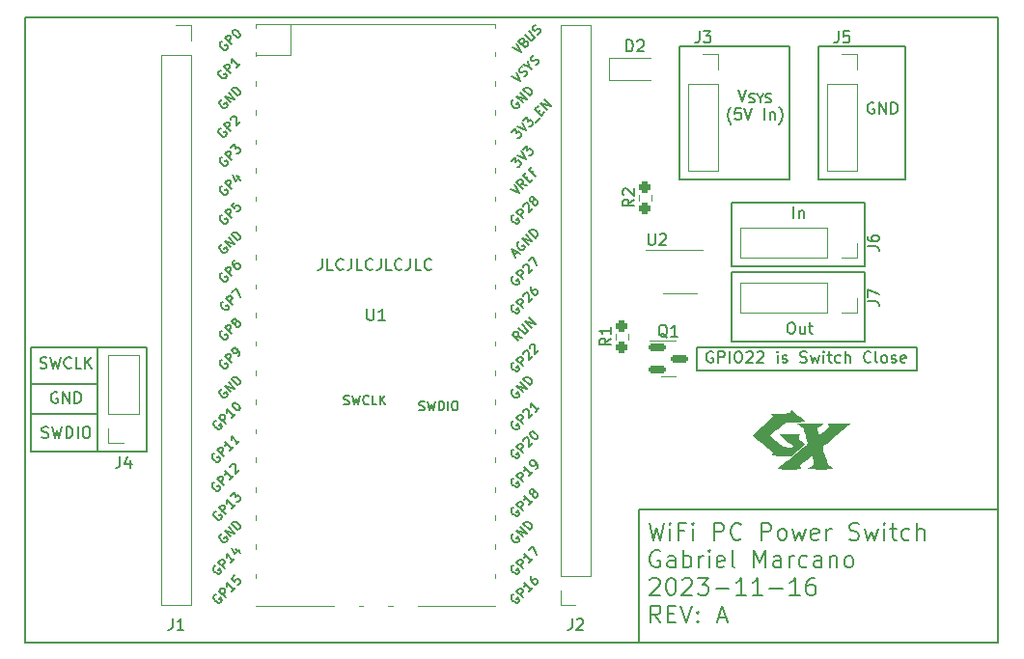
<source format=gto>
%TF.GenerationSoftware,KiCad,Pcbnew,7.0.8*%
%TF.CreationDate,2023-11-16T15:54:20-08:00*%
%TF.ProjectId,wifi_pc_power_switch,77696669-5f70-4635-9f70-6f7765725f73,rev?*%
%TF.SameCoordinates,Original*%
%TF.FileFunction,Legend,Top*%
%TF.FilePolarity,Positive*%
%FSLAX46Y46*%
G04 Gerber Fmt 4.6, Leading zero omitted, Abs format (unit mm)*
G04 Created by KiCad (PCBNEW 7.0.8) date 2023-11-16 15:54:20*
%MOMM*%
%LPD*%
G01*
G04 APERTURE LIST*
G04 Aperture macros list*
%AMRoundRect*
0 Rectangle with rounded corners*
0 $1 Rounding radius*
0 $2 $3 $4 $5 $6 $7 $8 $9 X,Y pos of 4 corners*
0 Add a 4 corners polygon primitive as box body*
4,1,4,$2,$3,$4,$5,$6,$7,$8,$9,$2,$3,0*
0 Add four circle primitives for the rounded corners*
1,1,$1+$1,$2,$3*
1,1,$1+$1,$4,$5*
1,1,$1+$1,$6,$7*
1,1,$1+$1,$8,$9*
0 Add four rect primitives between the rounded corners*
20,1,$1+$1,$2,$3,$4,$5,0*
20,1,$1+$1,$4,$5,$6,$7,0*
20,1,$1+$1,$6,$7,$8,$9,0*
20,1,$1+$1,$8,$9,$2,$3,0*%
G04 Aperture macros list end*
%ADD10C,0.150000*%
%ADD11C,0.200000*%
%ADD12C,0.120000*%
%ADD13RoundRect,0.150000X-0.587500X-0.150000X0.587500X-0.150000X0.587500X0.150000X-0.587500X0.150000X0*%
%ADD14R,1.700000X1.700000*%
%ADD15O,1.700000X1.700000*%
%ADD16RoundRect,0.237500X0.237500X-0.250000X0.237500X0.250000X-0.237500X0.250000X-0.237500X-0.250000X0*%
%ADD17C,0.800000*%
%ADD18C,6.400000*%
%ADD19R,1.200000X1.200000*%
%ADD20O,1.800000X1.800000*%
%ADD21O,1.500000X1.500000*%
%ADD22R,3.500000X1.700000*%
%ADD23R,1.200000X0.800000*%
G04 APERTURE END LIST*
D10*
X194564000Y-91948000D02*
X206248000Y-91948000D01*
X206248000Y-97536000D01*
X194564000Y-97536000D01*
X194564000Y-91948000D01*
X202184000Y-78232000D02*
X209804000Y-78232000D01*
X209804000Y-89916000D01*
X202184000Y-89916000D01*
X202184000Y-78232000D01*
X133096000Y-104648000D02*
X143256000Y-104648000D01*
X143256000Y-113792000D01*
X133096000Y-113792000D01*
X133096000Y-104648000D01*
X194564000Y-98044000D02*
X206248000Y-98044000D01*
X206248000Y-104140000D01*
X194564000Y-104140000D01*
X194564000Y-98044000D01*
X191516000Y-104648000D02*
X210820000Y-104648000D01*
X210820000Y-106680000D01*
X191516000Y-106680000D01*
X191516000Y-104648000D01*
X189992000Y-78232000D02*
X199644000Y-78232000D01*
X199644000Y-89916000D01*
X189992000Y-89916000D01*
X189992000Y-78232000D01*
D11*
X132588000Y-75692000D02*
X217932000Y-75692000D01*
X217932000Y-130556000D01*
X132588000Y-130556000D01*
X132588000Y-75692000D01*
D10*
X133096000Y-110490000D02*
X138878000Y-110490000D01*
X138878000Y-113792000D01*
X133096000Y-113792000D01*
X133096000Y-110490000D01*
X133096000Y-107920000D02*
X138878000Y-107920000D01*
X138878000Y-110490000D01*
X133096000Y-110490000D01*
X133096000Y-107920000D01*
D11*
X186436000Y-118872000D02*
X217932000Y-118872000D01*
X217932000Y-130556000D01*
X186436000Y-130556000D01*
X186436000Y-118872000D01*
D10*
X133096000Y-104648000D02*
X138878000Y-104648000D01*
X138878000Y-107920000D01*
X133096000Y-107920000D01*
X133096000Y-104648000D01*
X199980779Y-93341819D02*
X199980779Y-92341819D01*
X200456969Y-92675152D02*
X200456969Y-93341819D01*
X200456969Y-92770390D02*
X200504588Y-92722771D01*
X200504588Y-92722771D02*
X200599826Y-92675152D01*
X200599826Y-92675152D02*
X200742683Y-92675152D01*
X200742683Y-92675152D02*
X200837921Y-92722771D01*
X200837921Y-92722771D02*
X200885540Y-92818009D01*
X200885540Y-92818009D02*
X200885540Y-93341819D01*
X158610493Y-96913819D02*
X158610493Y-97628104D01*
X158610493Y-97628104D02*
X158562874Y-97770961D01*
X158562874Y-97770961D02*
X158467636Y-97866200D01*
X158467636Y-97866200D02*
X158324779Y-97913819D01*
X158324779Y-97913819D02*
X158229541Y-97913819D01*
X159562874Y-97913819D02*
X159086684Y-97913819D01*
X159086684Y-97913819D02*
X159086684Y-96913819D01*
X160467636Y-97818580D02*
X160420017Y-97866200D01*
X160420017Y-97866200D02*
X160277160Y-97913819D01*
X160277160Y-97913819D02*
X160181922Y-97913819D01*
X160181922Y-97913819D02*
X160039065Y-97866200D01*
X160039065Y-97866200D02*
X159943827Y-97770961D01*
X159943827Y-97770961D02*
X159896208Y-97675723D01*
X159896208Y-97675723D02*
X159848589Y-97485247D01*
X159848589Y-97485247D02*
X159848589Y-97342390D01*
X159848589Y-97342390D02*
X159896208Y-97151914D01*
X159896208Y-97151914D02*
X159943827Y-97056676D01*
X159943827Y-97056676D02*
X160039065Y-96961438D01*
X160039065Y-96961438D02*
X160181922Y-96913819D01*
X160181922Y-96913819D02*
X160277160Y-96913819D01*
X160277160Y-96913819D02*
X160420017Y-96961438D01*
X160420017Y-96961438D02*
X160467636Y-97009057D01*
X161181922Y-96913819D02*
X161181922Y-97628104D01*
X161181922Y-97628104D02*
X161134303Y-97770961D01*
X161134303Y-97770961D02*
X161039065Y-97866200D01*
X161039065Y-97866200D02*
X160896208Y-97913819D01*
X160896208Y-97913819D02*
X160800970Y-97913819D01*
X162134303Y-97913819D02*
X161658113Y-97913819D01*
X161658113Y-97913819D02*
X161658113Y-96913819D01*
X163039065Y-97818580D02*
X162991446Y-97866200D01*
X162991446Y-97866200D02*
X162848589Y-97913819D01*
X162848589Y-97913819D02*
X162753351Y-97913819D01*
X162753351Y-97913819D02*
X162610494Y-97866200D01*
X162610494Y-97866200D02*
X162515256Y-97770961D01*
X162515256Y-97770961D02*
X162467637Y-97675723D01*
X162467637Y-97675723D02*
X162420018Y-97485247D01*
X162420018Y-97485247D02*
X162420018Y-97342390D01*
X162420018Y-97342390D02*
X162467637Y-97151914D01*
X162467637Y-97151914D02*
X162515256Y-97056676D01*
X162515256Y-97056676D02*
X162610494Y-96961438D01*
X162610494Y-96961438D02*
X162753351Y-96913819D01*
X162753351Y-96913819D02*
X162848589Y-96913819D01*
X162848589Y-96913819D02*
X162991446Y-96961438D01*
X162991446Y-96961438D02*
X163039065Y-97009057D01*
X163753351Y-96913819D02*
X163753351Y-97628104D01*
X163753351Y-97628104D02*
X163705732Y-97770961D01*
X163705732Y-97770961D02*
X163610494Y-97866200D01*
X163610494Y-97866200D02*
X163467637Y-97913819D01*
X163467637Y-97913819D02*
X163372399Y-97913819D01*
X164705732Y-97913819D02*
X164229542Y-97913819D01*
X164229542Y-97913819D02*
X164229542Y-96913819D01*
X165610494Y-97818580D02*
X165562875Y-97866200D01*
X165562875Y-97866200D02*
X165420018Y-97913819D01*
X165420018Y-97913819D02*
X165324780Y-97913819D01*
X165324780Y-97913819D02*
X165181923Y-97866200D01*
X165181923Y-97866200D02*
X165086685Y-97770961D01*
X165086685Y-97770961D02*
X165039066Y-97675723D01*
X165039066Y-97675723D02*
X164991447Y-97485247D01*
X164991447Y-97485247D02*
X164991447Y-97342390D01*
X164991447Y-97342390D02*
X165039066Y-97151914D01*
X165039066Y-97151914D02*
X165086685Y-97056676D01*
X165086685Y-97056676D02*
X165181923Y-96961438D01*
X165181923Y-96961438D02*
X165324780Y-96913819D01*
X165324780Y-96913819D02*
X165420018Y-96913819D01*
X165420018Y-96913819D02*
X165562875Y-96961438D01*
X165562875Y-96961438D02*
X165610494Y-97009057D01*
X166324780Y-96913819D02*
X166324780Y-97628104D01*
X166324780Y-97628104D02*
X166277161Y-97770961D01*
X166277161Y-97770961D02*
X166181923Y-97866200D01*
X166181923Y-97866200D02*
X166039066Y-97913819D01*
X166039066Y-97913819D02*
X165943828Y-97913819D01*
X167277161Y-97913819D02*
X166800971Y-97913819D01*
X166800971Y-97913819D02*
X166800971Y-96913819D01*
X168181923Y-97818580D02*
X168134304Y-97866200D01*
X168134304Y-97866200D02*
X167991447Y-97913819D01*
X167991447Y-97913819D02*
X167896209Y-97913819D01*
X167896209Y-97913819D02*
X167753352Y-97866200D01*
X167753352Y-97866200D02*
X167658114Y-97770961D01*
X167658114Y-97770961D02*
X167610495Y-97675723D01*
X167610495Y-97675723D02*
X167562876Y-97485247D01*
X167562876Y-97485247D02*
X167562876Y-97342390D01*
X167562876Y-97342390D02*
X167610495Y-97151914D01*
X167610495Y-97151914D02*
X167658114Y-97056676D01*
X167658114Y-97056676D02*
X167753352Y-96961438D01*
X167753352Y-96961438D02*
X167896209Y-96913819D01*
X167896209Y-96913819D02*
X167991447Y-96913819D01*
X167991447Y-96913819D02*
X168134304Y-96961438D01*
X168134304Y-96961438D02*
X168181923Y-97009057D01*
X199663255Y-102501819D02*
X199853731Y-102501819D01*
X199853731Y-102501819D02*
X199948969Y-102549438D01*
X199948969Y-102549438D02*
X200044207Y-102644676D01*
X200044207Y-102644676D02*
X200091826Y-102835152D01*
X200091826Y-102835152D02*
X200091826Y-103168485D01*
X200091826Y-103168485D02*
X200044207Y-103358961D01*
X200044207Y-103358961D02*
X199948969Y-103454200D01*
X199948969Y-103454200D02*
X199853731Y-103501819D01*
X199853731Y-103501819D02*
X199663255Y-103501819D01*
X199663255Y-103501819D02*
X199568017Y-103454200D01*
X199568017Y-103454200D02*
X199472779Y-103358961D01*
X199472779Y-103358961D02*
X199425160Y-103168485D01*
X199425160Y-103168485D02*
X199425160Y-102835152D01*
X199425160Y-102835152D02*
X199472779Y-102644676D01*
X199472779Y-102644676D02*
X199568017Y-102549438D01*
X199568017Y-102549438D02*
X199663255Y-102501819D01*
X200948969Y-102835152D02*
X200948969Y-103501819D01*
X200520398Y-102835152D02*
X200520398Y-103358961D01*
X200520398Y-103358961D02*
X200568017Y-103454200D01*
X200568017Y-103454200D02*
X200663255Y-103501819D01*
X200663255Y-103501819D02*
X200806112Y-103501819D01*
X200806112Y-103501819D02*
X200901350Y-103454200D01*
X200901350Y-103454200D02*
X200948969Y-103406580D01*
X201282303Y-102835152D02*
X201663255Y-102835152D01*
X201425160Y-102501819D02*
X201425160Y-103358961D01*
X201425160Y-103358961D02*
X201472779Y-103454200D01*
X201472779Y-103454200D02*
X201568017Y-103501819D01*
X201568017Y-103501819D02*
X201663255Y-103501819D01*
X134024953Y-112598200D02*
X134167810Y-112645819D01*
X134167810Y-112645819D02*
X134405905Y-112645819D01*
X134405905Y-112645819D02*
X134501143Y-112598200D01*
X134501143Y-112598200D02*
X134548762Y-112550580D01*
X134548762Y-112550580D02*
X134596381Y-112455342D01*
X134596381Y-112455342D02*
X134596381Y-112360104D01*
X134596381Y-112360104D02*
X134548762Y-112264866D01*
X134548762Y-112264866D02*
X134501143Y-112217247D01*
X134501143Y-112217247D02*
X134405905Y-112169628D01*
X134405905Y-112169628D02*
X134215429Y-112122009D01*
X134215429Y-112122009D02*
X134120191Y-112074390D01*
X134120191Y-112074390D02*
X134072572Y-112026771D01*
X134072572Y-112026771D02*
X134024953Y-111931533D01*
X134024953Y-111931533D02*
X134024953Y-111836295D01*
X134024953Y-111836295D02*
X134072572Y-111741057D01*
X134072572Y-111741057D02*
X134120191Y-111693438D01*
X134120191Y-111693438D02*
X134215429Y-111645819D01*
X134215429Y-111645819D02*
X134453524Y-111645819D01*
X134453524Y-111645819D02*
X134596381Y-111693438D01*
X134929715Y-111645819D02*
X135167810Y-112645819D01*
X135167810Y-112645819D02*
X135358286Y-111931533D01*
X135358286Y-111931533D02*
X135548762Y-112645819D01*
X135548762Y-112645819D02*
X135786858Y-111645819D01*
X136167810Y-112645819D02*
X136167810Y-111645819D01*
X136167810Y-111645819D02*
X136405905Y-111645819D01*
X136405905Y-111645819D02*
X136548762Y-111693438D01*
X136548762Y-111693438D02*
X136644000Y-111788676D01*
X136644000Y-111788676D02*
X136691619Y-111883914D01*
X136691619Y-111883914D02*
X136739238Y-112074390D01*
X136739238Y-112074390D02*
X136739238Y-112217247D01*
X136739238Y-112217247D02*
X136691619Y-112407723D01*
X136691619Y-112407723D02*
X136644000Y-112502961D01*
X136644000Y-112502961D02*
X136548762Y-112598200D01*
X136548762Y-112598200D02*
X136405905Y-112645819D01*
X136405905Y-112645819D02*
X136167810Y-112645819D01*
X137167810Y-112645819D02*
X137167810Y-111645819D01*
X137834476Y-111645819D02*
X138024952Y-111645819D01*
X138024952Y-111645819D02*
X138120190Y-111693438D01*
X138120190Y-111693438D02*
X138215428Y-111788676D01*
X138215428Y-111788676D02*
X138263047Y-111979152D01*
X138263047Y-111979152D02*
X138263047Y-112312485D01*
X138263047Y-112312485D02*
X138215428Y-112502961D01*
X138215428Y-112502961D02*
X138120190Y-112598200D01*
X138120190Y-112598200D02*
X138024952Y-112645819D01*
X138024952Y-112645819D02*
X137834476Y-112645819D01*
X137834476Y-112645819D02*
X137739238Y-112598200D01*
X137739238Y-112598200D02*
X137644000Y-112502961D01*
X137644000Y-112502961D02*
X137596381Y-112312485D01*
X137596381Y-112312485D02*
X137596381Y-111979152D01*
X137596381Y-111979152D02*
X137644000Y-111788676D01*
X137644000Y-111788676D02*
X137739238Y-111693438D01*
X137739238Y-111693438D02*
X137834476Y-111645819D01*
X192884588Y-105089438D02*
X192789350Y-105041819D01*
X192789350Y-105041819D02*
X192646493Y-105041819D01*
X192646493Y-105041819D02*
X192503636Y-105089438D01*
X192503636Y-105089438D02*
X192408398Y-105184676D01*
X192408398Y-105184676D02*
X192360779Y-105279914D01*
X192360779Y-105279914D02*
X192313160Y-105470390D01*
X192313160Y-105470390D02*
X192313160Y-105613247D01*
X192313160Y-105613247D02*
X192360779Y-105803723D01*
X192360779Y-105803723D02*
X192408398Y-105898961D01*
X192408398Y-105898961D02*
X192503636Y-105994200D01*
X192503636Y-105994200D02*
X192646493Y-106041819D01*
X192646493Y-106041819D02*
X192741731Y-106041819D01*
X192741731Y-106041819D02*
X192884588Y-105994200D01*
X192884588Y-105994200D02*
X192932207Y-105946580D01*
X192932207Y-105946580D02*
X192932207Y-105613247D01*
X192932207Y-105613247D02*
X192741731Y-105613247D01*
X193360779Y-106041819D02*
X193360779Y-105041819D01*
X193360779Y-105041819D02*
X193741731Y-105041819D01*
X193741731Y-105041819D02*
X193836969Y-105089438D01*
X193836969Y-105089438D02*
X193884588Y-105137057D01*
X193884588Y-105137057D02*
X193932207Y-105232295D01*
X193932207Y-105232295D02*
X193932207Y-105375152D01*
X193932207Y-105375152D02*
X193884588Y-105470390D01*
X193884588Y-105470390D02*
X193836969Y-105518009D01*
X193836969Y-105518009D02*
X193741731Y-105565628D01*
X193741731Y-105565628D02*
X193360779Y-105565628D01*
X194360779Y-106041819D02*
X194360779Y-105041819D01*
X195027445Y-105041819D02*
X195217921Y-105041819D01*
X195217921Y-105041819D02*
X195313159Y-105089438D01*
X195313159Y-105089438D02*
X195408397Y-105184676D01*
X195408397Y-105184676D02*
X195456016Y-105375152D01*
X195456016Y-105375152D02*
X195456016Y-105708485D01*
X195456016Y-105708485D02*
X195408397Y-105898961D01*
X195408397Y-105898961D02*
X195313159Y-105994200D01*
X195313159Y-105994200D02*
X195217921Y-106041819D01*
X195217921Y-106041819D02*
X195027445Y-106041819D01*
X195027445Y-106041819D02*
X194932207Y-105994200D01*
X194932207Y-105994200D02*
X194836969Y-105898961D01*
X194836969Y-105898961D02*
X194789350Y-105708485D01*
X194789350Y-105708485D02*
X194789350Y-105375152D01*
X194789350Y-105375152D02*
X194836969Y-105184676D01*
X194836969Y-105184676D02*
X194932207Y-105089438D01*
X194932207Y-105089438D02*
X195027445Y-105041819D01*
X195836969Y-105137057D02*
X195884588Y-105089438D01*
X195884588Y-105089438D02*
X195979826Y-105041819D01*
X195979826Y-105041819D02*
X196217921Y-105041819D01*
X196217921Y-105041819D02*
X196313159Y-105089438D01*
X196313159Y-105089438D02*
X196360778Y-105137057D01*
X196360778Y-105137057D02*
X196408397Y-105232295D01*
X196408397Y-105232295D02*
X196408397Y-105327533D01*
X196408397Y-105327533D02*
X196360778Y-105470390D01*
X196360778Y-105470390D02*
X195789350Y-106041819D01*
X195789350Y-106041819D02*
X196408397Y-106041819D01*
X196789350Y-105137057D02*
X196836969Y-105089438D01*
X196836969Y-105089438D02*
X196932207Y-105041819D01*
X196932207Y-105041819D02*
X197170302Y-105041819D01*
X197170302Y-105041819D02*
X197265540Y-105089438D01*
X197265540Y-105089438D02*
X197313159Y-105137057D01*
X197313159Y-105137057D02*
X197360778Y-105232295D01*
X197360778Y-105232295D02*
X197360778Y-105327533D01*
X197360778Y-105327533D02*
X197313159Y-105470390D01*
X197313159Y-105470390D02*
X196741731Y-106041819D01*
X196741731Y-106041819D02*
X197360778Y-106041819D01*
X198551255Y-106041819D02*
X198551255Y-105375152D01*
X198551255Y-105041819D02*
X198503636Y-105089438D01*
X198503636Y-105089438D02*
X198551255Y-105137057D01*
X198551255Y-105137057D02*
X198598874Y-105089438D01*
X198598874Y-105089438D02*
X198551255Y-105041819D01*
X198551255Y-105041819D02*
X198551255Y-105137057D01*
X198979826Y-105994200D02*
X199075064Y-106041819D01*
X199075064Y-106041819D02*
X199265540Y-106041819D01*
X199265540Y-106041819D02*
X199360778Y-105994200D01*
X199360778Y-105994200D02*
X199408397Y-105898961D01*
X199408397Y-105898961D02*
X199408397Y-105851342D01*
X199408397Y-105851342D02*
X199360778Y-105756104D01*
X199360778Y-105756104D02*
X199265540Y-105708485D01*
X199265540Y-105708485D02*
X199122683Y-105708485D01*
X199122683Y-105708485D02*
X199027445Y-105660866D01*
X199027445Y-105660866D02*
X198979826Y-105565628D01*
X198979826Y-105565628D02*
X198979826Y-105518009D01*
X198979826Y-105518009D02*
X199027445Y-105422771D01*
X199027445Y-105422771D02*
X199122683Y-105375152D01*
X199122683Y-105375152D02*
X199265540Y-105375152D01*
X199265540Y-105375152D02*
X199360778Y-105422771D01*
X200551255Y-105994200D02*
X200694112Y-106041819D01*
X200694112Y-106041819D02*
X200932207Y-106041819D01*
X200932207Y-106041819D02*
X201027445Y-105994200D01*
X201027445Y-105994200D02*
X201075064Y-105946580D01*
X201075064Y-105946580D02*
X201122683Y-105851342D01*
X201122683Y-105851342D02*
X201122683Y-105756104D01*
X201122683Y-105756104D02*
X201075064Y-105660866D01*
X201075064Y-105660866D02*
X201027445Y-105613247D01*
X201027445Y-105613247D02*
X200932207Y-105565628D01*
X200932207Y-105565628D02*
X200741731Y-105518009D01*
X200741731Y-105518009D02*
X200646493Y-105470390D01*
X200646493Y-105470390D02*
X200598874Y-105422771D01*
X200598874Y-105422771D02*
X200551255Y-105327533D01*
X200551255Y-105327533D02*
X200551255Y-105232295D01*
X200551255Y-105232295D02*
X200598874Y-105137057D01*
X200598874Y-105137057D02*
X200646493Y-105089438D01*
X200646493Y-105089438D02*
X200741731Y-105041819D01*
X200741731Y-105041819D02*
X200979826Y-105041819D01*
X200979826Y-105041819D02*
X201122683Y-105089438D01*
X201456017Y-105375152D02*
X201646493Y-106041819D01*
X201646493Y-106041819D02*
X201836969Y-105565628D01*
X201836969Y-105565628D02*
X202027445Y-106041819D01*
X202027445Y-106041819D02*
X202217921Y-105375152D01*
X202598874Y-106041819D02*
X202598874Y-105375152D01*
X202598874Y-105041819D02*
X202551255Y-105089438D01*
X202551255Y-105089438D02*
X202598874Y-105137057D01*
X202598874Y-105137057D02*
X202646493Y-105089438D01*
X202646493Y-105089438D02*
X202598874Y-105041819D01*
X202598874Y-105041819D02*
X202598874Y-105137057D01*
X202932207Y-105375152D02*
X203313159Y-105375152D01*
X203075064Y-105041819D02*
X203075064Y-105898961D01*
X203075064Y-105898961D02*
X203122683Y-105994200D01*
X203122683Y-105994200D02*
X203217921Y-106041819D01*
X203217921Y-106041819D02*
X203313159Y-106041819D01*
X204075064Y-105994200D02*
X203979826Y-106041819D01*
X203979826Y-106041819D02*
X203789350Y-106041819D01*
X203789350Y-106041819D02*
X203694112Y-105994200D01*
X203694112Y-105994200D02*
X203646493Y-105946580D01*
X203646493Y-105946580D02*
X203598874Y-105851342D01*
X203598874Y-105851342D02*
X203598874Y-105565628D01*
X203598874Y-105565628D02*
X203646493Y-105470390D01*
X203646493Y-105470390D02*
X203694112Y-105422771D01*
X203694112Y-105422771D02*
X203789350Y-105375152D01*
X203789350Y-105375152D02*
X203979826Y-105375152D01*
X203979826Y-105375152D02*
X204075064Y-105422771D01*
X204503636Y-106041819D02*
X204503636Y-105041819D01*
X204932207Y-106041819D02*
X204932207Y-105518009D01*
X204932207Y-105518009D02*
X204884588Y-105422771D01*
X204884588Y-105422771D02*
X204789350Y-105375152D01*
X204789350Y-105375152D02*
X204646493Y-105375152D01*
X204646493Y-105375152D02*
X204551255Y-105422771D01*
X204551255Y-105422771D02*
X204503636Y-105470390D01*
X206741731Y-105946580D02*
X206694112Y-105994200D01*
X206694112Y-105994200D02*
X206551255Y-106041819D01*
X206551255Y-106041819D02*
X206456017Y-106041819D01*
X206456017Y-106041819D02*
X206313160Y-105994200D01*
X206313160Y-105994200D02*
X206217922Y-105898961D01*
X206217922Y-105898961D02*
X206170303Y-105803723D01*
X206170303Y-105803723D02*
X206122684Y-105613247D01*
X206122684Y-105613247D02*
X206122684Y-105470390D01*
X206122684Y-105470390D02*
X206170303Y-105279914D01*
X206170303Y-105279914D02*
X206217922Y-105184676D01*
X206217922Y-105184676D02*
X206313160Y-105089438D01*
X206313160Y-105089438D02*
X206456017Y-105041819D01*
X206456017Y-105041819D02*
X206551255Y-105041819D01*
X206551255Y-105041819D02*
X206694112Y-105089438D01*
X206694112Y-105089438D02*
X206741731Y-105137057D01*
X207313160Y-106041819D02*
X207217922Y-105994200D01*
X207217922Y-105994200D02*
X207170303Y-105898961D01*
X207170303Y-105898961D02*
X207170303Y-105041819D01*
X207836970Y-106041819D02*
X207741732Y-105994200D01*
X207741732Y-105994200D02*
X207694113Y-105946580D01*
X207694113Y-105946580D02*
X207646494Y-105851342D01*
X207646494Y-105851342D02*
X207646494Y-105565628D01*
X207646494Y-105565628D02*
X207694113Y-105470390D01*
X207694113Y-105470390D02*
X207741732Y-105422771D01*
X207741732Y-105422771D02*
X207836970Y-105375152D01*
X207836970Y-105375152D02*
X207979827Y-105375152D01*
X207979827Y-105375152D02*
X208075065Y-105422771D01*
X208075065Y-105422771D02*
X208122684Y-105470390D01*
X208122684Y-105470390D02*
X208170303Y-105565628D01*
X208170303Y-105565628D02*
X208170303Y-105851342D01*
X208170303Y-105851342D02*
X208122684Y-105946580D01*
X208122684Y-105946580D02*
X208075065Y-105994200D01*
X208075065Y-105994200D02*
X207979827Y-106041819D01*
X207979827Y-106041819D02*
X207836970Y-106041819D01*
X208551256Y-105994200D02*
X208646494Y-106041819D01*
X208646494Y-106041819D02*
X208836970Y-106041819D01*
X208836970Y-106041819D02*
X208932208Y-105994200D01*
X208932208Y-105994200D02*
X208979827Y-105898961D01*
X208979827Y-105898961D02*
X208979827Y-105851342D01*
X208979827Y-105851342D02*
X208932208Y-105756104D01*
X208932208Y-105756104D02*
X208836970Y-105708485D01*
X208836970Y-105708485D02*
X208694113Y-105708485D01*
X208694113Y-105708485D02*
X208598875Y-105660866D01*
X208598875Y-105660866D02*
X208551256Y-105565628D01*
X208551256Y-105565628D02*
X208551256Y-105518009D01*
X208551256Y-105518009D02*
X208598875Y-105422771D01*
X208598875Y-105422771D02*
X208694113Y-105375152D01*
X208694113Y-105375152D02*
X208836970Y-105375152D01*
X208836970Y-105375152D02*
X208932208Y-105422771D01*
X209789351Y-105994200D02*
X209694113Y-106041819D01*
X209694113Y-106041819D02*
X209503637Y-106041819D01*
X209503637Y-106041819D02*
X209408399Y-105994200D01*
X209408399Y-105994200D02*
X209360780Y-105898961D01*
X209360780Y-105898961D02*
X209360780Y-105518009D01*
X209360780Y-105518009D02*
X209408399Y-105422771D01*
X209408399Y-105422771D02*
X209503637Y-105375152D01*
X209503637Y-105375152D02*
X209694113Y-105375152D01*
X209694113Y-105375152D02*
X209789351Y-105422771D01*
X209789351Y-105422771D02*
X209836970Y-105518009D01*
X209836970Y-105518009D02*
X209836970Y-105613247D01*
X209836970Y-105613247D02*
X209360780Y-105708485D01*
X135382095Y-108645438D02*
X135286857Y-108597819D01*
X135286857Y-108597819D02*
X135144000Y-108597819D01*
X135144000Y-108597819D02*
X135001143Y-108645438D01*
X135001143Y-108645438D02*
X134905905Y-108740676D01*
X134905905Y-108740676D02*
X134858286Y-108835914D01*
X134858286Y-108835914D02*
X134810667Y-109026390D01*
X134810667Y-109026390D02*
X134810667Y-109169247D01*
X134810667Y-109169247D02*
X134858286Y-109359723D01*
X134858286Y-109359723D02*
X134905905Y-109454961D01*
X134905905Y-109454961D02*
X135001143Y-109550200D01*
X135001143Y-109550200D02*
X135144000Y-109597819D01*
X135144000Y-109597819D02*
X135239238Y-109597819D01*
X135239238Y-109597819D02*
X135382095Y-109550200D01*
X135382095Y-109550200D02*
X135429714Y-109502580D01*
X135429714Y-109502580D02*
X135429714Y-109169247D01*
X135429714Y-109169247D02*
X135239238Y-109169247D01*
X135858286Y-109597819D02*
X135858286Y-108597819D01*
X135858286Y-108597819D02*
X136429714Y-109597819D01*
X136429714Y-109597819D02*
X136429714Y-108597819D01*
X136905905Y-109597819D02*
X136905905Y-108597819D01*
X136905905Y-108597819D02*
X137144000Y-108597819D01*
X137144000Y-108597819D02*
X137286857Y-108645438D01*
X137286857Y-108645438D02*
X137382095Y-108740676D01*
X137382095Y-108740676D02*
X137429714Y-108835914D01*
X137429714Y-108835914D02*
X137477333Y-109026390D01*
X137477333Y-109026390D02*
X137477333Y-109169247D01*
X137477333Y-109169247D02*
X137429714Y-109359723D01*
X137429714Y-109359723D02*
X137382095Y-109454961D01*
X137382095Y-109454961D02*
X137286857Y-109550200D01*
X137286857Y-109550200D02*
X137144000Y-109597819D01*
X137144000Y-109597819D02*
X136905905Y-109597819D01*
X195157905Y-82095819D02*
X195491238Y-83095819D01*
X195491238Y-83095819D02*
X195824571Y-82095819D01*
X196072190Y-83168200D02*
X196186476Y-83206295D01*
X196186476Y-83206295D02*
X196376952Y-83206295D01*
X196376952Y-83206295D02*
X196453143Y-83168200D01*
X196453143Y-83168200D02*
X196491238Y-83130104D01*
X196491238Y-83130104D02*
X196529333Y-83053914D01*
X196529333Y-83053914D02*
X196529333Y-82977723D01*
X196529333Y-82977723D02*
X196491238Y-82901533D01*
X196491238Y-82901533D02*
X196453143Y-82863438D01*
X196453143Y-82863438D02*
X196376952Y-82825342D01*
X196376952Y-82825342D02*
X196224571Y-82787247D01*
X196224571Y-82787247D02*
X196148381Y-82749152D01*
X196148381Y-82749152D02*
X196110286Y-82711057D01*
X196110286Y-82711057D02*
X196072190Y-82634866D01*
X196072190Y-82634866D02*
X196072190Y-82558676D01*
X196072190Y-82558676D02*
X196110286Y-82482485D01*
X196110286Y-82482485D02*
X196148381Y-82444390D01*
X196148381Y-82444390D02*
X196224571Y-82406295D01*
X196224571Y-82406295D02*
X196415048Y-82406295D01*
X196415048Y-82406295D02*
X196529333Y-82444390D01*
X197024572Y-82825342D02*
X197024572Y-83206295D01*
X196757905Y-82406295D02*
X197024572Y-82825342D01*
X197024572Y-82825342D02*
X197291238Y-82406295D01*
X197519809Y-83168200D02*
X197634095Y-83206295D01*
X197634095Y-83206295D02*
X197824571Y-83206295D01*
X197824571Y-83206295D02*
X197900762Y-83168200D01*
X197900762Y-83168200D02*
X197938857Y-83130104D01*
X197938857Y-83130104D02*
X197976952Y-83053914D01*
X197976952Y-83053914D02*
X197976952Y-82977723D01*
X197976952Y-82977723D02*
X197938857Y-82901533D01*
X197938857Y-82901533D02*
X197900762Y-82863438D01*
X197900762Y-82863438D02*
X197824571Y-82825342D01*
X197824571Y-82825342D02*
X197672190Y-82787247D01*
X197672190Y-82787247D02*
X197596000Y-82749152D01*
X197596000Y-82749152D02*
X197557905Y-82711057D01*
X197557905Y-82711057D02*
X197519809Y-82634866D01*
X197519809Y-82634866D02*
X197519809Y-82558676D01*
X197519809Y-82558676D02*
X197557905Y-82482485D01*
X197557905Y-82482485D02*
X197596000Y-82444390D01*
X197596000Y-82444390D02*
X197672190Y-82406295D01*
X197672190Y-82406295D02*
X197862667Y-82406295D01*
X197862667Y-82406295D02*
X197976952Y-82444390D01*
X194476952Y-85086771D02*
X194429333Y-85039152D01*
X194429333Y-85039152D02*
X194334095Y-84896295D01*
X194334095Y-84896295D02*
X194286476Y-84801057D01*
X194286476Y-84801057D02*
X194238857Y-84658200D01*
X194238857Y-84658200D02*
X194191238Y-84420104D01*
X194191238Y-84420104D02*
X194191238Y-84229628D01*
X194191238Y-84229628D02*
X194238857Y-83991533D01*
X194238857Y-83991533D02*
X194286476Y-83848676D01*
X194286476Y-83848676D02*
X194334095Y-83753438D01*
X194334095Y-83753438D02*
X194429333Y-83610580D01*
X194429333Y-83610580D02*
X194476952Y-83562961D01*
X195334095Y-83705819D02*
X194857905Y-83705819D01*
X194857905Y-83705819D02*
X194810286Y-84182009D01*
X194810286Y-84182009D02*
X194857905Y-84134390D01*
X194857905Y-84134390D02*
X194953143Y-84086771D01*
X194953143Y-84086771D02*
X195191238Y-84086771D01*
X195191238Y-84086771D02*
X195286476Y-84134390D01*
X195286476Y-84134390D02*
X195334095Y-84182009D01*
X195334095Y-84182009D02*
X195381714Y-84277247D01*
X195381714Y-84277247D02*
X195381714Y-84515342D01*
X195381714Y-84515342D02*
X195334095Y-84610580D01*
X195334095Y-84610580D02*
X195286476Y-84658200D01*
X195286476Y-84658200D02*
X195191238Y-84705819D01*
X195191238Y-84705819D02*
X194953143Y-84705819D01*
X194953143Y-84705819D02*
X194857905Y-84658200D01*
X194857905Y-84658200D02*
X194810286Y-84610580D01*
X195667429Y-83705819D02*
X196000762Y-84705819D01*
X196000762Y-84705819D02*
X196334095Y-83705819D01*
X197429334Y-84705819D02*
X197429334Y-83705819D01*
X197905524Y-84039152D02*
X197905524Y-84705819D01*
X197905524Y-84134390D02*
X197953143Y-84086771D01*
X197953143Y-84086771D02*
X198048381Y-84039152D01*
X198048381Y-84039152D02*
X198191238Y-84039152D01*
X198191238Y-84039152D02*
X198286476Y-84086771D01*
X198286476Y-84086771D02*
X198334095Y-84182009D01*
X198334095Y-84182009D02*
X198334095Y-84705819D01*
X198715048Y-85086771D02*
X198762667Y-85039152D01*
X198762667Y-85039152D02*
X198857905Y-84896295D01*
X198857905Y-84896295D02*
X198905524Y-84801057D01*
X198905524Y-84801057D02*
X198953143Y-84658200D01*
X198953143Y-84658200D02*
X199000762Y-84420104D01*
X199000762Y-84420104D02*
X199000762Y-84229628D01*
X199000762Y-84229628D02*
X198953143Y-83991533D01*
X198953143Y-83991533D02*
X198905524Y-83848676D01*
X198905524Y-83848676D02*
X198857905Y-83753438D01*
X198857905Y-83753438D02*
X198762667Y-83610580D01*
X198762667Y-83610580D02*
X198715048Y-83562961D01*
X133882095Y-106502200D02*
X134024952Y-106549819D01*
X134024952Y-106549819D02*
X134263047Y-106549819D01*
X134263047Y-106549819D02*
X134358285Y-106502200D01*
X134358285Y-106502200D02*
X134405904Y-106454580D01*
X134405904Y-106454580D02*
X134453523Y-106359342D01*
X134453523Y-106359342D02*
X134453523Y-106264104D01*
X134453523Y-106264104D02*
X134405904Y-106168866D01*
X134405904Y-106168866D02*
X134358285Y-106121247D01*
X134358285Y-106121247D02*
X134263047Y-106073628D01*
X134263047Y-106073628D02*
X134072571Y-106026009D01*
X134072571Y-106026009D02*
X133977333Y-105978390D01*
X133977333Y-105978390D02*
X133929714Y-105930771D01*
X133929714Y-105930771D02*
X133882095Y-105835533D01*
X133882095Y-105835533D02*
X133882095Y-105740295D01*
X133882095Y-105740295D02*
X133929714Y-105645057D01*
X133929714Y-105645057D02*
X133977333Y-105597438D01*
X133977333Y-105597438D02*
X134072571Y-105549819D01*
X134072571Y-105549819D02*
X134310666Y-105549819D01*
X134310666Y-105549819D02*
X134453523Y-105597438D01*
X134786857Y-105549819D02*
X135024952Y-106549819D01*
X135024952Y-106549819D02*
X135215428Y-105835533D01*
X135215428Y-105835533D02*
X135405904Y-106549819D01*
X135405904Y-106549819D02*
X135644000Y-105549819D01*
X136596380Y-106454580D02*
X136548761Y-106502200D01*
X136548761Y-106502200D02*
X136405904Y-106549819D01*
X136405904Y-106549819D02*
X136310666Y-106549819D01*
X136310666Y-106549819D02*
X136167809Y-106502200D01*
X136167809Y-106502200D02*
X136072571Y-106406961D01*
X136072571Y-106406961D02*
X136024952Y-106311723D01*
X136024952Y-106311723D02*
X135977333Y-106121247D01*
X135977333Y-106121247D02*
X135977333Y-105978390D01*
X135977333Y-105978390D02*
X136024952Y-105787914D01*
X136024952Y-105787914D02*
X136072571Y-105692676D01*
X136072571Y-105692676D02*
X136167809Y-105597438D01*
X136167809Y-105597438D02*
X136310666Y-105549819D01*
X136310666Y-105549819D02*
X136405904Y-105549819D01*
X136405904Y-105549819D02*
X136548761Y-105597438D01*
X136548761Y-105597438D02*
X136596380Y-105645057D01*
X137501142Y-106549819D02*
X137024952Y-106549819D01*
X137024952Y-106549819D02*
X137024952Y-105549819D01*
X137834476Y-106549819D02*
X137834476Y-105549819D01*
X138405904Y-106549819D02*
X137977333Y-105978390D01*
X138405904Y-105549819D02*
X137834476Y-106121247D01*
X207010095Y-83245438D02*
X206914857Y-83197819D01*
X206914857Y-83197819D02*
X206772000Y-83197819D01*
X206772000Y-83197819D02*
X206629143Y-83245438D01*
X206629143Y-83245438D02*
X206533905Y-83340676D01*
X206533905Y-83340676D02*
X206486286Y-83435914D01*
X206486286Y-83435914D02*
X206438667Y-83626390D01*
X206438667Y-83626390D02*
X206438667Y-83769247D01*
X206438667Y-83769247D02*
X206486286Y-83959723D01*
X206486286Y-83959723D02*
X206533905Y-84054961D01*
X206533905Y-84054961D02*
X206629143Y-84150200D01*
X206629143Y-84150200D02*
X206772000Y-84197819D01*
X206772000Y-84197819D02*
X206867238Y-84197819D01*
X206867238Y-84197819D02*
X207010095Y-84150200D01*
X207010095Y-84150200D02*
X207057714Y-84102580D01*
X207057714Y-84102580D02*
X207057714Y-83769247D01*
X207057714Y-83769247D02*
X206867238Y-83769247D01*
X207486286Y-84197819D02*
X207486286Y-83197819D01*
X207486286Y-83197819D02*
X208057714Y-84197819D01*
X208057714Y-84197819D02*
X208057714Y-83197819D01*
X208533905Y-84197819D02*
X208533905Y-83197819D01*
X208533905Y-83197819D02*
X208772000Y-83197819D01*
X208772000Y-83197819D02*
X208914857Y-83245438D01*
X208914857Y-83245438D02*
X209010095Y-83340676D01*
X209010095Y-83340676D02*
X209057714Y-83435914D01*
X209057714Y-83435914D02*
X209105333Y-83626390D01*
X209105333Y-83626390D02*
X209105333Y-83769247D01*
X209105333Y-83769247D02*
X209057714Y-83959723D01*
X209057714Y-83959723D02*
X209010095Y-84054961D01*
X209010095Y-84054961D02*
X208914857Y-84150200D01*
X208914857Y-84150200D02*
X208772000Y-84197819D01*
X208772000Y-84197819D02*
X208533905Y-84197819D01*
D11*
X187289863Y-120093028D02*
X187647006Y-121593028D01*
X187647006Y-121593028D02*
X187932720Y-120521600D01*
X187932720Y-120521600D02*
X188218435Y-121593028D01*
X188218435Y-121593028D02*
X188575578Y-120093028D01*
X189147006Y-121593028D02*
X189147006Y-120593028D01*
X189147006Y-120093028D02*
X189075578Y-120164457D01*
X189075578Y-120164457D02*
X189147006Y-120235885D01*
X189147006Y-120235885D02*
X189218435Y-120164457D01*
X189218435Y-120164457D02*
X189147006Y-120093028D01*
X189147006Y-120093028D02*
X189147006Y-120235885D01*
X190361292Y-120807314D02*
X189861292Y-120807314D01*
X189861292Y-121593028D02*
X189861292Y-120093028D01*
X189861292Y-120093028D02*
X190575578Y-120093028D01*
X191147006Y-121593028D02*
X191147006Y-120593028D01*
X191147006Y-120093028D02*
X191075578Y-120164457D01*
X191075578Y-120164457D02*
X191147006Y-120235885D01*
X191147006Y-120235885D02*
X191218435Y-120164457D01*
X191218435Y-120164457D02*
X191147006Y-120093028D01*
X191147006Y-120093028D02*
X191147006Y-120235885D01*
X193004149Y-121593028D02*
X193004149Y-120093028D01*
X193004149Y-120093028D02*
X193575578Y-120093028D01*
X193575578Y-120093028D02*
X193718435Y-120164457D01*
X193718435Y-120164457D02*
X193789864Y-120235885D01*
X193789864Y-120235885D02*
X193861292Y-120378742D01*
X193861292Y-120378742D02*
X193861292Y-120593028D01*
X193861292Y-120593028D02*
X193789864Y-120735885D01*
X193789864Y-120735885D02*
X193718435Y-120807314D01*
X193718435Y-120807314D02*
X193575578Y-120878742D01*
X193575578Y-120878742D02*
X193004149Y-120878742D01*
X195361292Y-121450171D02*
X195289864Y-121521600D01*
X195289864Y-121521600D02*
X195075578Y-121593028D01*
X195075578Y-121593028D02*
X194932721Y-121593028D01*
X194932721Y-121593028D02*
X194718435Y-121521600D01*
X194718435Y-121521600D02*
X194575578Y-121378742D01*
X194575578Y-121378742D02*
X194504149Y-121235885D01*
X194504149Y-121235885D02*
X194432721Y-120950171D01*
X194432721Y-120950171D02*
X194432721Y-120735885D01*
X194432721Y-120735885D02*
X194504149Y-120450171D01*
X194504149Y-120450171D02*
X194575578Y-120307314D01*
X194575578Y-120307314D02*
X194718435Y-120164457D01*
X194718435Y-120164457D02*
X194932721Y-120093028D01*
X194932721Y-120093028D02*
X195075578Y-120093028D01*
X195075578Y-120093028D02*
X195289864Y-120164457D01*
X195289864Y-120164457D02*
X195361292Y-120235885D01*
X197147006Y-121593028D02*
X197147006Y-120093028D01*
X197147006Y-120093028D02*
X197718435Y-120093028D01*
X197718435Y-120093028D02*
X197861292Y-120164457D01*
X197861292Y-120164457D02*
X197932721Y-120235885D01*
X197932721Y-120235885D02*
X198004149Y-120378742D01*
X198004149Y-120378742D02*
X198004149Y-120593028D01*
X198004149Y-120593028D02*
X197932721Y-120735885D01*
X197932721Y-120735885D02*
X197861292Y-120807314D01*
X197861292Y-120807314D02*
X197718435Y-120878742D01*
X197718435Y-120878742D02*
X197147006Y-120878742D01*
X198861292Y-121593028D02*
X198718435Y-121521600D01*
X198718435Y-121521600D02*
X198647006Y-121450171D01*
X198647006Y-121450171D02*
X198575578Y-121307314D01*
X198575578Y-121307314D02*
X198575578Y-120878742D01*
X198575578Y-120878742D02*
X198647006Y-120735885D01*
X198647006Y-120735885D02*
X198718435Y-120664457D01*
X198718435Y-120664457D02*
X198861292Y-120593028D01*
X198861292Y-120593028D02*
X199075578Y-120593028D01*
X199075578Y-120593028D02*
X199218435Y-120664457D01*
X199218435Y-120664457D02*
X199289864Y-120735885D01*
X199289864Y-120735885D02*
X199361292Y-120878742D01*
X199361292Y-120878742D02*
X199361292Y-121307314D01*
X199361292Y-121307314D02*
X199289864Y-121450171D01*
X199289864Y-121450171D02*
X199218435Y-121521600D01*
X199218435Y-121521600D02*
X199075578Y-121593028D01*
X199075578Y-121593028D02*
X198861292Y-121593028D01*
X199861292Y-120593028D02*
X200147007Y-121593028D01*
X200147007Y-121593028D02*
X200432721Y-120878742D01*
X200432721Y-120878742D02*
X200718435Y-121593028D01*
X200718435Y-121593028D02*
X201004149Y-120593028D01*
X202147007Y-121521600D02*
X202004150Y-121593028D01*
X202004150Y-121593028D02*
X201718436Y-121593028D01*
X201718436Y-121593028D02*
X201575578Y-121521600D01*
X201575578Y-121521600D02*
X201504150Y-121378742D01*
X201504150Y-121378742D02*
X201504150Y-120807314D01*
X201504150Y-120807314D02*
X201575578Y-120664457D01*
X201575578Y-120664457D02*
X201718436Y-120593028D01*
X201718436Y-120593028D02*
X202004150Y-120593028D01*
X202004150Y-120593028D02*
X202147007Y-120664457D01*
X202147007Y-120664457D02*
X202218436Y-120807314D01*
X202218436Y-120807314D02*
X202218436Y-120950171D01*
X202218436Y-120950171D02*
X201504150Y-121093028D01*
X202861292Y-121593028D02*
X202861292Y-120593028D01*
X202861292Y-120878742D02*
X202932721Y-120735885D01*
X202932721Y-120735885D02*
X203004150Y-120664457D01*
X203004150Y-120664457D02*
X203147007Y-120593028D01*
X203147007Y-120593028D02*
X203289864Y-120593028D01*
X204861292Y-121521600D02*
X205075578Y-121593028D01*
X205075578Y-121593028D02*
X205432720Y-121593028D01*
X205432720Y-121593028D02*
X205575578Y-121521600D01*
X205575578Y-121521600D02*
X205647006Y-121450171D01*
X205647006Y-121450171D02*
X205718435Y-121307314D01*
X205718435Y-121307314D02*
X205718435Y-121164457D01*
X205718435Y-121164457D02*
X205647006Y-121021600D01*
X205647006Y-121021600D02*
X205575578Y-120950171D01*
X205575578Y-120950171D02*
X205432720Y-120878742D01*
X205432720Y-120878742D02*
X205147006Y-120807314D01*
X205147006Y-120807314D02*
X205004149Y-120735885D01*
X205004149Y-120735885D02*
X204932720Y-120664457D01*
X204932720Y-120664457D02*
X204861292Y-120521600D01*
X204861292Y-120521600D02*
X204861292Y-120378742D01*
X204861292Y-120378742D02*
X204932720Y-120235885D01*
X204932720Y-120235885D02*
X205004149Y-120164457D01*
X205004149Y-120164457D02*
X205147006Y-120093028D01*
X205147006Y-120093028D02*
X205504149Y-120093028D01*
X205504149Y-120093028D02*
X205718435Y-120164457D01*
X206218434Y-120593028D02*
X206504149Y-121593028D01*
X206504149Y-121593028D02*
X206789863Y-120878742D01*
X206789863Y-120878742D02*
X207075577Y-121593028D01*
X207075577Y-121593028D02*
X207361291Y-120593028D01*
X207932720Y-121593028D02*
X207932720Y-120593028D01*
X207932720Y-120093028D02*
X207861292Y-120164457D01*
X207861292Y-120164457D02*
X207932720Y-120235885D01*
X207932720Y-120235885D02*
X208004149Y-120164457D01*
X208004149Y-120164457D02*
X207932720Y-120093028D01*
X207932720Y-120093028D02*
X207932720Y-120235885D01*
X208432721Y-120593028D02*
X209004149Y-120593028D01*
X208647006Y-120093028D02*
X208647006Y-121378742D01*
X208647006Y-121378742D02*
X208718435Y-121521600D01*
X208718435Y-121521600D02*
X208861292Y-121593028D01*
X208861292Y-121593028D02*
X209004149Y-121593028D01*
X210147007Y-121521600D02*
X210004149Y-121593028D01*
X210004149Y-121593028D02*
X209718435Y-121593028D01*
X209718435Y-121593028D02*
X209575578Y-121521600D01*
X209575578Y-121521600D02*
X209504149Y-121450171D01*
X209504149Y-121450171D02*
X209432721Y-121307314D01*
X209432721Y-121307314D02*
X209432721Y-120878742D01*
X209432721Y-120878742D02*
X209504149Y-120735885D01*
X209504149Y-120735885D02*
X209575578Y-120664457D01*
X209575578Y-120664457D02*
X209718435Y-120593028D01*
X209718435Y-120593028D02*
X210004149Y-120593028D01*
X210004149Y-120593028D02*
X210147007Y-120664457D01*
X210789863Y-121593028D02*
X210789863Y-120093028D01*
X211432721Y-121593028D02*
X211432721Y-120807314D01*
X211432721Y-120807314D02*
X211361292Y-120664457D01*
X211361292Y-120664457D02*
X211218435Y-120593028D01*
X211218435Y-120593028D02*
X211004149Y-120593028D01*
X211004149Y-120593028D02*
X210861292Y-120664457D01*
X210861292Y-120664457D02*
X210789863Y-120735885D01*
X188218435Y-122579457D02*
X188075578Y-122508028D01*
X188075578Y-122508028D02*
X187861292Y-122508028D01*
X187861292Y-122508028D02*
X187647006Y-122579457D01*
X187647006Y-122579457D02*
X187504149Y-122722314D01*
X187504149Y-122722314D02*
X187432720Y-122865171D01*
X187432720Y-122865171D02*
X187361292Y-123150885D01*
X187361292Y-123150885D02*
X187361292Y-123365171D01*
X187361292Y-123365171D02*
X187432720Y-123650885D01*
X187432720Y-123650885D02*
X187504149Y-123793742D01*
X187504149Y-123793742D02*
X187647006Y-123936600D01*
X187647006Y-123936600D02*
X187861292Y-124008028D01*
X187861292Y-124008028D02*
X188004149Y-124008028D01*
X188004149Y-124008028D02*
X188218435Y-123936600D01*
X188218435Y-123936600D02*
X188289863Y-123865171D01*
X188289863Y-123865171D02*
X188289863Y-123365171D01*
X188289863Y-123365171D02*
X188004149Y-123365171D01*
X189575578Y-124008028D02*
X189575578Y-123222314D01*
X189575578Y-123222314D02*
X189504149Y-123079457D01*
X189504149Y-123079457D02*
X189361292Y-123008028D01*
X189361292Y-123008028D02*
X189075578Y-123008028D01*
X189075578Y-123008028D02*
X188932720Y-123079457D01*
X189575578Y-123936600D02*
X189432720Y-124008028D01*
X189432720Y-124008028D02*
X189075578Y-124008028D01*
X189075578Y-124008028D02*
X188932720Y-123936600D01*
X188932720Y-123936600D02*
X188861292Y-123793742D01*
X188861292Y-123793742D02*
X188861292Y-123650885D01*
X188861292Y-123650885D02*
X188932720Y-123508028D01*
X188932720Y-123508028D02*
X189075578Y-123436600D01*
X189075578Y-123436600D02*
X189432720Y-123436600D01*
X189432720Y-123436600D02*
X189575578Y-123365171D01*
X190289863Y-124008028D02*
X190289863Y-122508028D01*
X190289863Y-123079457D02*
X190432721Y-123008028D01*
X190432721Y-123008028D02*
X190718435Y-123008028D01*
X190718435Y-123008028D02*
X190861292Y-123079457D01*
X190861292Y-123079457D02*
X190932721Y-123150885D01*
X190932721Y-123150885D02*
X191004149Y-123293742D01*
X191004149Y-123293742D02*
X191004149Y-123722314D01*
X191004149Y-123722314D02*
X190932721Y-123865171D01*
X190932721Y-123865171D02*
X190861292Y-123936600D01*
X190861292Y-123936600D02*
X190718435Y-124008028D01*
X190718435Y-124008028D02*
X190432721Y-124008028D01*
X190432721Y-124008028D02*
X190289863Y-123936600D01*
X191647006Y-124008028D02*
X191647006Y-123008028D01*
X191647006Y-123293742D02*
X191718435Y-123150885D01*
X191718435Y-123150885D02*
X191789864Y-123079457D01*
X191789864Y-123079457D02*
X191932721Y-123008028D01*
X191932721Y-123008028D02*
X192075578Y-123008028D01*
X192575577Y-124008028D02*
X192575577Y-123008028D01*
X192575577Y-122508028D02*
X192504149Y-122579457D01*
X192504149Y-122579457D02*
X192575577Y-122650885D01*
X192575577Y-122650885D02*
X192647006Y-122579457D01*
X192647006Y-122579457D02*
X192575577Y-122508028D01*
X192575577Y-122508028D02*
X192575577Y-122650885D01*
X193861292Y-123936600D02*
X193718435Y-124008028D01*
X193718435Y-124008028D02*
X193432721Y-124008028D01*
X193432721Y-124008028D02*
X193289863Y-123936600D01*
X193289863Y-123936600D02*
X193218435Y-123793742D01*
X193218435Y-123793742D02*
X193218435Y-123222314D01*
X193218435Y-123222314D02*
X193289863Y-123079457D01*
X193289863Y-123079457D02*
X193432721Y-123008028D01*
X193432721Y-123008028D02*
X193718435Y-123008028D01*
X193718435Y-123008028D02*
X193861292Y-123079457D01*
X193861292Y-123079457D02*
X193932721Y-123222314D01*
X193932721Y-123222314D02*
X193932721Y-123365171D01*
X193932721Y-123365171D02*
X193218435Y-123508028D01*
X194789863Y-124008028D02*
X194647006Y-123936600D01*
X194647006Y-123936600D02*
X194575577Y-123793742D01*
X194575577Y-123793742D02*
X194575577Y-122508028D01*
X196504148Y-124008028D02*
X196504148Y-122508028D01*
X196504148Y-122508028D02*
X197004148Y-123579457D01*
X197004148Y-123579457D02*
X197504148Y-122508028D01*
X197504148Y-122508028D02*
X197504148Y-124008028D01*
X198861292Y-124008028D02*
X198861292Y-123222314D01*
X198861292Y-123222314D02*
X198789863Y-123079457D01*
X198789863Y-123079457D02*
X198647006Y-123008028D01*
X198647006Y-123008028D02*
X198361292Y-123008028D01*
X198361292Y-123008028D02*
X198218434Y-123079457D01*
X198861292Y-123936600D02*
X198718434Y-124008028D01*
X198718434Y-124008028D02*
X198361292Y-124008028D01*
X198361292Y-124008028D02*
X198218434Y-123936600D01*
X198218434Y-123936600D02*
X198147006Y-123793742D01*
X198147006Y-123793742D02*
X198147006Y-123650885D01*
X198147006Y-123650885D02*
X198218434Y-123508028D01*
X198218434Y-123508028D02*
X198361292Y-123436600D01*
X198361292Y-123436600D02*
X198718434Y-123436600D01*
X198718434Y-123436600D02*
X198861292Y-123365171D01*
X199575577Y-124008028D02*
X199575577Y-123008028D01*
X199575577Y-123293742D02*
X199647006Y-123150885D01*
X199647006Y-123150885D02*
X199718435Y-123079457D01*
X199718435Y-123079457D02*
X199861292Y-123008028D01*
X199861292Y-123008028D02*
X200004149Y-123008028D01*
X201147006Y-123936600D02*
X201004148Y-124008028D01*
X201004148Y-124008028D02*
X200718434Y-124008028D01*
X200718434Y-124008028D02*
X200575577Y-123936600D01*
X200575577Y-123936600D02*
X200504148Y-123865171D01*
X200504148Y-123865171D02*
X200432720Y-123722314D01*
X200432720Y-123722314D02*
X200432720Y-123293742D01*
X200432720Y-123293742D02*
X200504148Y-123150885D01*
X200504148Y-123150885D02*
X200575577Y-123079457D01*
X200575577Y-123079457D02*
X200718434Y-123008028D01*
X200718434Y-123008028D02*
X201004148Y-123008028D01*
X201004148Y-123008028D02*
X201147006Y-123079457D01*
X202432720Y-124008028D02*
X202432720Y-123222314D01*
X202432720Y-123222314D02*
X202361291Y-123079457D01*
X202361291Y-123079457D02*
X202218434Y-123008028D01*
X202218434Y-123008028D02*
X201932720Y-123008028D01*
X201932720Y-123008028D02*
X201789862Y-123079457D01*
X202432720Y-123936600D02*
X202289862Y-124008028D01*
X202289862Y-124008028D02*
X201932720Y-124008028D01*
X201932720Y-124008028D02*
X201789862Y-123936600D01*
X201789862Y-123936600D02*
X201718434Y-123793742D01*
X201718434Y-123793742D02*
X201718434Y-123650885D01*
X201718434Y-123650885D02*
X201789862Y-123508028D01*
X201789862Y-123508028D02*
X201932720Y-123436600D01*
X201932720Y-123436600D02*
X202289862Y-123436600D01*
X202289862Y-123436600D02*
X202432720Y-123365171D01*
X203147005Y-123008028D02*
X203147005Y-124008028D01*
X203147005Y-123150885D02*
X203218434Y-123079457D01*
X203218434Y-123079457D02*
X203361291Y-123008028D01*
X203361291Y-123008028D02*
X203575577Y-123008028D01*
X203575577Y-123008028D02*
X203718434Y-123079457D01*
X203718434Y-123079457D02*
X203789863Y-123222314D01*
X203789863Y-123222314D02*
X203789863Y-124008028D01*
X204718434Y-124008028D02*
X204575577Y-123936600D01*
X204575577Y-123936600D02*
X204504148Y-123865171D01*
X204504148Y-123865171D02*
X204432720Y-123722314D01*
X204432720Y-123722314D02*
X204432720Y-123293742D01*
X204432720Y-123293742D02*
X204504148Y-123150885D01*
X204504148Y-123150885D02*
X204575577Y-123079457D01*
X204575577Y-123079457D02*
X204718434Y-123008028D01*
X204718434Y-123008028D02*
X204932720Y-123008028D01*
X204932720Y-123008028D02*
X205075577Y-123079457D01*
X205075577Y-123079457D02*
X205147006Y-123150885D01*
X205147006Y-123150885D02*
X205218434Y-123293742D01*
X205218434Y-123293742D02*
X205218434Y-123722314D01*
X205218434Y-123722314D02*
X205147006Y-123865171D01*
X205147006Y-123865171D02*
X205075577Y-123936600D01*
X205075577Y-123936600D02*
X204932720Y-124008028D01*
X204932720Y-124008028D02*
X204718434Y-124008028D01*
X187361292Y-125065885D02*
X187432720Y-124994457D01*
X187432720Y-124994457D02*
X187575578Y-124923028D01*
X187575578Y-124923028D02*
X187932720Y-124923028D01*
X187932720Y-124923028D02*
X188075578Y-124994457D01*
X188075578Y-124994457D02*
X188147006Y-125065885D01*
X188147006Y-125065885D02*
X188218435Y-125208742D01*
X188218435Y-125208742D02*
X188218435Y-125351600D01*
X188218435Y-125351600D02*
X188147006Y-125565885D01*
X188147006Y-125565885D02*
X187289863Y-126423028D01*
X187289863Y-126423028D02*
X188218435Y-126423028D01*
X189147006Y-124923028D02*
X189289863Y-124923028D01*
X189289863Y-124923028D02*
X189432720Y-124994457D01*
X189432720Y-124994457D02*
X189504149Y-125065885D01*
X189504149Y-125065885D02*
X189575577Y-125208742D01*
X189575577Y-125208742D02*
X189647006Y-125494457D01*
X189647006Y-125494457D02*
X189647006Y-125851600D01*
X189647006Y-125851600D02*
X189575577Y-126137314D01*
X189575577Y-126137314D02*
X189504149Y-126280171D01*
X189504149Y-126280171D02*
X189432720Y-126351600D01*
X189432720Y-126351600D02*
X189289863Y-126423028D01*
X189289863Y-126423028D02*
X189147006Y-126423028D01*
X189147006Y-126423028D02*
X189004149Y-126351600D01*
X189004149Y-126351600D02*
X188932720Y-126280171D01*
X188932720Y-126280171D02*
X188861291Y-126137314D01*
X188861291Y-126137314D02*
X188789863Y-125851600D01*
X188789863Y-125851600D02*
X188789863Y-125494457D01*
X188789863Y-125494457D02*
X188861291Y-125208742D01*
X188861291Y-125208742D02*
X188932720Y-125065885D01*
X188932720Y-125065885D02*
X189004149Y-124994457D01*
X189004149Y-124994457D02*
X189147006Y-124923028D01*
X190218434Y-125065885D02*
X190289862Y-124994457D01*
X190289862Y-124994457D02*
X190432720Y-124923028D01*
X190432720Y-124923028D02*
X190789862Y-124923028D01*
X190789862Y-124923028D02*
X190932720Y-124994457D01*
X190932720Y-124994457D02*
X191004148Y-125065885D01*
X191004148Y-125065885D02*
X191075577Y-125208742D01*
X191075577Y-125208742D02*
X191075577Y-125351600D01*
X191075577Y-125351600D02*
X191004148Y-125565885D01*
X191004148Y-125565885D02*
X190147005Y-126423028D01*
X190147005Y-126423028D02*
X191075577Y-126423028D01*
X191575576Y-124923028D02*
X192504148Y-124923028D01*
X192504148Y-124923028D02*
X192004148Y-125494457D01*
X192004148Y-125494457D02*
X192218433Y-125494457D01*
X192218433Y-125494457D02*
X192361291Y-125565885D01*
X192361291Y-125565885D02*
X192432719Y-125637314D01*
X192432719Y-125637314D02*
X192504148Y-125780171D01*
X192504148Y-125780171D02*
X192504148Y-126137314D01*
X192504148Y-126137314D02*
X192432719Y-126280171D01*
X192432719Y-126280171D02*
X192361291Y-126351600D01*
X192361291Y-126351600D02*
X192218433Y-126423028D01*
X192218433Y-126423028D02*
X191789862Y-126423028D01*
X191789862Y-126423028D02*
X191647005Y-126351600D01*
X191647005Y-126351600D02*
X191575576Y-126280171D01*
X193147004Y-125851600D02*
X194289862Y-125851600D01*
X195789862Y-126423028D02*
X194932719Y-126423028D01*
X195361290Y-126423028D02*
X195361290Y-124923028D01*
X195361290Y-124923028D02*
X195218433Y-125137314D01*
X195218433Y-125137314D02*
X195075576Y-125280171D01*
X195075576Y-125280171D02*
X194932719Y-125351600D01*
X197218433Y-126423028D02*
X196361290Y-126423028D01*
X196789861Y-126423028D02*
X196789861Y-124923028D01*
X196789861Y-124923028D02*
X196647004Y-125137314D01*
X196647004Y-125137314D02*
X196504147Y-125280171D01*
X196504147Y-125280171D02*
X196361290Y-125351600D01*
X197861289Y-125851600D02*
X199004147Y-125851600D01*
X200504147Y-126423028D02*
X199647004Y-126423028D01*
X200075575Y-126423028D02*
X200075575Y-124923028D01*
X200075575Y-124923028D02*
X199932718Y-125137314D01*
X199932718Y-125137314D02*
X199789861Y-125280171D01*
X199789861Y-125280171D02*
X199647004Y-125351600D01*
X201789861Y-124923028D02*
X201504146Y-124923028D01*
X201504146Y-124923028D02*
X201361289Y-124994457D01*
X201361289Y-124994457D02*
X201289861Y-125065885D01*
X201289861Y-125065885D02*
X201147003Y-125280171D01*
X201147003Y-125280171D02*
X201075575Y-125565885D01*
X201075575Y-125565885D02*
X201075575Y-126137314D01*
X201075575Y-126137314D02*
X201147003Y-126280171D01*
X201147003Y-126280171D02*
X201218432Y-126351600D01*
X201218432Y-126351600D02*
X201361289Y-126423028D01*
X201361289Y-126423028D02*
X201647003Y-126423028D01*
X201647003Y-126423028D02*
X201789861Y-126351600D01*
X201789861Y-126351600D02*
X201861289Y-126280171D01*
X201861289Y-126280171D02*
X201932718Y-126137314D01*
X201932718Y-126137314D02*
X201932718Y-125780171D01*
X201932718Y-125780171D02*
X201861289Y-125637314D01*
X201861289Y-125637314D02*
X201789861Y-125565885D01*
X201789861Y-125565885D02*
X201647003Y-125494457D01*
X201647003Y-125494457D02*
X201361289Y-125494457D01*
X201361289Y-125494457D02*
X201218432Y-125565885D01*
X201218432Y-125565885D02*
X201147003Y-125637314D01*
X201147003Y-125637314D02*
X201075575Y-125780171D01*
X188289863Y-128838028D02*
X187789863Y-128123742D01*
X187432720Y-128838028D02*
X187432720Y-127338028D01*
X187432720Y-127338028D02*
X188004149Y-127338028D01*
X188004149Y-127338028D02*
X188147006Y-127409457D01*
X188147006Y-127409457D02*
X188218435Y-127480885D01*
X188218435Y-127480885D02*
X188289863Y-127623742D01*
X188289863Y-127623742D02*
X188289863Y-127838028D01*
X188289863Y-127838028D02*
X188218435Y-127980885D01*
X188218435Y-127980885D02*
X188147006Y-128052314D01*
X188147006Y-128052314D02*
X188004149Y-128123742D01*
X188004149Y-128123742D02*
X187432720Y-128123742D01*
X188932720Y-128052314D02*
X189432720Y-128052314D01*
X189647006Y-128838028D02*
X188932720Y-128838028D01*
X188932720Y-128838028D02*
X188932720Y-127338028D01*
X188932720Y-127338028D02*
X189647006Y-127338028D01*
X190075578Y-127338028D02*
X190575578Y-128838028D01*
X190575578Y-128838028D02*
X191075578Y-127338028D01*
X191575577Y-128695171D02*
X191647006Y-128766600D01*
X191647006Y-128766600D02*
X191575577Y-128838028D01*
X191575577Y-128838028D02*
X191504149Y-128766600D01*
X191504149Y-128766600D02*
X191575577Y-128695171D01*
X191575577Y-128695171D02*
X191575577Y-128838028D01*
X191575577Y-127909457D02*
X191647006Y-127980885D01*
X191647006Y-127980885D02*
X191575577Y-128052314D01*
X191575577Y-128052314D02*
X191504149Y-127980885D01*
X191504149Y-127980885D02*
X191575577Y-127909457D01*
X191575577Y-127909457D02*
X191575577Y-128052314D01*
X193361292Y-128409457D02*
X194075578Y-128409457D01*
X193218435Y-128838028D02*
X193718435Y-127338028D01*
X193718435Y-127338028D02*
X194218435Y-128838028D01*
D10*
X188880761Y-103814057D02*
X188785523Y-103766438D01*
X188785523Y-103766438D02*
X188690285Y-103671200D01*
X188690285Y-103671200D02*
X188547428Y-103528342D01*
X188547428Y-103528342D02*
X188452190Y-103480723D01*
X188452190Y-103480723D02*
X188356952Y-103480723D01*
X188404571Y-103718819D02*
X188309333Y-103671200D01*
X188309333Y-103671200D02*
X188214095Y-103575961D01*
X188214095Y-103575961D02*
X188166476Y-103385485D01*
X188166476Y-103385485D02*
X188166476Y-103052152D01*
X188166476Y-103052152D02*
X188214095Y-102861676D01*
X188214095Y-102861676D02*
X188309333Y-102766438D01*
X188309333Y-102766438D02*
X188404571Y-102718819D01*
X188404571Y-102718819D02*
X188595047Y-102718819D01*
X188595047Y-102718819D02*
X188690285Y-102766438D01*
X188690285Y-102766438D02*
X188785523Y-102861676D01*
X188785523Y-102861676D02*
X188833142Y-103052152D01*
X188833142Y-103052152D02*
X188833142Y-103385485D01*
X188833142Y-103385485D02*
X188785523Y-103575961D01*
X188785523Y-103575961D02*
X188690285Y-103671200D01*
X188690285Y-103671200D02*
X188595047Y-103718819D01*
X188595047Y-103718819D02*
X188404571Y-103718819D01*
X189785523Y-103718819D02*
X189214095Y-103718819D01*
X189499809Y-103718819D02*
X189499809Y-102718819D01*
X189499809Y-102718819D02*
X189404571Y-102861676D01*
X189404571Y-102861676D02*
X189309333Y-102956914D01*
X189309333Y-102956914D02*
X189214095Y-103004533D01*
X206440819Y-100663333D02*
X207155104Y-100663333D01*
X207155104Y-100663333D02*
X207297961Y-100710952D01*
X207297961Y-100710952D02*
X207393200Y-100806190D01*
X207393200Y-100806190D02*
X207440819Y-100949047D01*
X207440819Y-100949047D02*
X207440819Y-101044285D01*
X206440819Y-100282380D02*
X206440819Y-99615714D01*
X206440819Y-99615714D02*
X207440819Y-100044285D01*
X206440819Y-95837333D02*
X207155104Y-95837333D01*
X207155104Y-95837333D02*
X207297961Y-95884952D01*
X207297961Y-95884952D02*
X207393200Y-95980190D01*
X207393200Y-95980190D02*
X207440819Y-96123047D01*
X207440819Y-96123047D02*
X207440819Y-96218285D01*
X206440819Y-94932571D02*
X206440819Y-95123047D01*
X206440819Y-95123047D02*
X206488438Y-95218285D01*
X206488438Y-95218285D02*
X206536057Y-95265904D01*
X206536057Y-95265904D02*
X206678914Y-95361142D01*
X206678914Y-95361142D02*
X206869390Y-95408761D01*
X206869390Y-95408761D02*
X207250342Y-95408761D01*
X207250342Y-95408761D02*
X207345580Y-95361142D01*
X207345580Y-95361142D02*
X207393200Y-95313523D01*
X207393200Y-95313523D02*
X207440819Y-95218285D01*
X207440819Y-95218285D02*
X207440819Y-95027809D01*
X207440819Y-95027809D02*
X207393200Y-94932571D01*
X207393200Y-94932571D02*
X207345580Y-94884952D01*
X207345580Y-94884952D02*
X207250342Y-94837333D01*
X207250342Y-94837333D02*
X207012247Y-94837333D01*
X207012247Y-94837333D02*
X206917009Y-94884952D01*
X206917009Y-94884952D02*
X206869390Y-94932571D01*
X206869390Y-94932571D02*
X206821771Y-95027809D01*
X206821771Y-95027809D02*
X206821771Y-95218285D01*
X206821771Y-95218285D02*
X206869390Y-95313523D01*
X206869390Y-95313523D02*
X206917009Y-95361142D01*
X206917009Y-95361142D02*
X207012247Y-95408761D01*
X145462666Y-128486819D02*
X145462666Y-129201104D01*
X145462666Y-129201104D02*
X145415047Y-129343961D01*
X145415047Y-129343961D02*
X145319809Y-129439200D01*
X145319809Y-129439200D02*
X145176952Y-129486819D01*
X145176952Y-129486819D02*
X145081714Y-129486819D01*
X146462666Y-129486819D02*
X145891238Y-129486819D01*
X146176952Y-129486819D02*
X146176952Y-128486819D01*
X146176952Y-128486819D02*
X146081714Y-128629676D01*
X146081714Y-128629676D02*
X145986476Y-128724914D01*
X145986476Y-128724914D02*
X145891238Y-128772533D01*
X183936819Y-103902166D02*
X183460628Y-104235499D01*
X183936819Y-104473594D02*
X182936819Y-104473594D01*
X182936819Y-104473594D02*
X182936819Y-104092642D01*
X182936819Y-104092642D02*
X182984438Y-103997404D01*
X182984438Y-103997404D02*
X183032057Y-103949785D01*
X183032057Y-103949785D02*
X183127295Y-103902166D01*
X183127295Y-103902166D02*
X183270152Y-103902166D01*
X183270152Y-103902166D02*
X183365390Y-103949785D01*
X183365390Y-103949785D02*
X183413009Y-103997404D01*
X183413009Y-103997404D02*
X183460628Y-104092642D01*
X183460628Y-104092642D02*
X183460628Y-104473594D01*
X183936819Y-102949785D02*
X183936819Y-103521213D01*
X183936819Y-103235499D02*
X182936819Y-103235499D01*
X182936819Y-103235499D02*
X183079676Y-103330737D01*
X183079676Y-103330737D02*
X183174914Y-103425975D01*
X183174914Y-103425975D02*
X183222533Y-103521213D01*
X203882666Y-76948819D02*
X203882666Y-77663104D01*
X203882666Y-77663104D02*
X203835047Y-77805961D01*
X203835047Y-77805961D02*
X203739809Y-77901200D01*
X203739809Y-77901200D02*
X203596952Y-77948819D01*
X203596952Y-77948819D02*
X203501714Y-77948819D01*
X204835047Y-76948819D02*
X204358857Y-76948819D01*
X204358857Y-76948819D02*
X204311238Y-77425009D01*
X204311238Y-77425009D02*
X204358857Y-77377390D01*
X204358857Y-77377390D02*
X204454095Y-77329771D01*
X204454095Y-77329771D02*
X204692190Y-77329771D01*
X204692190Y-77329771D02*
X204787428Y-77377390D01*
X204787428Y-77377390D02*
X204835047Y-77425009D01*
X204835047Y-77425009D02*
X204882666Y-77520247D01*
X204882666Y-77520247D02*
X204882666Y-77758342D01*
X204882666Y-77758342D02*
X204835047Y-77853580D01*
X204835047Y-77853580D02*
X204787428Y-77901200D01*
X204787428Y-77901200D02*
X204692190Y-77948819D01*
X204692190Y-77948819D02*
X204454095Y-77948819D01*
X204454095Y-77948819D02*
X204358857Y-77901200D01*
X204358857Y-77901200D02*
X204311238Y-77853580D01*
X185313905Y-78718819D02*
X185313905Y-77718819D01*
X185313905Y-77718819D02*
X185552000Y-77718819D01*
X185552000Y-77718819D02*
X185694857Y-77766438D01*
X185694857Y-77766438D02*
X185790095Y-77861676D01*
X185790095Y-77861676D02*
X185837714Y-77956914D01*
X185837714Y-77956914D02*
X185885333Y-78147390D01*
X185885333Y-78147390D02*
X185885333Y-78290247D01*
X185885333Y-78290247D02*
X185837714Y-78480723D01*
X185837714Y-78480723D02*
X185790095Y-78575961D01*
X185790095Y-78575961D02*
X185694857Y-78671200D01*
X185694857Y-78671200D02*
X185552000Y-78718819D01*
X185552000Y-78718819D02*
X185313905Y-78718819D01*
X186266286Y-77814057D02*
X186313905Y-77766438D01*
X186313905Y-77766438D02*
X186409143Y-77718819D01*
X186409143Y-77718819D02*
X186647238Y-77718819D01*
X186647238Y-77718819D02*
X186742476Y-77766438D01*
X186742476Y-77766438D02*
X186790095Y-77814057D01*
X186790095Y-77814057D02*
X186837714Y-77909295D01*
X186837714Y-77909295D02*
X186837714Y-78004533D01*
X186837714Y-78004533D02*
X186790095Y-78147390D01*
X186790095Y-78147390D02*
X186218667Y-78718819D01*
X186218667Y-78718819D02*
X186837714Y-78718819D01*
X191690666Y-76948819D02*
X191690666Y-77663104D01*
X191690666Y-77663104D02*
X191643047Y-77805961D01*
X191643047Y-77805961D02*
X191547809Y-77901200D01*
X191547809Y-77901200D02*
X191404952Y-77948819D01*
X191404952Y-77948819D02*
X191309714Y-77948819D01*
X192071619Y-76948819D02*
X192690666Y-76948819D01*
X192690666Y-76948819D02*
X192357333Y-77329771D01*
X192357333Y-77329771D02*
X192500190Y-77329771D01*
X192500190Y-77329771D02*
X192595428Y-77377390D01*
X192595428Y-77377390D02*
X192643047Y-77425009D01*
X192643047Y-77425009D02*
X192690666Y-77520247D01*
X192690666Y-77520247D02*
X192690666Y-77758342D01*
X192690666Y-77758342D02*
X192643047Y-77853580D01*
X192643047Y-77853580D02*
X192595428Y-77901200D01*
X192595428Y-77901200D02*
X192500190Y-77948819D01*
X192500190Y-77948819D02*
X192214476Y-77948819D01*
X192214476Y-77948819D02*
X192119238Y-77901200D01*
X192119238Y-77901200D02*
X192071619Y-77853580D01*
X140865666Y-114262819D02*
X140865666Y-114977104D01*
X140865666Y-114977104D02*
X140818047Y-115119961D01*
X140818047Y-115119961D02*
X140722809Y-115215200D01*
X140722809Y-115215200D02*
X140579952Y-115262819D01*
X140579952Y-115262819D02*
X140484714Y-115262819D01*
X141770428Y-114596152D02*
X141770428Y-115262819D01*
X141532333Y-114215200D02*
X141294238Y-114929485D01*
X141294238Y-114929485D02*
X141913285Y-114929485D01*
X185968819Y-91710166D02*
X185492628Y-92043499D01*
X185968819Y-92281594D02*
X184968819Y-92281594D01*
X184968819Y-92281594D02*
X184968819Y-91900642D01*
X184968819Y-91900642D02*
X185016438Y-91805404D01*
X185016438Y-91805404D02*
X185064057Y-91757785D01*
X185064057Y-91757785D02*
X185159295Y-91710166D01*
X185159295Y-91710166D02*
X185302152Y-91710166D01*
X185302152Y-91710166D02*
X185397390Y-91757785D01*
X185397390Y-91757785D02*
X185445009Y-91805404D01*
X185445009Y-91805404D02*
X185492628Y-91900642D01*
X185492628Y-91900642D02*
X185492628Y-92281594D01*
X185064057Y-91329213D02*
X185016438Y-91281594D01*
X185016438Y-91281594D02*
X184968819Y-91186356D01*
X184968819Y-91186356D02*
X184968819Y-90948261D01*
X184968819Y-90948261D02*
X185016438Y-90853023D01*
X185016438Y-90853023D02*
X185064057Y-90805404D01*
X185064057Y-90805404D02*
X185159295Y-90757785D01*
X185159295Y-90757785D02*
X185254533Y-90757785D01*
X185254533Y-90757785D02*
X185397390Y-90805404D01*
X185397390Y-90805404D02*
X185968819Y-91376832D01*
X185968819Y-91376832D02*
X185968819Y-90757785D01*
X162560095Y-101308819D02*
X162560095Y-102118342D01*
X162560095Y-102118342D02*
X162607714Y-102213580D01*
X162607714Y-102213580D02*
X162655333Y-102261200D01*
X162655333Y-102261200D02*
X162750571Y-102308819D01*
X162750571Y-102308819D02*
X162941047Y-102308819D01*
X162941047Y-102308819D02*
X163036285Y-102261200D01*
X163036285Y-102261200D02*
X163083904Y-102213580D01*
X163083904Y-102213580D02*
X163131523Y-102118342D01*
X163131523Y-102118342D02*
X163131523Y-101308819D01*
X164131523Y-102308819D02*
X163560095Y-102308819D01*
X163845809Y-102308819D02*
X163845809Y-101308819D01*
X163845809Y-101308819D02*
X163750571Y-101451676D01*
X163750571Y-101451676D02*
X163655333Y-101546914D01*
X163655333Y-101546914D02*
X163560095Y-101594533D01*
X175212123Y-88344868D02*
X175562309Y-87994682D01*
X175562309Y-87994682D02*
X175589247Y-88398743D01*
X175589247Y-88398743D02*
X175670059Y-88317931D01*
X175670059Y-88317931D02*
X175750871Y-88290993D01*
X175750871Y-88290993D02*
X175804746Y-88290993D01*
X175804746Y-88290993D02*
X175885558Y-88317931D01*
X175885558Y-88317931D02*
X176020245Y-88452618D01*
X176020245Y-88452618D02*
X176047182Y-88533430D01*
X176047182Y-88533430D02*
X176047182Y-88587305D01*
X176047182Y-88587305D02*
X176020245Y-88668117D01*
X176020245Y-88668117D02*
X175858621Y-88829741D01*
X175858621Y-88829741D02*
X175777808Y-88856679D01*
X175777808Y-88856679D02*
X175723934Y-88856679D01*
X175723934Y-87833057D02*
X176478181Y-88210181D01*
X176478181Y-88210181D02*
X176101057Y-87455934D01*
X176235744Y-87321247D02*
X176585930Y-86971061D01*
X176585930Y-86971061D02*
X176612868Y-87375122D01*
X176612868Y-87375122D02*
X176693680Y-87294309D01*
X176693680Y-87294309D02*
X176774492Y-87267372D01*
X176774492Y-87267372D02*
X176828367Y-87267372D01*
X176828367Y-87267372D02*
X176909179Y-87294309D01*
X176909179Y-87294309D02*
X177043866Y-87428996D01*
X177043866Y-87428996D02*
X177070804Y-87509809D01*
X177070804Y-87509809D02*
X177070804Y-87563683D01*
X177070804Y-87563683D02*
X177043866Y-87644496D01*
X177043866Y-87644496D02*
X176882242Y-87806120D01*
X176882242Y-87806120D02*
X176801430Y-87833057D01*
X176801430Y-87833057D02*
X176747555Y-87833057D01*
X149808435Y-82952431D02*
X149727623Y-82979368D01*
X149727623Y-82979368D02*
X149646811Y-83060180D01*
X149646811Y-83060180D02*
X149592936Y-83167930D01*
X149592936Y-83167930D02*
X149592936Y-83275680D01*
X149592936Y-83275680D02*
X149619873Y-83356492D01*
X149619873Y-83356492D02*
X149700685Y-83491179D01*
X149700685Y-83491179D02*
X149781498Y-83571991D01*
X149781498Y-83571991D02*
X149916185Y-83652803D01*
X149916185Y-83652803D02*
X149996997Y-83679741D01*
X149996997Y-83679741D02*
X150104746Y-83679741D01*
X150104746Y-83679741D02*
X150212496Y-83625866D01*
X150212496Y-83625866D02*
X150266371Y-83571991D01*
X150266371Y-83571991D02*
X150320246Y-83464241D01*
X150320246Y-83464241D02*
X150320246Y-83410367D01*
X150320246Y-83410367D02*
X150131684Y-83221805D01*
X150131684Y-83221805D02*
X150023934Y-83329554D01*
X150616557Y-83221805D02*
X150050872Y-82656119D01*
X150050872Y-82656119D02*
X150939806Y-82898556D01*
X150939806Y-82898556D02*
X150374120Y-82332871D01*
X151209180Y-82629182D02*
X150643494Y-82063497D01*
X150643494Y-82063497D02*
X150778181Y-81928810D01*
X150778181Y-81928810D02*
X150885931Y-81874935D01*
X150885931Y-81874935D02*
X150993680Y-81874935D01*
X150993680Y-81874935D02*
X151074493Y-81901872D01*
X151074493Y-81901872D02*
X151209180Y-81982685D01*
X151209180Y-81982685D02*
X151289992Y-82063497D01*
X151289992Y-82063497D02*
X151370804Y-82198184D01*
X151370804Y-82198184D02*
X151397741Y-82278996D01*
X151397741Y-82278996D02*
X151397741Y-82386746D01*
X151397741Y-82386746D02*
X151343867Y-82494495D01*
X151343867Y-82494495D02*
X151209180Y-82629182D01*
X149311998Y-119077368D02*
X149231185Y-119104305D01*
X149231185Y-119104305D02*
X149150373Y-119185118D01*
X149150373Y-119185118D02*
X149096498Y-119292867D01*
X149096498Y-119292867D02*
X149096498Y-119400617D01*
X149096498Y-119400617D02*
X149123436Y-119481429D01*
X149123436Y-119481429D02*
X149204248Y-119616116D01*
X149204248Y-119616116D02*
X149285060Y-119696928D01*
X149285060Y-119696928D02*
X149419747Y-119777741D01*
X149419747Y-119777741D02*
X149500560Y-119804678D01*
X149500560Y-119804678D02*
X149608309Y-119804678D01*
X149608309Y-119804678D02*
X149716059Y-119750803D01*
X149716059Y-119750803D02*
X149769934Y-119696928D01*
X149769934Y-119696928D02*
X149823808Y-119589179D01*
X149823808Y-119589179D02*
X149823808Y-119535304D01*
X149823808Y-119535304D02*
X149635247Y-119346742D01*
X149635247Y-119346742D02*
X149527497Y-119454492D01*
X150120120Y-119346742D02*
X149554434Y-118781057D01*
X149554434Y-118781057D02*
X149769934Y-118565557D01*
X149769934Y-118565557D02*
X149850746Y-118538620D01*
X149850746Y-118538620D02*
X149904621Y-118538620D01*
X149904621Y-118538620D02*
X149985433Y-118565557D01*
X149985433Y-118565557D02*
X150066245Y-118646370D01*
X150066245Y-118646370D02*
X150093182Y-118727182D01*
X150093182Y-118727182D02*
X150093182Y-118781057D01*
X150093182Y-118781057D02*
X150066245Y-118861869D01*
X150066245Y-118861869D02*
X149850746Y-119077368D01*
X150982117Y-118484745D02*
X150658868Y-118807994D01*
X150820492Y-118646370D02*
X150254807Y-118080684D01*
X150254807Y-118080684D02*
X150281744Y-118215371D01*
X150281744Y-118215371D02*
X150281744Y-118323121D01*
X150281744Y-118323121D02*
X150254807Y-118403933D01*
X150604993Y-117730498D02*
X150955179Y-117380312D01*
X150955179Y-117380312D02*
X150982117Y-117784373D01*
X150982117Y-117784373D02*
X151062929Y-117703560D01*
X151062929Y-117703560D02*
X151143741Y-117676623D01*
X151143741Y-117676623D02*
X151197616Y-117676623D01*
X151197616Y-117676623D02*
X151278428Y-117703560D01*
X151278428Y-117703560D02*
X151413115Y-117838247D01*
X151413115Y-117838247D02*
X151440053Y-117919060D01*
X151440053Y-117919060D02*
X151440053Y-117972934D01*
X151440053Y-117972934D02*
X151413115Y-118053747D01*
X151413115Y-118053747D02*
X151251491Y-118215371D01*
X151251491Y-118215371D02*
X151170679Y-118242308D01*
X151170679Y-118242308D02*
X151116804Y-118242308D01*
X175408435Y-121052431D02*
X175327623Y-121079368D01*
X175327623Y-121079368D02*
X175246811Y-121160180D01*
X175246811Y-121160180D02*
X175192936Y-121267930D01*
X175192936Y-121267930D02*
X175192936Y-121375680D01*
X175192936Y-121375680D02*
X175219873Y-121456492D01*
X175219873Y-121456492D02*
X175300685Y-121591179D01*
X175300685Y-121591179D02*
X175381498Y-121671991D01*
X175381498Y-121671991D02*
X175516185Y-121752803D01*
X175516185Y-121752803D02*
X175596997Y-121779741D01*
X175596997Y-121779741D02*
X175704746Y-121779741D01*
X175704746Y-121779741D02*
X175812496Y-121725866D01*
X175812496Y-121725866D02*
X175866371Y-121671991D01*
X175866371Y-121671991D02*
X175920246Y-121564241D01*
X175920246Y-121564241D02*
X175920246Y-121510367D01*
X175920246Y-121510367D02*
X175731684Y-121321805D01*
X175731684Y-121321805D02*
X175623934Y-121429554D01*
X176216557Y-121321805D02*
X175650872Y-120756119D01*
X175650872Y-120756119D02*
X176539806Y-120998556D01*
X176539806Y-120998556D02*
X175974120Y-120432871D01*
X176809180Y-120729182D02*
X176243494Y-120163497D01*
X176243494Y-120163497D02*
X176378181Y-120028810D01*
X176378181Y-120028810D02*
X176485931Y-119974935D01*
X176485931Y-119974935D02*
X176593680Y-119974935D01*
X176593680Y-119974935D02*
X176674493Y-120001872D01*
X176674493Y-120001872D02*
X176809180Y-120082685D01*
X176809180Y-120082685D02*
X176889992Y-120163497D01*
X176889992Y-120163497D02*
X176970804Y-120298184D01*
X176970804Y-120298184D02*
X176997741Y-120378996D01*
X176997741Y-120378996D02*
X176997741Y-120486746D01*
X176997741Y-120486746D02*
X176943867Y-120594495D01*
X176943867Y-120594495D02*
X176809180Y-120729182D01*
X167126761Y-110178200D02*
X167241047Y-110216295D01*
X167241047Y-110216295D02*
X167431523Y-110216295D01*
X167431523Y-110216295D02*
X167507714Y-110178200D01*
X167507714Y-110178200D02*
X167545809Y-110140104D01*
X167545809Y-110140104D02*
X167583904Y-110063914D01*
X167583904Y-110063914D02*
X167583904Y-109987723D01*
X167583904Y-109987723D02*
X167545809Y-109911533D01*
X167545809Y-109911533D02*
X167507714Y-109873438D01*
X167507714Y-109873438D02*
X167431523Y-109835342D01*
X167431523Y-109835342D02*
X167279142Y-109797247D01*
X167279142Y-109797247D02*
X167202952Y-109759152D01*
X167202952Y-109759152D02*
X167164857Y-109721057D01*
X167164857Y-109721057D02*
X167126761Y-109644866D01*
X167126761Y-109644866D02*
X167126761Y-109568676D01*
X167126761Y-109568676D02*
X167164857Y-109492485D01*
X167164857Y-109492485D02*
X167202952Y-109454390D01*
X167202952Y-109454390D02*
X167279142Y-109416295D01*
X167279142Y-109416295D02*
X167469619Y-109416295D01*
X167469619Y-109416295D02*
X167583904Y-109454390D01*
X167850571Y-109416295D02*
X168041047Y-110216295D01*
X168041047Y-110216295D02*
X168193428Y-109644866D01*
X168193428Y-109644866D02*
X168345809Y-110216295D01*
X168345809Y-110216295D02*
X168536286Y-109416295D01*
X168841048Y-110216295D02*
X168841048Y-109416295D01*
X168841048Y-109416295D02*
X169031524Y-109416295D01*
X169031524Y-109416295D02*
X169145810Y-109454390D01*
X169145810Y-109454390D02*
X169222000Y-109530580D01*
X169222000Y-109530580D02*
X169260095Y-109606771D01*
X169260095Y-109606771D02*
X169298191Y-109759152D01*
X169298191Y-109759152D02*
X169298191Y-109873438D01*
X169298191Y-109873438D02*
X169260095Y-110025819D01*
X169260095Y-110025819D02*
X169222000Y-110102009D01*
X169222000Y-110102009D02*
X169145810Y-110178200D01*
X169145810Y-110178200D02*
X169031524Y-110216295D01*
X169031524Y-110216295D02*
X168841048Y-110216295D01*
X169641048Y-110216295D02*
X169641048Y-109416295D01*
X170174381Y-109416295D02*
X170326762Y-109416295D01*
X170326762Y-109416295D02*
X170402952Y-109454390D01*
X170402952Y-109454390D02*
X170479143Y-109530580D01*
X170479143Y-109530580D02*
X170517238Y-109682961D01*
X170517238Y-109682961D02*
X170517238Y-109949628D01*
X170517238Y-109949628D02*
X170479143Y-110102009D01*
X170479143Y-110102009D02*
X170402952Y-110178200D01*
X170402952Y-110178200D02*
X170326762Y-110216295D01*
X170326762Y-110216295D02*
X170174381Y-110216295D01*
X170174381Y-110216295D02*
X170098190Y-110178200D01*
X170098190Y-110178200D02*
X170022000Y-110102009D01*
X170022000Y-110102009D02*
X169983904Y-109949628D01*
X169983904Y-109949628D02*
X169983904Y-109682961D01*
X169983904Y-109682961D02*
X170022000Y-109530580D01*
X170022000Y-109530580D02*
X170098190Y-109454390D01*
X170098190Y-109454390D02*
X170174381Y-109416295D01*
X175419998Y-118754868D02*
X175339185Y-118781805D01*
X175339185Y-118781805D02*
X175258373Y-118862618D01*
X175258373Y-118862618D02*
X175204498Y-118970367D01*
X175204498Y-118970367D02*
X175204498Y-119078117D01*
X175204498Y-119078117D02*
X175231436Y-119158929D01*
X175231436Y-119158929D02*
X175312248Y-119293616D01*
X175312248Y-119293616D02*
X175393060Y-119374428D01*
X175393060Y-119374428D02*
X175527747Y-119455241D01*
X175527747Y-119455241D02*
X175608560Y-119482178D01*
X175608560Y-119482178D02*
X175716309Y-119482178D01*
X175716309Y-119482178D02*
X175824059Y-119428303D01*
X175824059Y-119428303D02*
X175877934Y-119374428D01*
X175877934Y-119374428D02*
X175931808Y-119266679D01*
X175931808Y-119266679D02*
X175931808Y-119212804D01*
X175931808Y-119212804D02*
X175743247Y-119024242D01*
X175743247Y-119024242D02*
X175635497Y-119131992D01*
X176228120Y-119024242D02*
X175662434Y-118458557D01*
X175662434Y-118458557D02*
X175877934Y-118243057D01*
X175877934Y-118243057D02*
X175958746Y-118216120D01*
X175958746Y-118216120D02*
X176012621Y-118216120D01*
X176012621Y-118216120D02*
X176093433Y-118243057D01*
X176093433Y-118243057D02*
X176174245Y-118323870D01*
X176174245Y-118323870D02*
X176201182Y-118404682D01*
X176201182Y-118404682D02*
X176201182Y-118458557D01*
X176201182Y-118458557D02*
X176174245Y-118539369D01*
X176174245Y-118539369D02*
X175958746Y-118754868D01*
X177090117Y-118162245D02*
X176766868Y-118485494D01*
X176928492Y-118323870D02*
X176362807Y-117758184D01*
X176362807Y-117758184D02*
X176389744Y-117892871D01*
X176389744Y-117892871D02*
X176389744Y-118000621D01*
X176389744Y-118000621D02*
X176362807Y-118081433D01*
X177090117Y-117515747D02*
X177009305Y-117542685D01*
X177009305Y-117542685D02*
X176955430Y-117542685D01*
X176955430Y-117542685D02*
X176874618Y-117515747D01*
X176874618Y-117515747D02*
X176847680Y-117488810D01*
X176847680Y-117488810D02*
X176820743Y-117407998D01*
X176820743Y-117407998D02*
X176820743Y-117354123D01*
X176820743Y-117354123D02*
X176847680Y-117273311D01*
X176847680Y-117273311D02*
X176955430Y-117165561D01*
X176955430Y-117165561D02*
X177036242Y-117138624D01*
X177036242Y-117138624D02*
X177090117Y-117138624D01*
X177090117Y-117138624D02*
X177170929Y-117165561D01*
X177170929Y-117165561D02*
X177197866Y-117192499D01*
X177197866Y-117192499D02*
X177224804Y-117273311D01*
X177224804Y-117273311D02*
X177224804Y-117327186D01*
X177224804Y-117327186D02*
X177197866Y-117407998D01*
X177197866Y-117407998D02*
X177090117Y-117515747D01*
X177090117Y-117515747D02*
X177063179Y-117596560D01*
X177063179Y-117596560D02*
X177063179Y-117650434D01*
X177063179Y-117650434D02*
X177090117Y-117731247D01*
X177090117Y-117731247D02*
X177197866Y-117838996D01*
X177197866Y-117838996D02*
X177278679Y-117865934D01*
X177278679Y-117865934D02*
X177332553Y-117865934D01*
X177332553Y-117865934D02*
X177413366Y-117838996D01*
X177413366Y-117838996D02*
X177521115Y-117731247D01*
X177521115Y-117731247D02*
X177548053Y-117650434D01*
X177548053Y-117650434D02*
X177548053Y-117596560D01*
X177548053Y-117596560D02*
X177521115Y-117515747D01*
X177521115Y-117515747D02*
X177413366Y-117407998D01*
X177413366Y-117407998D02*
X177332553Y-117381060D01*
X177332553Y-117381060D02*
X177278679Y-117381060D01*
X177278679Y-117381060D02*
X177197866Y-117407998D01*
X149835372Y-88005494D02*
X149754560Y-88032431D01*
X149754560Y-88032431D02*
X149673748Y-88113243D01*
X149673748Y-88113243D02*
X149619873Y-88220993D01*
X149619873Y-88220993D02*
X149619873Y-88328742D01*
X149619873Y-88328742D02*
X149646810Y-88409555D01*
X149646810Y-88409555D02*
X149727623Y-88544242D01*
X149727623Y-88544242D02*
X149808435Y-88625054D01*
X149808435Y-88625054D02*
X149943122Y-88705866D01*
X149943122Y-88705866D02*
X150023934Y-88732803D01*
X150023934Y-88732803D02*
X150131684Y-88732803D01*
X150131684Y-88732803D02*
X150239433Y-88678929D01*
X150239433Y-88678929D02*
X150293308Y-88625054D01*
X150293308Y-88625054D02*
X150347183Y-88517304D01*
X150347183Y-88517304D02*
X150347183Y-88463429D01*
X150347183Y-88463429D02*
X150158621Y-88274868D01*
X150158621Y-88274868D02*
X150050871Y-88382617D01*
X150643494Y-88274868D02*
X150077809Y-87709182D01*
X150077809Y-87709182D02*
X150293308Y-87493683D01*
X150293308Y-87493683D02*
X150374120Y-87466746D01*
X150374120Y-87466746D02*
X150427995Y-87466746D01*
X150427995Y-87466746D02*
X150508807Y-87493683D01*
X150508807Y-87493683D02*
X150589619Y-87574495D01*
X150589619Y-87574495D02*
X150616557Y-87655307D01*
X150616557Y-87655307D02*
X150616557Y-87709182D01*
X150616557Y-87709182D02*
X150589619Y-87789994D01*
X150589619Y-87789994D02*
X150374120Y-88005494D01*
X150589619Y-87197372D02*
X150939806Y-86847185D01*
X150939806Y-86847185D02*
X150966743Y-87251246D01*
X150966743Y-87251246D02*
X151047555Y-87170434D01*
X151047555Y-87170434D02*
X151128367Y-87143497D01*
X151128367Y-87143497D02*
X151182242Y-87143497D01*
X151182242Y-87143497D02*
X151263054Y-87170434D01*
X151263054Y-87170434D02*
X151397741Y-87305121D01*
X151397741Y-87305121D02*
X151424679Y-87385933D01*
X151424679Y-87385933D02*
X151424679Y-87439808D01*
X151424679Y-87439808D02*
X151397741Y-87520620D01*
X151397741Y-87520620D02*
X151236117Y-87682245D01*
X151236117Y-87682245D02*
X151155305Y-87709182D01*
X151155305Y-87709182D02*
X151101430Y-87709182D01*
X149835372Y-93085494D02*
X149754560Y-93112431D01*
X149754560Y-93112431D02*
X149673748Y-93193243D01*
X149673748Y-93193243D02*
X149619873Y-93300993D01*
X149619873Y-93300993D02*
X149619873Y-93408742D01*
X149619873Y-93408742D02*
X149646810Y-93489555D01*
X149646810Y-93489555D02*
X149727623Y-93624242D01*
X149727623Y-93624242D02*
X149808435Y-93705054D01*
X149808435Y-93705054D02*
X149943122Y-93785866D01*
X149943122Y-93785866D02*
X150023934Y-93812803D01*
X150023934Y-93812803D02*
X150131684Y-93812803D01*
X150131684Y-93812803D02*
X150239433Y-93758929D01*
X150239433Y-93758929D02*
X150293308Y-93705054D01*
X150293308Y-93705054D02*
X150347183Y-93597304D01*
X150347183Y-93597304D02*
X150347183Y-93543429D01*
X150347183Y-93543429D02*
X150158621Y-93354868D01*
X150158621Y-93354868D02*
X150050871Y-93462617D01*
X150643494Y-93354868D02*
X150077809Y-92789182D01*
X150077809Y-92789182D02*
X150293308Y-92573683D01*
X150293308Y-92573683D02*
X150374120Y-92546746D01*
X150374120Y-92546746D02*
X150427995Y-92546746D01*
X150427995Y-92546746D02*
X150508807Y-92573683D01*
X150508807Y-92573683D02*
X150589619Y-92654495D01*
X150589619Y-92654495D02*
X150616557Y-92735307D01*
X150616557Y-92735307D02*
X150616557Y-92789182D01*
X150616557Y-92789182D02*
X150589619Y-92869994D01*
X150589619Y-92869994D02*
X150374120Y-93085494D01*
X150912868Y-91954123D02*
X150643494Y-92223497D01*
X150643494Y-92223497D02*
X150885931Y-92519808D01*
X150885931Y-92519808D02*
X150885931Y-92465933D01*
X150885931Y-92465933D02*
X150912868Y-92385121D01*
X150912868Y-92385121D02*
X151047555Y-92250434D01*
X151047555Y-92250434D02*
X151128367Y-92223497D01*
X151128367Y-92223497D02*
X151182242Y-92223497D01*
X151182242Y-92223497D02*
X151263054Y-92250434D01*
X151263054Y-92250434D02*
X151397741Y-92385121D01*
X151397741Y-92385121D02*
X151424679Y-92465933D01*
X151424679Y-92465933D02*
X151424679Y-92519808D01*
X151424679Y-92519808D02*
X151397741Y-92600620D01*
X151397741Y-92600620D02*
X151263054Y-92735307D01*
X151263054Y-92735307D02*
X151182242Y-92762245D01*
X151182242Y-92762245D02*
X151128367Y-92762245D01*
X149835372Y-90545494D02*
X149754560Y-90572431D01*
X149754560Y-90572431D02*
X149673748Y-90653243D01*
X149673748Y-90653243D02*
X149619873Y-90760993D01*
X149619873Y-90760993D02*
X149619873Y-90868742D01*
X149619873Y-90868742D02*
X149646810Y-90949555D01*
X149646810Y-90949555D02*
X149727623Y-91084242D01*
X149727623Y-91084242D02*
X149808435Y-91165054D01*
X149808435Y-91165054D02*
X149943122Y-91245866D01*
X149943122Y-91245866D02*
X150023934Y-91272803D01*
X150023934Y-91272803D02*
X150131684Y-91272803D01*
X150131684Y-91272803D02*
X150239433Y-91218929D01*
X150239433Y-91218929D02*
X150293308Y-91165054D01*
X150293308Y-91165054D02*
X150347183Y-91057304D01*
X150347183Y-91057304D02*
X150347183Y-91003429D01*
X150347183Y-91003429D02*
X150158621Y-90814868D01*
X150158621Y-90814868D02*
X150050871Y-90922617D01*
X150643494Y-90814868D02*
X150077809Y-90249182D01*
X150077809Y-90249182D02*
X150293308Y-90033683D01*
X150293308Y-90033683D02*
X150374120Y-90006746D01*
X150374120Y-90006746D02*
X150427995Y-90006746D01*
X150427995Y-90006746D02*
X150508807Y-90033683D01*
X150508807Y-90033683D02*
X150589619Y-90114495D01*
X150589619Y-90114495D02*
X150616557Y-90195307D01*
X150616557Y-90195307D02*
X150616557Y-90249182D01*
X150616557Y-90249182D02*
X150589619Y-90329994D01*
X150589619Y-90329994D02*
X150374120Y-90545494D01*
X151074493Y-89629622D02*
X151451616Y-90006746D01*
X150724306Y-89548810D02*
X150993680Y-90087558D01*
X150993680Y-90087558D02*
X151343867Y-89737372D01*
X175419998Y-100974868D02*
X175339185Y-101001805D01*
X175339185Y-101001805D02*
X175258373Y-101082618D01*
X175258373Y-101082618D02*
X175204498Y-101190367D01*
X175204498Y-101190367D02*
X175204498Y-101298117D01*
X175204498Y-101298117D02*
X175231436Y-101378929D01*
X175231436Y-101378929D02*
X175312248Y-101513616D01*
X175312248Y-101513616D02*
X175393060Y-101594428D01*
X175393060Y-101594428D02*
X175527747Y-101675241D01*
X175527747Y-101675241D02*
X175608560Y-101702178D01*
X175608560Y-101702178D02*
X175716309Y-101702178D01*
X175716309Y-101702178D02*
X175824059Y-101648303D01*
X175824059Y-101648303D02*
X175877934Y-101594428D01*
X175877934Y-101594428D02*
X175931808Y-101486679D01*
X175931808Y-101486679D02*
X175931808Y-101432804D01*
X175931808Y-101432804D02*
X175743247Y-101244242D01*
X175743247Y-101244242D02*
X175635497Y-101351992D01*
X176228120Y-101244242D02*
X175662434Y-100678557D01*
X175662434Y-100678557D02*
X175877934Y-100463057D01*
X175877934Y-100463057D02*
X175958746Y-100436120D01*
X175958746Y-100436120D02*
X176012621Y-100436120D01*
X176012621Y-100436120D02*
X176093433Y-100463057D01*
X176093433Y-100463057D02*
X176174245Y-100543870D01*
X176174245Y-100543870D02*
X176201182Y-100624682D01*
X176201182Y-100624682D02*
X176201182Y-100678557D01*
X176201182Y-100678557D02*
X176174245Y-100759369D01*
X176174245Y-100759369D02*
X175958746Y-100974868D01*
X176255057Y-100193683D02*
X176255057Y-100139809D01*
X176255057Y-100139809D02*
X176281995Y-100058996D01*
X176281995Y-100058996D02*
X176416682Y-99924309D01*
X176416682Y-99924309D02*
X176497494Y-99897372D01*
X176497494Y-99897372D02*
X176551369Y-99897372D01*
X176551369Y-99897372D02*
X176632181Y-99924309D01*
X176632181Y-99924309D02*
X176686056Y-99978184D01*
X176686056Y-99978184D02*
X176739930Y-100085934D01*
X176739930Y-100085934D02*
X176739930Y-100732431D01*
X176739930Y-100732431D02*
X177090117Y-100382245D01*
X177009305Y-99331686D02*
X176901555Y-99439436D01*
X176901555Y-99439436D02*
X176874618Y-99520248D01*
X176874618Y-99520248D02*
X176874618Y-99574123D01*
X176874618Y-99574123D02*
X176901555Y-99708810D01*
X176901555Y-99708810D02*
X176982367Y-99843497D01*
X176982367Y-99843497D02*
X177197866Y-100058996D01*
X177197866Y-100058996D02*
X177278679Y-100085934D01*
X177278679Y-100085934D02*
X177332553Y-100085934D01*
X177332553Y-100085934D02*
X177413366Y-100058996D01*
X177413366Y-100058996D02*
X177521115Y-99951247D01*
X177521115Y-99951247D02*
X177548053Y-99870434D01*
X177548053Y-99870434D02*
X177548053Y-99816560D01*
X177548053Y-99816560D02*
X177521115Y-99735747D01*
X177521115Y-99735747D02*
X177386428Y-99601060D01*
X177386428Y-99601060D02*
X177305616Y-99574123D01*
X177305616Y-99574123D02*
X177251741Y-99574123D01*
X177251741Y-99574123D02*
X177170929Y-99601060D01*
X177170929Y-99601060D02*
X177063179Y-99708810D01*
X177063179Y-99708810D02*
X177036242Y-99789622D01*
X177036242Y-99789622D02*
X177036242Y-99843497D01*
X177036242Y-99843497D02*
X177063179Y-99924309D01*
X175419998Y-126374868D02*
X175339185Y-126401805D01*
X175339185Y-126401805D02*
X175258373Y-126482618D01*
X175258373Y-126482618D02*
X175204498Y-126590367D01*
X175204498Y-126590367D02*
X175204498Y-126698117D01*
X175204498Y-126698117D02*
X175231436Y-126778929D01*
X175231436Y-126778929D02*
X175312248Y-126913616D01*
X175312248Y-126913616D02*
X175393060Y-126994428D01*
X175393060Y-126994428D02*
X175527747Y-127075241D01*
X175527747Y-127075241D02*
X175608560Y-127102178D01*
X175608560Y-127102178D02*
X175716309Y-127102178D01*
X175716309Y-127102178D02*
X175824059Y-127048303D01*
X175824059Y-127048303D02*
X175877934Y-126994428D01*
X175877934Y-126994428D02*
X175931808Y-126886679D01*
X175931808Y-126886679D02*
X175931808Y-126832804D01*
X175931808Y-126832804D02*
X175743247Y-126644242D01*
X175743247Y-126644242D02*
X175635497Y-126751992D01*
X176228120Y-126644242D02*
X175662434Y-126078557D01*
X175662434Y-126078557D02*
X175877934Y-125863057D01*
X175877934Y-125863057D02*
X175958746Y-125836120D01*
X175958746Y-125836120D02*
X176012621Y-125836120D01*
X176012621Y-125836120D02*
X176093433Y-125863057D01*
X176093433Y-125863057D02*
X176174245Y-125943870D01*
X176174245Y-125943870D02*
X176201182Y-126024682D01*
X176201182Y-126024682D02*
X176201182Y-126078557D01*
X176201182Y-126078557D02*
X176174245Y-126159369D01*
X176174245Y-126159369D02*
X175958746Y-126374868D01*
X177090117Y-125782245D02*
X176766868Y-126105494D01*
X176928492Y-125943870D02*
X176362807Y-125378184D01*
X176362807Y-125378184D02*
X176389744Y-125512871D01*
X176389744Y-125512871D02*
X176389744Y-125620621D01*
X176389744Y-125620621D02*
X176362807Y-125701433D01*
X177009305Y-124731686D02*
X176901555Y-124839436D01*
X176901555Y-124839436D02*
X176874618Y-124920248D01*
X176874618Y-124920248D02*
X176874618Y-124974123D01*
X176874618Y-124974123D02*
X176901555Y-125108810D01*
X176901555Y-125108810D02*
X176982367Y-125243497D01*
X176982367Y-125243497D02*
X177197866Y-125458996D01*
X177197866Y-125458996D02*
X177278679Y-125485934D01*
X177278679Y-125485934D02*
X177332553Y-125485934D01*
X177332553Y-125485934D02*
X177413366Y-125458996D01*
X177413366Y-125458996D02*
X177521115Y-125351247D01*
X177521115Y-125351247D02*
X177548053Y-125270434D01*
X177548053Y-125270434D02*
X177548053Y-125216560D01*
X177548053Y-125216560D02*
X177521115Y-125135747D01*
X177521115Y-125135747D02*
X177386428Y-125001060D01*
X177386428Y-125001060D02*
X177305616Y-124974123D01*
X177305616Y-124974123D02*
X177251741Y-124974123D01*
X177251741Y-124974123D02*
X177170929Y-125001060D01*
X177170929Y-125001060D02*
X177063179Y-125108810D01*
X177063179Y-125108810D02*
X177036242Y-125189622D01*
X177036242Y-125189622D02*
X177036242Y-125243497D01*
X177036242Y-125243497D02*
X177063179Y-125324309D01*
X149735372Y-85465494D02*
X149654560Y-85492431D01*
X149654560Y-85492431D02*
X149573748Y-85573243D01*
X149573748Y-85573243D02*
X149519873Y-85680993D01*
X149519873Y-85680993D02*
X149519873Y-85788742D01*
X149519873Y-85788742D02*
X149546810Y-85869555D01*
X149546810Y-85869555D02*
X149627623Y-86004242D01*
X149627623Y-86004242D02*
X149708435Y-86085054D01*
X149708435Y-86085054D02*
X149843122Y-86165866D01*
X149843122Y-86165866D02*
X149923934Y-86192803D01*
X149923934Y-86192803D02*
X150031684Y-86192803D01*
X150031684Y-86192803D02*
X150139433Y-86138929D01*
X150139433Y-86138929D02*
X150193308Y-86085054D01*
X150193308Y-86085054D02*
X150247183Y-85977304D01*
X150247183Y-85977304D02*
X150247183Y-85923429D01*
X150247183Y-85923429D02*
X150058621Y-85734868D01*
X150058621Y-85734868D02*
X149950871Y-85842617D01*
X150543494Y-85734868D02*
X149977809Y-85169182D01*
X149977809Y-85169182D02*
X150193308Y-84953683D01*
X150193308Y-84953683D02*
X150274120Y-84926746D01*
X150274120Y-84926746D02*
X150327995Y-84926746D01*
X150327995Y-84926746D02*
X150408807Y-84953683D01*
X150408807Y-84953683D02*
X150489619Y-85034495D01*
X150489619Y-85034495D02*
X150516557Y-85115307D01*
X150516557Y-85115307D02*
X150516557Y-85169182D01*
X150516557Y-85169182D02*
X150489619Y-85249994D01*
X150489619Y-85249994D02*
X150274120Y-85465494D01*
X150570432Y-84684309D02*
X150570432Y-84630434D01*
X150570432Y-84630434D02*
X150597369Y-84549622D01*
X150597369Y-84549622D02*
X150732056Y-84414935D01*
X150732056Y-84414935D02*
X150812868Y-84387998D01*
X150812868Y-84387998D02*
X150866743Y-84387998D01*
X150866743Y-84387998D02*
X150947555Y-84414935D01*
X150947555Y-84414935D02*
X151001430Y-84468810D01*
X151001430Y-84468810D02*
X151055305Y-84576559D01*
X151055305Y-84576559D02*
X151055305Y-85223057D01*
X151055305Y-85223057D02*
X151405491Y-84872871D01*
X149835372Y-77845494D02*
X149754560Y-77872431D01*
X149754560Y-77872431D02*
X149673748Y-77953243D01*
X149673748Y-77953243D02*
X149619873Y-78060993D01*
X149619873Y-78060993D02*
X149619873Y-78168742D01*
X149619873Y-78168742D02*
X149646810Y-78249555D01*
X149646810Y-78249555D02*
X149727623Y-78384242D01*
X149727623Y-78384242D02*
X149808435Y-78465054D01*
X149808435Y-78465054D02*
X149943122Y-78545866D01*
X149943122Y-78545866D02*
X150023934Y-78572803D01*
X150023934Y-78572803D02*
X150131684Y-78572803D01*
X150131684Y-78572803D02*
X150239433Y-78518929D01*
X150239433Y-78518929D02*
X150293308Y-78465054D01*
X150293308Y-78465054D02*
X150347183Y-78357304D01*
X150347183Y-78357304D02*
X150347183Y-78303429D01*
X150347183Y-78303429D02*
X150158621Y-78114868D01*
X150158621Y-78114868D02*
X150050871Y-78222617D01*
X150643494Y-78114868D02*
X150077809Y-77549182D01*
X150077809Y-77549182D02*
X150293308Y-77333683D01*
X150293308Y-77333683D02*
X150374120Y-77306746D01*
X150374120Y-77306746D02*
X150427995Y-77306746D01*
X150427995Y-77306746D02*
X150508807Y-77333683D01*
X150508807Y-77333683D02*
X150589619Y-77414495D01*
X150589619Y-77414495D02*
X150616557Y-77495307D01*
X150616557Y-77495307D02*
X150616557Y-77549182D01*
X150616557Y-77549182D02*
X150589619Y-77629994D01*
X150589619Y-77629994D02*
X150374120Y-77845494D01*
X150751244Y-76875747D02*
X150805119Y-76821872D01*
X150805119Y-76821872D02*
X150885931Y-76794935D01*
X150885931Y-76794935D02*
X150939806Y-76794935D01*
X150939806Y-76794935D02*
X151020618Y-76821872D01*
X151020618Y-76821872D02*
X151155305Y-76902685D01*
X151155305Y-76902685D02*
X151289992Y-77037372D01*
X151289992Y-77037372D02*
X151370804Y-77172059D01*
X151370804Y-77172059D02*
X151397741Y-77252871D01*
X151397741Y-77252871D02*
X151397741Y-77306746D01*
X151397741Y-77306746D02*
X151370804Y-77387558D01*
X151370804Y-77387558D02*
X151316929Y-77441433D01*
X151316929Y-77441433D02*
X151236117Y-77468370D01*
X151236117Y-77468370D02*
X151182242Y-77468370D01*
X151182242Y-77468370D02*
X151101430Y-77441433D01*
X151101430Y-77441433D02*
X150966743Y-77360620D01*
X150966743Y-77360620D02*
X150832056Y-77225933D01*
X150832056Y-77225933D02*
X150751244Y-77091246D01*
X150751244Y-77091246D02*
X150724306Y-77010434D01*
X150724306Y-77010434D02*
X150724306Y-76956559D01*
X150724306Y-76956559D02*
X150751244Y-76875747D01*
X175242749Y-80924242D02*
X175996996Y-81301366D01*
X175996996Y-81301366D02*
X175619873Y-80547118D01*
X176320245Y-80924242D02*
X176427995Y-80870367D01*
X176427995Y-80870367D02*
X176562682Y-80735680D01*
X176562682Y-80735680D02*
X176589619Y-80654868D01*
X176589619Y-80654868D02*
X176589619Y-80600993D01*
X176589619Y-80600993D02*
X176562682Y-80520181D01*
X176562682Y-80520181D02*
X176508807Y-80466306D01*
X176508807Y-80466306D02*
X176427995Y-80439369D01*
X176427995Y-80439369D02*
X176374120Y-80439369D01*
X176374120Y-80439369D02*
X176293308Y-80466306D01*
X176293308Y-80466306D02*
X176158621Y-80547118D01*
X176158621Y-80547118D02*
X176077808Y-80574056D01*
X176077808Y-80574056D02*
X176023934Y-80574056D01*
X176023934Y-80574056D02*
X175943121Y-80547118D01*
X175943121Y-80547118D02*
X175889247Y-80493244D01*
X175889247Y-80493244D02*
X175862309Y-80412431D01*
X175862309Y-80412431D02*
X175862309Y-80358557D01*
X175862309Y-80358557D02*
X175889247Y-80277744D01*
X175889247Y-80277744D02*
X176023934Y-80143057D01*
X176023934Y-80143057D02*
X176131683Y-80089183D01*
X176751244Y-80008370D02*
X177020618Y-80277744D01*
X176266370Y-79900621D02*
X176751244Y-80008370D01*
X176751244Y-80008370D02*
X176643494Y-79523497D01*
X177343866Y-79900621D02*
X177451616Y-79846746D01*
X177451616Y-79846746D02*
X177586303Y-79712059D01*
X177586303Y-79712059D02*
X177613240Y-79631247D01*
X177613240Y-79631247D02*
X177613240Y-79577372D01*
X177613240Y-79577372D02*
X177586303Y-79496560D01*
X177586303Y-79496560D02*
X177532428Y-79442685D01*
X177532428Y-79442685D02*
X177451616Y-79415748D01*
X177451616Y-79415748D02*
X177397741Y-79415748D01*
X177397741Y-79415748D02*
X177316929Y-79442685D01*
X177316929Y-79442685D02*
X177182242Y-79523497D01*
X177182242Y-79523497D02*
X177101430Y-79550435D01*
X177101430Y-79550435D02*
X177047555Y-79550435D01*
X177047555Y-79550435D02*
X176966743Y-79523497D01*
X176966743Y-79523497D02*
X176912868Y-79469622D01*
X176912868Y-79469622D02*
X176885930Y-79388810D01*
X176885930Y-79388810D02*
X176885930Y-79334935D01*
X176885930Y-79334935D02*
X176912868Y-79254123D01*
X176912868Y-79254123D02*
X177047555Y-79119436D01*
X177047555Y-79119436D02*
X177155304Y-79065561D01*
X175419998Y-93100868D02*
X175339185Y-93127805D01*
X175339185Y-93127805D02*
X175258373Y-93208618D01*
X175258373Y-93208618D02*
X175204498Y-93316367D01*
X175204498Y-93316367D02*
X175204498Y-93424117D01*
X175204498Y-93424117D02*
X175231436Y-93504929D01*
X175231436Y-93504929D02*
X175312248Y-93639616D01*
X175312248Y-93639616D02*
X175393060Y-93720428D01*
X175393060Y-93720428D02*
X175527747Y-93801241D01*
X175527747Y-93801241D02*
X175608560Y-93828178D01*
X175608560Y-93828178D02*
X175716309Y-93828178D01*
X175716309Y-93828178D02*
X175824059Y-93774303D01*
X175824059Y-93774303D02*
X175877934Y-93720428D01*
X175877934Y-93720428D02*
X175931808Y-93612679D01*
X175931808Y-93612679D02*
X175931808Y-93558804D01*
X175931808Y-93558804D02*
X175743247Y-93370242D01*
X175743247Y-93370242D02*
X175635497Y-93477992D01*
X176228120Y-93370242D02*
X175662434Y-92804557D01*
X175662434Y-92804557D02*
X175877934Y-92589057D01*
X175877934Y-92589057D02*
X175958746Y-92562120D01*
X175958746Y-92562120D02*
X176012621Y-92562120D01*
X176012621Y-92562120D02*
X176093433Y-92589057D01*
X176093433Y-92589057D02*
X176174245Y-92669870D01*
X176174245Y-92669870D02*
X176201182Y-92750682D01*
X176201182Y-92750682D02*
X176201182Y-92804557D01*
X176201182Y-92804557D02*
X176174245Y-92885369D01*
X176174245Y-92885369D02*
X175958746Y-93100868D01*
X176255057Y-92319683D02*
X176255057Y-92265809D01*
X176255057Y-92265809D02*
X176281995Y-92184996D01*
X176281995Y-92184996D02*
X176416682Y-92050309D01*
X176416682Y-92050309D02*
X176497494Y-92023372D01*
X176497494Y-92023372D02*
X176551369Y-92023372D01*
X176551369Y-92023372D02*
X176632181Y-92050309D01*
X176632181Y-92050309D02*
X176686056Y-92104184D01*
X176686056Y-92104184D02*
X176739930Y-92211934D01*
X176739930Y-92211934D02*
X176739930Y-92858431D01*
X176739930Y-92858431D02*
X177090117Y-92508245D01*
X177090117Y-91861747D02*
X177009305Y-91888685D01*
X177009305Y-91888685D02*
X176955430Y-91888685D01*
X176955430Y-91888685D02*
X176874618Y-91861747D01*
X176874618Y-91861747D02*
X176847680Y-91834810D01*
X176847680Y-91834810D02*
X176820743Y-91753998D01*
X176820743Y-91753998D02*
X176820743Y-91700123D01*
X176820743Y-91700123D02*
X176847680Y-91619311D01*
X176847680Y-91619311D02*
X176955430Y-91511561D01*
X176955430Y-91511561D02*
X177036242Y-91484624D01*
X177036242Y-91484624D02*
X177090117Y-91484624D01*
X177090117Y-91484624D02*
X177170929Y-91511561D01*
X177170929Y-91511561D02*
X177197866Y-91538499D01*
X177197866Y-91538499D02*
X177224804Y-91619311D01*
X177224804Y-91619311D02*
X177224804Y-91673186D01*
X177224804Y-91673186D02*
X177197866Y-91753998D01*
X177197866Y-91753998D02*
X177090117Y-91861747D01*
X177090117Y-91861747D02*
X177063179Y-91942560D01*
X177063179Y-91942560D02*
X177063179Y-91996434D01*
X177063179Y-91996434D02*
X177090117Y-92077247D01*
X177090117Y-92077247D02*
X177197866Y-92184996D01*
X177197866Y-92184996D02*
X177278679Y-92211934D01*
X177278679Y-92211934D02*
X177332553Y-92211934D01*
X177332553Y-92211934D02*
X177413366Y-92184996D01*
X177413366Y-92184996D02*
X177521115Y-92077247D01*
X177521115Y-92077247D02*
X177548053Y-91996434D01*
X177548053Y-91996434D02*
X177548053Y-91942560D01*
X177548053Y-91942560D02*
X177521115Y-91861747D01*
X177521115Y-91861747D02*
X177413366Y-91753998D01*
X177413366Y-91753998D02*
X177332553Y-91727060D01*
X177332553Y-91727060D02*
X177278679Y-91727060D01*
X177278679Y-91727060D02*
X177197866Y-91753998D01*
X149735372Y-80375494D02*
X149654560Y-80402431D01*
X149654560Y-80402431D02*
X149573748Y-80483243D01*
X149573748Y-80483243D02*
X149519873Y-80590993D01*
X149519873Y-80590993D02*
X149519873Y-80698742D01*
X149519873Y-80698742D02*
X149546810Y-80779555D01*
X149546810Y-80779555D02*
X149627623Y-80914242D01*
X149627623Y-80914242D02*
X149708435Y-80995054D01*
X149708435Y-80995054D02*
X149843122Y-81075866D01*
X149843122Y-81075866D02*
X149923934Y-81102803D01*
X149923934Y-81102803D02*
X150031684Y-81102803D01*
X150031684Y-81102803D02*
X150139433Y-81048929D01*
X150139433Y-81048929D02*
X150193308Y-80995054D01*
X150193308Y-80995054D02*
X150247183Y-80887304D01*
X150247183Y-80887304D02*
X150247183Y-80833429D01*
X150247183Y-80833429D02*
X150058621Y-80644868D01*
X150058621Y-80644868D02*
X149950871Y-80752617D01*
X150543494Y-80644868D02*
X149977809Y-80079182D01*
X149977809Y-80079182D02*
X150193308Y-79863683D01*
X150193308Y-79863683D02*
X150274120Y-79836746D01*
X150274120Y-79836746D02*
X150327995Y-79836746D01*
X150327995Y-79836746D02*
X150408807Y-79863683D01*
X150408807Y-79863683D02*
X150489619Y-79944495D01*
X150489619Y-79944495D02*
X150516557Y-80025307D01*
X150516557Y-80025307D02*
X150516557Y-80079182D01*
X150516557Y-80079182D02*
X150489619Y-80159994D01*
X150489619Y-80159994D02*
X150274120Y-80375494D01*
X151405491Y-79782871D02*
X151082242Y-80106120D01*
X151243867Y-79944495D02*
X150678181Y-79378810D01*
X150678181Y-79378810D02*
X150705119Y-79513497D01*
X150705119Y-79513497D02*
X150705119Y-79621246D01*
X150705119Y-79621246D02*
X150678181Y-79702059D01*
X149265998Y-123834868D02*
X149185185Y-123861805D01*
X149185185Y-123861805D02*
X149104373Y-123942618D01*
X149104373Y-123942618D02*
X149050498Y-124050367D01*
X149050498Y-124050367D02*
X149050498Y-124158117D01*
X149050498Y-124158117D02*
X149077436Y-124238929D01*
X149077436Y-124238929D02*
X149158248Y-124373616D01*
X149158248Y-124373616D02*
X149239060Y-124454428D01*
X149239060Y-124454428D02*
X149373747Y-124535241D01*
X149373747Y-124535241D02*
X149454560Y-124562178D01*
X149454560Y-124562178D02*
X149562309Y-124562178D01*
X149562309Y-124562178D02*
X149670059Y-124508303D01*
X149670059Y-124508303D02*
X149723934Y-124454428D01*
X149723934Y-124454428D02*
X149777808Y-124346679D01*
X149777808Y-124346679D02*
X149777808Y-124292804D01*
X149777808Y-124292804D02*
X149589247Y-124104242D01*
X149589247Y-124104242D02*
X149481497Y-124211992D01*
X150074120Y-124104242D02*
X149508434Y-123538557D01*
X149508434Y-123538557D02*
X149723934Y-123323057D01*
X149723934Y-123323057D02*
X149804746Y-123296120D01*
X149804746Y-123296120D02*
X149858621Y-123296120D01*
X149858621Y-123296120D02*
X149939433Y-123323057D01*
X149939433Y-123323057D02*
X150020245Y-123403870D01*
X150020245Y-123403870D02*
X150047182Y-123484682D01*
X150047182Y-123484682D02*
X150047182Y-123538557D01*
X150047182Y-123538557D02*
X150020245Y-123619369D01*
X150020245Y-123619369D02*
X149804746Y-123834868D01*
X150936117Y-123242245D02*
X150612868Y-123565494D01*
X150774492Y-123403870D02*
X150208807Y-122838184D01*
X150208807Y-122838184D02*
X150235744Y-122972871D01*
X150235744Y-122972871D02*
X150235744Y-123080621D01*
X150235744Y-123080621D02*
X150208807Y-123161433D01*
X151043866Y-122380248D02*
X151420990Y-122757372D01*
X150693680Y-122299436D02*
X150963054Y-122838184D01*
X150963054Y-122838184D02*
X151313240Y-122487998D01*
X175473873Y-96595240D02*
X175743247Y-96325866D01*
X175581623Y-96810739D02*
X175204499Y-96056492D01*
X175204499Y-96056492D02*
X175958746Y-96433615D01*
X175904871Y-95409994D02*
X175824059Y-95436932D01*
X175824059Y-95436932D02*
X175743247Y-95517744D01*
X175743247Y-95517744D02*
X175689372Y-95625494D01*
X175689372Y-95625494D02*
X175689372Y-95733243D01*
X175689372Y-95733243D02*
X175716310Y-95814055D01*
X175716310Y-95814055D02*
X175797122Y-95948742D01*
X175797122Y-95948742D02*
X175877934Y-96029555D01*
X175877934Y-96029555D02*
X176012621Y-96110367D01*
X176012621Y-96110367D02*
X176093433Y-96137304D01*
X176093433Y-96137304D02*
X176201183Y-96137304D01*
X176201183Y-96137304D02*
X176308932Y-96083429D01*
X176308932Y-96083429D02*
X176362807Y-96029555D01*
X176362807Y-96029555D02*
X176416682Y-95921805D01*
X176416682Y-95921805D02*
X176416682Y-95867930D01*
X176416682Y-95867930D02*
X176228120Y-95679368D01*
X176228120Y-95679368D02*
X176120371Y-95787118D01*
X176712993Y-95679368D02*
X176147308Y-95113683D01*
X176147308Y-95113683D02*
X177036242Y-95356120D01*
X177036242Y-95356120D02*
X176470557Y-94790434D01*
X177305616Y-95086746D02*
X176739931Y-94521060D01*
X176739931Y-94521060D02*
X176874618Y-94386373D01*
X176874618Y-94386373D02*
X176982367Y-94332498D01*
X176982367Y-94332498D02*
X177090117Y-94332498D01*
X177090117Y-94332498D02*
X177170929Y-94359436D01*
X177170929Y-94359436D02*
X177305616Y-94440248D01*
X177305616Y-94440248D02*
X177386428Y-94521060D01*
X177386428Y-94521060D02*
X177467241Y-94655747D01*
X177467241Y-94655747D02*
X177494178Y-94736560D01*
X177494178Y-94736560D02*
X177494178Y-94844309D01*
X177494178Y-94844309D02*
X177440303Y-94952059D01*
X177440303Y-94952059D02*
X177305616Y-95086746D01*
X175419998Y-106054868D02*
X175339185Y-106081805D01*
X175339185Y-106081805D02*
X175258373Y-106162618D01*
X175258373Y-106162618D02*
X175204498Y-106270367D01*
X175204498Y-106270367D02*
X175204498Y-106378117D01*
X175204498Y-106378117D02*
X175231436Y-106458929D01*
X175231436Y-106458929D02*
X175312248Y-106593616D01*
X175312248Y-106593616D02*
X175393060Y-106674428D01*
X175393060Y-106674428D02*
X175527747Y-106755241D01*
X175527747Y-106755241D02*
X175608560Y-106782178D01*
X175608560Y-106782178D02*
X175716309Y-106782178D01*
X175716309Y-106782178D02*
X175824059Y-106728303D01*
X175824059Y-106728303D02*
X175877934Y-106674428D01*
X175877934Y-106674428D02*
X175931808Y-106566679D01*
X175931808Y-106566679D02*
X175931808Y-106512804D01*
X175931808Y-106512804D02*
X175743247Y-106324242D01*
X175743247Y-106324242D02*
X175635497Y-106431992D01*
X176228120Y-106324242D02*
X175662434Y-105758557D01*
X175662434Y-105758557D02*
X175877934Y-105543057D01*
X175877934Y-105543057D02*
X175958746Y-105516120D01*
X175958746Y-105516120D02*
X176012621Y-105516120D01*
X176012621Y-105516120D02*
X176093433Y-105543057D01*
X176093433Y-105543057D02*
X176174245Y-105623870D01*
X176174245Y-105623870D02*
X176201182Y-105704682D01*
X176201182Y-105704682D02*
X176201182Y-105758557D01*
X176201182Y-105758557D02*
X176174245Y-105839369D01*
X176174245Y-105839369D02*
X175958746Y-106054868D01*
X176255057Y-105273683D02*
X176255057Y-105219809D01*
X176255057Y-105219809D02*
X176281995Y-105138996D01*
X176281995Y-105138996D02*
X176416682Y-105004309D01*
X176416682Y-105004309D02*
X176497494Y-104977372D01*
X176497494Y-104977372D02*
X176551369Y-104977372D01*
X176551369Y-104977372D02*
X176632181Y-105004309D01*
X176632181Y-105004309D02*
X176686056Y-105058184D01*
X176686056Y-105058184D02*
X176739930Y-105165934D01*
X176739930Y-105165934D02*
X176739930Y-105812431D01*
X176739930Y-105812431D02*
X177090117Y-105462245D01*
X176793805Y-104734935D02*
X176793805Y-104681060D01*
X176793805Y-104681060D02*
X176820743Y-104600248D01*
X176820743Y-104600248D02*
X176955430Y-104465561D01*
X176955430Y-104465561D02*
X177036242Y-104438624D01*
X177036242Y-104438624D02*
X177090117Y-104438624D01*
X177090117Y-104438624D02*
X177170929Y-104465561D01*
X177170929Y-104465561D02*
X177224804Y-104519436D01*
X177224804Y-104519436D02*
X177278679Y-104627186D01*
X177278679Y-104627186D02*
X177278679Y-105273683D01*
X177278679Y-105273683D02*
X177628865Y-104923497D01*
X149808435Y-121052431D02*
X149727623Y-121079368D01*
X149727623Y-121079368D02*
X149646811Y-121160180D01*
X149646811Y-121160180D02*
X149592936Y-121267930D01*
X149592936Y-121267930D02*
X149592936Y-121375680D01*
X149592936Y-121375680D02*
X149619873Y-121456492D01*
X149619873Y-121456492D02*
X149700685Y-121591179D01*
X149700685Y-121591179D02*
X149781498Y-121671991D01*
X149781498Y-121671991D02*
X149916185Y-121752803D01*
X149916185Y-121752803D02*
X149996997Y-121779741D01*
X149996997Y-121779741D02*
X150104746Y-121779741D01*
X150104746Y-121779741D02*
X150212496Y-121725866D01*
X150212496Y-121725866D02*
X150266371Y-121671991D01*
X150266371Y-121671991D02*
X150320246Y-121564241D01*
X150320246Y-121564241D02*
X150320246Y-121510367D01*
X150320246Y-121510367D02*
X150131684Y-121321805D01*
X150131684Y-121321805D02*
X150023934Y-121429554D01*
X150616557Y-121321805D02*
X150050872Y-120756119D01*
X150050872Y-120756119D02*
X150939806Y-120998556D01*
X150939806Y-120998556D02*
X150374120Y-120432871D01*
X151209180Y-120729182D02*
X150643494Y-120163497D01*
X150643494Y-120163497D02*
X150778181Y-120028810D01*
X150778181Y-120028810D02*
X150885931Y-119974935D01*
X150885931Y-119974935D02*
X150993680Y-119974935D01*
X150993680Y-119974935D02*
X151074493Y-120001872D01*
X151074493Y-120001872D02*
X151209180Y-120082685D01*
X151209180Y-120082685D02*
X151289992Y-120163497D01*
X151289992Y-120163497D02*
X151370804Y-120298184D01*
X151370804Y-120298184D02*
X151397741Y-120378996D01*
X151397741Y-120378996D02*
X151397741Y-120486746D01*
X151397741Y-120486746D02*
X151343867Y-120594495D01*
X151343867Y-120594495D02*
X151209180Y-120729182D01*
X175408435Y-82952431D02*
X175327623Y-82979368D01*
X175327623Y-82979368D02*
X175246811Y-83060180D01*
X175246811Y-83060180D02*
X175192936Y-83167930D01*
X175192936Y-83167930D02*
X175192936Y-83275680D01*
X175192936Y-83275680D02*
X175219873Y-83356492D01*
X175219873Y-83356492D02*
X175300685Y-83491179D01*
X175300685Y-83491179D02*
X175381498Y-83571991D01*
X175381498Y-83571991D02*
X175516185Y-83652803D01*
X175516185Y-83652803D02*
X175596997Y-83679741D01*
X175596997Y-83679741D02*
X175704746Y-83679741D01*
X175704746Y-83679741D02*
X175812496Y-83625866D01*
X175812496Y-83625866D02*
X175866371Y-83571991D01*
X175866371Y-83571991D02*
X175920246Y-83464241D01*
X175920246Y-83464241D02*
X175920246Y-83410367D01*
X175920246Y-83410367D02*
X175731684Y-83221805D01*
X175731684Y-83221805D02*
X175623934Y-83329554D01*
X176216557Y-83221805D02*
X175650872Y-82656119D01*
X175650872Y-82656119D02*
X176539806Y-82898556D01*
X176539806Y-82898556D02*
X175974120Y-82332871D01*
X176809180Y-82629182D02*
X176243494Y-82063497D01*
X176243494Y-82063497D02*
X176378181Y-81928810D01*
X176378181Y-81928810D02*
X176485931Y-81874935D01*
X176485931Y-81874935D02*
X176593680Y-81874935D01*
X176593680Y-81874935D02*
X176674493Y-81901872D01*
X176674493Y-81901872D02*
X176809180Y-81982685D01*
X176809180Y-81982685D02*
X176889992Y-82063497D01*
X176889992Y-82063497D02*
X176970804Y-82198184D01*
X176970804Y-82198184D02*
X176997741Y-82278996D01*
X176997741Y-82278996D02*
X176997741Y-82386746D01*
X176997741Y-82386746D02*
X176943867Y-82494495D01*
X176943867Y-82494495D02*
X176809180Y-82629182D01*
X149808435Y-95652431D02*
X149727623Y-95679368D01*
X149727623Y-95679368D02*
X149646811Y-95760180D01*
X149646811Y-95760180D02*
X149592936Y-95867930D01*
X149592936Y-95867930D02*
X149592936Y-95975680D01*
X149592936Y-95975680D02*
X149619873Y-96056492D01*
X149619873Y-96056492D02*
X149700685Y-96191179D01*
X149700685Y-96191179D02*
X149781498Y-96271991D01*
X149781498Y-96271991D02*
X149916185Y-96352803D01*
X149916185Y-96352803D02*
X149996997Y-96379741D01*
X149996997Y-96379741D02*
X150104746Y-96379741D01*
X150104746Y-96379741D02*
X150212496Y-96325866D01*
X150212496Y-96325866D02*
X150266371Y-96271991D01*
X150266371Y-96271991D02*
X150320246Y-96164241D01*
X150320246Y-96164241D02*
X150320246Y-96110367D01*
X150320246Y-96110367D02*
X150131684Y-95921805D01*
X150131684Y-95921805D02*
X150023934Y-96029554D01*
X150616557Y-95921805D02*
X150050872Y-95356119D01*
X150050872Y-95356119D02*
X150939806Y-95598556D01*
X150939806Y-95598556D02*
X150374120Y-95032871D01*
X151209180Y-95329182D02*
X150643494Y-94763497D01*
X150643494Y-94763497D02*
X150778181Y-94628810D01*
X150778181Y-94628810D02*
X150885931Y-94574935D01*
X150885931Y-94574935D02*
X150993680Y-94574935D01*
X150993680Y-94574935D02*
X151074493Y-94601872D01*
X151074493Y-94601872D02*
X151209180Y-94682685D01*
X151209180Y-94682685D02*
X151289992Y-94763497D01*
X151289992Y-94763497D02*
X151370804Y-94898184D01*
X151370804Y-94898184D02*
X151397741Y-94978996D01*
X151397741Y-94978996D02*
X151397741Y-95086746D01*
X151397741Y-95086746D02*
X151343867Y-95194495D01*
X151343867Y-95194495D02*
X151209180Y-95329182D01*
X175110249Y-90771742D02*
X175864496Y-91148866D01*
X175864496Y-91148866D02*
X175487373Y-90394618D01*
X176564869Y-90448493D02*
X176106933Y-90367681D01*
X176241620Y-90771742D02*
X175675934Y-90206057D01*
X175675934Y-90206057D02*
X175891434Y-89990557D01*
X175891434Y-89990557D02*
X175972246Y-89963620D01*
X175972246Y-89963620D02*
X176026121Y-89963620D01*
X176026121Y-89963620D02*
X176106933Y-89990557D01*
X176106933Y-89990557D02*
X176187745Y-90071370D01*
X176187745Y-90071370D02*
X176214682Y-90152182D01*
X176214682Y-90152182D02*
X176214682Y-90206057D01*
X176214682Y-90206057D02*
X176187745Y-90286869D01*
X176187745Y-90286869D02*
X175972246Y-90502368D01*
X176510994Y-89909745D02*
X176699556Y-89721183D01*
X177076679Y-89936683D02*
X176807305Y-90206057D01*
X176807305Y-90206057D02*
X176241620Y-89640371D01*
X176241620Y-89640371D02*
X176510994Y-89370997D01*
X177211367Y-89209373D02*
X177022805Y-89397934D01*
X177319116Y-89694246D02*
X176753431Y-89128560D01*
X176753431Y-89128560D02*
X177022805Y-88859186D01*
X149835372Y-103245494D02*
X149754560Y-103272431D01*
X149754560Y-103272431D02*
X149673748Y-103353243D01*
X149673748Y-103353243D02*
X149619873Y-103460993D01*
X149619873Y-103460993D02*
X149619873Y-103568742D01*
X149619873Y-103568742D02*
X149646810Y-103649555D01*
X149646810Y-103649555D02*
X149727623Y-103784242D01*
X149727623Y-103784242D02*
X149808435Y-103865054D01*
X149808435Y-103865054D02*
X149943122Y-103945866D01*
X149943122Y-103945866D02*
X150023934Y-103972803D01*
X150023934Y-103972803D02*
X150131684Y-103972803D01*
X150131684Y-103972803D02*
X150239433Y-103918929D01*
X150239433Y-103918929D02*
X150293308Y-103865054D01*
X150293308Y-103865054D02*
X150347183Y-103757304D01*
X150347183Y-103757304D02*
X150347183Y-103703429D01*
X150347183Y-103703429D02*
X150158621Y-103514868D01*
X150158621Y-103514868D02*
X150050871Y-103622617D01*
X150643494Y-103514868D02*
X150077809Y-102949182D01*
X150077809Y-102949182D02*
X150293308Y-102733683D01*
X150293308Y-102733683D02*
X150374120Y-102706746D01*
X150374120Y-102706746D02*
X150427995Y-102706746D01*
X150427995Y-102706746D02*
X150508807Y-102733683D01*
X150508807Y-102733683D02*
X150589619Y-102814495D01*
X150589619Y-102814495D02*
X150616557Y-102895307D01*
X150616557Y-102895307D02*
X150616557Y-102949182D01*
X150616557Y-102949182D02*
X150589619Y-103029994D01*
X150589619Y-103029994D02*
X150374120Y-103245494D01*
X150966743Y-102545121D02*
X150885931Y-102572059D01*
X150885931Y-102572059D02*
X150832056Y-102572059D01*
X150832056Y-102572059D02*
X150751244Y-102545121D01*
X150751244Y-102545121D02*
X150724306Y-102518184D01*
X150724306Y-102518184D02*
X150697369Y-102437372D01*
X150697369Y-102437372D02*
X150697369Y-102383497D01*
X150697369Y-102383497D02*
X150724306Y-102302685D01*
X150724306Y-102302685D02*
X150832056Y-102194935D01*
X150832056Y-102194935D02*
X150912868Y-102167998D01*
X150912868Y-102167998D02*
X150966743Y-102167998D01*
X150966743Y-102167998D02*
X151047555Y-102194935D01*
X151047555Y-102194935D02*
X151074493Y-102221872D01*
X151074493Y-102221872D02*
X151101430Y-102302685D01*
X151101430Y-102302685D02*
X151101430Y-102356559D01*
X151101430Y-102356559D02*
X151074493Y-102437372D01*
X151074493Y-102437372D02*
X150966743Y-102545121D01*
X150966743Y-102545121D02*
X150939806Y-102625933D01*
X150939806Y-102625933D02*
X150939806Y-102679808D01*
X150939806Y-102679808D02*
X150966743Y-102760620D01*
X150966743Y-102760620D02*
X151074493Y-102868370D01*
X151074493Y-102868370D02*
X151155305Y-102895307D01*
X151155305Y-102895307D02*
X151209180Y-102895307D01*
X151209180Y-102895307D02*
X151289992Y-102868370D01*
X151289992Y-102868370D02*
X151397741Y-102760620D01*
X151397741Y-102760620D02*
X151424679Y-102679808D01*
X151424679Y-102679808D02*
X151424679Y-102625933D01*
X151424679Y-102625933D02*
X151397741Y-102545121D01*
X151397741Y-102545121D02*
X151289992Y-102437372D01*
X151289992Y-102437372D02*
X151209180Y-102410434D01*
X151209180Y-102410434D02*
X151155305Y-102410434D01*
X151155305Y-102410434D02*
X151074493Y-102437372D01*
X149311998Y-126374868D02*
X149231185Y-126401805D01*
X149231185Y-126401805D02*
X149150373Y-126482618D01*
X149150373Y-126482618D02*
X149096498Y-126590367D01*
X149096498Y-126590367D02*
X149096498Y-126698117D01*
X149096498Y-126698117D02*
X149123436Y-126778929D01*
X149123436Y-126778929D02*
X149204248Y-126913616D01*
X149204248Y-126913616D02*
X149285060Y-126994428D01*
X149285060Y-126994428D02*
X149419747Y-127075241D01*
X149419747Y-127075241D02*
X149500560Y-127102178D01*
X149500560Y-127102178D02*
X149608309Y-127102178D01*
X149608309Y-127102178D02*
X149716059Y-127048303D01*
X149716059Y-127048303D02*
X149769934Y-126994428D01*
X149769934Y-126994428D02*
X149823808Y-126886679D01*
X149823808Y-126886679D02*
X149823808Y-126832804D01*
X149823808Y-126832804D02*
X149635247Y-126644242D01*
X149635247Y-126644242D02*
X149527497Y-126751992D01*
X150120120Y-126644242D02*
X149554434Y-126078557D01*
X149554434Y-126078557D02*
X149769934Y-125863057D01*
X149769934Y-125863057D02*
X149850746Y-125836120D01*
X149850746Y-125836120D02*
X149904621Y-125836120D01*
X149904621Y-125836120D02*
X149985433Y-125863057D01*
X149985433Y-125863057D02*
X150066245Y-125943870D01*
X150066245Y-125943870D02*
X150093182Y-126024682D01*
X150093182Y-126024682D02*
X150093182Y-126078557D01*
X150093182Y-126078557D02*
X150066245Y-126159369D01*
X150066245Y-126159369D02*
X149850746Y-126374868D01*
X150982117Y-125782245D02*
X150658868Y-126105494D01*
X150820492Y-125943870D02*
X150254807Y-125378184D01*
X150254807Y-125378184D02*
X150281744Y-125512871D01*
X150281744Y-125512871D02*
X150281744Y-125620621D01*
X150281744Y-125620621D02*
X150254807Y-125701433D01*
X150928242Y-124704749D02*
X150658868Y-124974123D01*
X150658868Y-124974123D02*
X150901305Y-125270434D01*
X150901305Y-125270434D02*
X150901305Y-125216560D01*
X150901305Y-125216560D02*
X150928242Y-125135747D01*
X150928242Y-125135747D02*
X151062929Y-125001060D01*
X151062929Y-125001060D02*
X151143741Y-124974123D01*
X151143741Y-124974123D02*
X151197616Y-124974123D01*
X151197616Y-124974123D02*
X151278428Y-125001060D01*
X151278428Y-125001060D02*
X151413115Y-125135747D01*
X151413115Y-125135747D02*
X151440053Y-125216560D01*
X151440053Y-125216560D02*
X151440053Y-125270434D01*
X151440053Y-125270434D02*
X151413115Y-125351247D01*
X151413115Y-125351247D02*
X151278428Y-125485934D01*
X151278428Y-125485934D02*
X151197616Y-125512871D01*
X151197616Y-125512871D02*
X151143741Y-125512871D01*
X175419998Y-123834868D02*
X175339185Y-123861805D01*
X175339185Y-123861805D02*
X175258373Y-123942618D01*
X175258373Y-123942618D02*
X175204498Y-124050367D01*
X175204498Y-124050367D02*
X175204498Y-124158117D01*
X175204498Y-124158117D02*
X175231436Y-124238929D01*
X175231436Y-124238929D02*
X175312248Y-124373616D01*
X175312248Y-124373616D02*
X175393060Y-124454428D01*
X175393060Y-124454428D02*
X175527747Y-124535241D01*
X175527747Y-124535241D02*
X175608560Y-124562178D01*
X175608560Y-124562178D02*
X175716309Y-124562178D01*
X175716309Y-124562178D02*
X175824059Y-124508303D01*
X175824059Y-124508303D02*
X175877934Y-124454428D01*
X175877934Y-124454428D02*
X175931808Y-124346679D01*
X175931808Y-124346679D02*
X175931808Y-124292804D01*
X175931808Y-124292804D02*
X175743247Y-124104242D01*
X175743247Y-124104242D02*
X175635497Y-124211992D01*
X176228120Y-124104242D02*
X175662434Y-123538557D01*
X175662434Y-123538557D02*
X175877934Y-123323057D01*
X175877934Y-123323057D02*
X175958746Y-123296120D01*
X175958746Y-123296120D02*
X176012621Y-123296120D01*
X176012621Y-123296120D02*
X176093433Y-123323057D01*
X176093433Y-123323057D02*
X176174245Y-123403870D01*
X176174245Y-123403870D02*
X176201182Y-123484682D01*
X176201182Y-123484682D02*
X176201182Y-123538557D01*
X176201182Y-123538557D02*
X176174245Y-123619369D01*
X176174245Y-123619369D02*
X175958746Y-123834868D01*
X177090117Y-123242245D02*
X176766868Y-123565494D01*
X176928492Y-123403870D02*
X176362807Y-122838184D01*
X176362807Y-122838184D02*
X176389744Y-122972871D01*
X176389744Y-122972871D02*
X176389744Y-123080621D01*
X176389744Y-123080621D02*
X176362807Y-123161433D01*
X176712993Y-122487998D02*
X177090117Y-122110874D01*
X177090117Y-122110874D02*
X177413366Y-122918996D01*
X176160651Y-103797710D02*
X175702716Y-103716898D01*
X175837403Y-104120959D02*
X175271717Y-103555274D01*
X175271717Y-103555274D02*
X175487216Y-103339775D01*
X175487216Y-103339775D02*
X175568029Y-103312837D01*
X175568029Y-103312837D02*
X175621903Y-103312837D01*
X175621903Y-103312837D02*
X175702716Y-103339775D01*
X175702716Y-103339775D02*
X175783528Y-103420587D01*
X175783528Y-103420587D02*
X175810465Y-103501399D01*
X175810465Y-103501399D02*
X175810465Y-103555274D01*
X175810465Y-103555274D02*
X175783528Y-103636086D01*
X175783528Y-103636086D02*
X175568029Y-103851585D01*
X175837403Y-102989588D02*
X176295338Y-103447524D01*
X176295338Y-103447524D02*
X176376151Y-103474462D01*
X176376151Y-103474462D02*
X176430025Y-103474462D01*
X176430025Y-103474462D02*
X176510838Y-103447524D01*
X176510838Y-103447524D02*
X176618587Y-103339775D01*
X176618587Y-103339775D02*
X176645525Y-103258962D01*
X176645525Y-103258962D02*
X176645525Y-103205088D01*
X176645525Y-103205088D02*
X176618587Y-103124275D01*
X176618587Y-103124275D02*
X176160651Y-102666340D01*
X176995711Y-102962651D02*
X176430025Y-102396966D01*
X176430025Y-102396966D02*
X177318959Y-102639402D01*
X177318959Y-102639402D02*
X176753274Y-102073717D01*
X175419998Y-111144868D02*
X175339185Y-111171805D01*
X175339185Y-111171805D02*
X175258373Y-111252618D01*
X175258373Y-111252618D02*
X175204498Y-111360367D01*
X175204498Y-111360367D02*
X175204498Y-111468117D01*
X175204498Y-111468117D02*
X175231436Y-111548929D01*
X175231436Y-111548929D02*
X175312248Y-111683616D01*
X175312248Y-111683616D02*
X175393060Y-111764428D01*
X175393060Y-111764428D02*
X175527747Y-111845241D01*
X175527747Y-111845241D02*
X175608560Y-111872178D01*
X175608560Y-111872178D02*
X175716309Y-111872178D01*
X175716309Y-111872178D02*
X175824059Y-111818303D01*
X175824059Y-111818303D02*
X175877934Y-111764428D01*
X175877934Y-111764428D02*
X175931808Y-111656679D01*
X175931808Y-111656679D02*
X175931808Y-111602804D01*
X175931808Y-111602804D02*
X175743247Y-111414242D01*
X175743247Y-111414242D02*
X175635497Y-111521992D01*
X176228120Y-111414242D02*
X175662434Y-110848557D01*
X175662434Y-110848557D02*
X175877934Y-110633057D01*
X175877934Y-110633057D02*
X175958746Y-110606120D01*
X175958746Y-110606120D02*
X176012621Y-110606120D01*
X176012621Y-110606120D02*
X176093433Y-110633057D01*
X176093433Y-110633057D02*
X176174245Y-110713870D01*
X176174245Y-110713870D02*
X176201182Y-110794682D01*
X176201182Y-110794682D02*
X176201182Y-110848557D01*
X176201182Y-110848557D02*
X176174245Y-110929369D01*
X176174245Y-110929369D02*
X175958746Y-111144868D01*
X176255057Y-110363683D02*
X176255057Y-110309809D01*
X176255057Y-110309809D02*
X176281995Y-110228996D01*
X176281995Y-110228996D02*
X176416682Y-110094309D01*
X176416682Y-110094309D02*
X176497494Y-110067372D01*
X176497494Y-110067372D02*
X176551369Y-110067372D01*
X176551369Y-110067372D02*
X176632181Y-110094309D01*
X176632181Y-110094309D02*
X176686056Y-110148184D01*
X176686056Y-110148184D02*
X176739930Y-110255934D01*
X176739930Y-110255934D02*
X176739930Y-110902431D01*
X176739930Y-110902431D02*
X177090117Y-110552245D01*
X177628865Y-110013497D02*
X177305616Y-110336746D01*
X177467240Y-110175121D02*
X176901555Y-109609436D01*
X176901555Y-109609436D02*
X176928492Y-109744123D01*
X176928492Y-109744123D02*
X176928492Y-109851873D01*
X176928492Y-109851873D02*
X176901555Y-109932685D01*
X175419998Y-98444868D02*
X175339185Y-98471805D01*
X175339185Y-98471805D02*
X175258373Y-98552618D01*
X175258373Y-98552618D02*
X175204498Y-98660367D01*
X175204498Y-98660367D02*
X175204498Y-98768117D01*
X175204498Y-98768117D02*
X175231436Y-98848929D01*
X175231436Y-98848929D02*
X175312248Y-98983616D01*
X175312248Y-98983616D02*
X175393060Y-99064428D01*
X175393060Y-99064428D02*
X175527747Y-99145241D01*
X175527747Y-99145241D02*
X175608560Y-99172178D01*
X175608560Y-99172178D02*
X175716309Y-99172178D01*
X175716309Y-99172178D02*
X175824059Y-99118303D01*
X175824059Y-99118303D02*
X175877934Y-99064428D01*
X175877934Y-99064428D02*
X175931808Y-98956679D01*
X175931808Y-98956679D02*
X175931808Y-98902804D01*
X175931808Y-98902804D02*
X175743247Y-98714242D01*
X175743247Y-98714242D02*
X175635497Y-98821992D01*
X176228120Y-98714242D02*
X175662434Y-98148557D01*
X175662434Y-98148557D02*
X175877934Y-97933057D01*
X175877934Y-97933057D02*
X175958746Y-97906120D01*
X175958746Y-97906120D02*
X176012621Y-97906120D01*
X176012621Y-97906120D02*
X176093433Y-97933057D01*
X176093433Y-97933057D02*
X176174245Y-98013870D01*
X176174245Y-98013870D02*
X176201182Y-98094682D01*
X176201182Y-98094682D02*
X176201182Y-98148557D01*
X176201182Y-98148557D02*
X176174245Y-98229369D01*
X176174245Y-98229369D02*
X175958746Y-98444868D01*
X176255057Y-97663683D02*
X176255057Y-97609809D01*
X176255057Y-97609809D02*
X176281995Y-97528996D01*
X176281995Y-97528996D02*
X176416682Y-97394309D01*
X176416682Y-97394309D02*
X176497494Y-97367372D01*
X176497494Y-97367372D02*
X176551369Y-97367372D01*
X176551369Y-97367372D02*
X176632181Y-97394309D01*
X176632181Y-97394309D02*
X176686056Y-97448184D01*
X176686056Y-97448184D02*
X176739930Y-97555934D01*
X176739930Y-97555934D02*
X176739930Y-98202431D01*
X176739930Y-98202431D02*
X177090117Y-97852245D01*
X176712993Y-97097998D02*
X177090117Y-96720874D01*
X177090117Y-96720874D02*
X177413366Y-97528996D01*
X175419998Y-113674868D02*
X175339185Y-113701805D01*
X175339185Y-113701805D02*
X175258373Y-113782618D01*
X175258373Y-113782618D02*
X175204498Y-113890367D01*
X175204498Y-113890367D02*
X175204498Y-113998117D01*
X175204498Y-113998117D02*
X175231436Y-114078929D01*
X175231436Y-114078929D02*
X175312248Y-114213616D01*
X175312248Y-114213616D02*
X175393060Y-114294428D01*
X175393060Y-114294428D02*
X175527747Y-114375241D01*
X175527747Y-114375241D02*
X175608560Y-114402178D01*
X175608560Y-114402178D02*
X175716309Y-114402178D01*
X175716309Y-114402178D02*
X175824059Y-114348303D01*
X175824059Y-114348303D02*
X175877934Y-114294428D01*
X175877934Y-114294428D02*
X175931808Y-114186679D01*
X175931808Y-114186679D02*
X175931808Y-114132804D01*
X175931808Y-114132804D02*
X175743247Y-113944242D01*
X175743247Y-113944242D02*
X175635497Y-114051992D01*
X176228120Y-113944242D02*
X175662434Y-113378557D01*
X175662434Y-113378557D02*
X175877934Y-113163057D01*
X175877934Y-113163057D02*
X175958746Y-113136120D01*
X175958746Y-113136120D02*
X176012621Y-113136120D01*
X176012621Y-113136120D02*
X176093433Y-113163057D01*
X176093433Y-113163057D02*
X176174245Y-113243870D01*
X176174245Y-113243870D02*
X176201182Y-113324682D01*
X176201182Y-113324682D02*
X176201182Y-113378557D01*
X176201182Y-113378557D02*
X176174245Y-113459369D01*
X176174245Y-113459369D02*
X175958746Y-113674868D01*
X176255057Y-112893683D02*
X176255057Y-112839809D01*
X176255057Y-112839809D02*
X176281995Y-112758996D01*
X176281995Y-112758996D02*
X176416682Y-112624309D01*
X176416682Y-112624309D02*
X176497494Y-112597372D01*
X176497494Y-112597372D02*
X176551369Y-112597372D01*
X176551369Y-112597372D02*
X176632181Y-112624309D01*
X176632181Y-112624309D02*
X176686056Y-112678184D01*
X176686056Y-112678184D02*
X176739930Y-112785934D01*
X176739930Y-112785934D02*
X176739930Y-113432431D01*
X176739930Y-113432431D02*
X177090117Y-113082245D01*
X176874618Y-112166373D02*
X176928492Y-112112499D01*
X176928492Y-112112499D02*
X177009305Y-112085561D01*
X177009305Y-112085561D02*
X177063179Y-112085561D01*
X177063179Y-112085561D02*
X177143992Y-112112499D01*
X177143992Y-112112499D02*
X177278679Y-112193311D01*
X177278679Y-112193311D02*
X177413366Y-112327998D01*
X177413366Y-112327998D02*
X177494178Y-112462685D01*
X177494178Y-112462685D02*
X177521115Y-112543497D01*
X177521115Y-112543497D02*
X177521115Y-112597372D01*
X177521115Y-112597372D02*
X177494178Y-112678184D01*
X177494178Y-112678184D02*
X177440303Y-112732059D01*
X177440303Y-112732059D02*
X177359491Y-112758996D01*
X177359491Y-112758996D02*
X177305616Y-112758996D01*
X177305616Y-112758996D02*
X177224804Y-112732059D01*
X177224804Y-112732059D02*
X177090117Y-112651247D01*
X177090117Y-112651247D02*
X176955430Y-112516560D01*
X176955430Y-112516560D02*
X176874618Y-112381873D01*
X176874618Y-112381873D02*
X176847680Y-112301060D01*
X176847680Y-112301060D02*
X176847680Y-112247186D01*
X176847680Y-112247186D02*
X176874618Y-112166373D01*
X149835372Y-98165494D02*
X149754560Y-98192431D01*
X149754560Y-98192431D02*
X149673748Y-98273243D01*
X149673748Y-98273243D02*
X149619873Y-98380993D01*
X149619873Y-98380993D02*
X149619873Y-98488742D01*
X149619873Y-98488742D02*
X149646810Y-98569555D01*
X149646810Y-98569555D02*
X149727623Y-98704242D01*
X149727623Y-98704242D02*
X149808435Y-98785054D01*
X149808435Y-98785054D02*
X149943122Y-98865866D01*
X149943122Y-98865866D02*
X150023934Y-98892803D01*
X150023934Y-98892803D02*
X150131684Y-98892803D01*
X150131684Y-98892803D02*
X150239433Y-98838929D01*
X150239433Y-98838929D02*
X150293308Y-98785054D01*
X150293308Y-98785054D02*
X150347183Y-98677304D01*
X150347183Y-98677304D02*
X150347183Y-98623429D01*
X150347183Y-98623429D02*
X150158621Y-98434868D01*
X150158621Y-98434868D02*
X150050871Y-98542617D01*
X150643494Y-98434868D02*
X150077809Y-97869182D01*
X150077809Y-97869182D02*
X150293308Y-97653683D01*
X150293308Y-97653683D02*
X150374120Y-97626746D01*
X150374120Y-97626746D02*
X150427995Y-97626746D01*
X150427995Y-97626746D02*
X150508807Y-97653683D01*
X150508807Y-97653683D02*
X150589619Y-97734495D01*
X150589619Y-97734495D02*
X150616557Y-97815307D01*
X150616557Y-97815307D02*
X150616557Y-97869182D01*
X150616557Y-97869182D02*
X150589619Y-97949994D01*
X150589619Y-97949994D02*
X150374120Y-98165494D01*
X150885931Y-97061060D02*
X150778181Y-97168810D01*
X150778181Y-97168810D02*
X150751244Y-97249622D01*
X150751244Y-97249622D02*
X150751244Y-97303497D01*
X150751244Y-97303497D02*
X150778181Y-97438184D01*
X150778181Y-97438184D02*
X150858993Y-97572871D01*
X150858993Y-97572871D02*
X151074493Y-97788370D01*
X151074493Y-97788370D02*
X151155305Y-97815307D01*
X151155305Y-97815307D02*
X151209180Y-97815307D01*
X151209180Y-97815307D02*
X151289992Y-97788370D01*
X151289992Y-97788370D02*
X151397741Y-97680620D01*
X151397741Y-97680620D02*
X151424679Y-97599808D01*
X151424679Y-97599808D02*
X151424679Y-97545933D01*
X151424679Y-97545933D02*
X151397741Y-97465121D01*
X151397741Y-97465121D02*
X151263054Y-97330434D01*
X151263054Y-97330434D02*
X151182242Y-97303497D01*
X151182242Y-97303497D02*
X151128367Y-97303497D01*
X151128367Y-97303497D02*
X151047555Y-97330434D01*
X151047555Y-97330434D02*
X150939806Y-97438184D01*
X150939806Y-97438184D02*
X150912868Y-97518996D01*
X150912868Y-97518996D02*
X150912868Y-97572871D01*
X150912868Y-97572871D02*
X150939806Y-97653683D01*
X149311998Y-111134868D02*
X149231185Y-111161805D01*
X149231185Y-111161805D02*
X149150373Y-111242618D01*
X149150373Y-111242618D02*
X149096498Y-111350367D01*
X149096498Y-111350367D02*
X149096498Y-111458117D01*
X149096498Y-111458117D02*
X149123436Y-111538929D01*
X149123436Y-111538929D02*
X149204248Y-111673616D01*
X149204248Y-111673616D02*
X149285060Y-111754428D01*
X149285060Y-111754428D02*
X149419747Y-111835241D01*
X149419747Y-111835241D02*
X149500560Y-111862178D01*
X149500560Y-111862178D02*
X149608309Y-111862178D01*
X149608309Y-111862178D02*
X149716059Y-111808303D01*
X149716059Y-111808303D02*
X149769934Y-111754428D01*
X149769934Y-111754428D02*
X149823808Y-111646679D01*
X149823808Y-111646679D02*
X149823808Y-111592804D01*
X149823808Y-111592804D02*
X149635247Y-111404242D01*
X149635247Y-111404242D02*
X149527497Y-111511992D01*
X150120120Y-111404242D02*
X149554434Y-110838557D01*
X149554434Y-110838557D02*
X149769934Y-110623057D01*
X149769934Y-110623057D02*
X149850746Y-110596120D01*
X149850746Y-110596120D02*
X149904621Y-110596120D01*
X149904621Y-110596120D02*
X149985433Y-110623057D01*
X149985433Y-110623057D02*
X150066245Y-110703870D01*
X150066245Y-110703870D02*
X150093182Y-110784682D01*
X150093182Y-110784682D02*
X150093182Y-110838557D01*
X150093182Y-110838557D02*
X150066245Y-110919369D01*
X150066245Y-110919369D02*
X149850746Y-111134868D01*
X150982117Y-110542245D02*
X150658868Y-110865494D01*
X150820492Y-110703870D02*
X150254807Y-110138184D01*
X150254807Y-110138184D02*
X150281744Y-110272871D01*
X150281744Y-110272871D02*
X150281744Y-110380621D01*
X150281744Y-110380621D02*
X150254807Y-110461433D01*
X150766618Y-109626373D02*
X150820492Y-109572499D01*
X150820492Y-109572499D02*
X150901305Y-109545561D01*
X150901305Y-109545561D02*
X150955179Y-109545561D01*
X150955179Y-109545561D02*
X151035992Y-109572499D01*
X151035992Y-109572499D02*
X151170679Y-109653311D01*
X151170679Y-109653311D02*
X151305366Y-109787998D01*
X151305366Y-109787998D02*
X151386178Y-109922685D01*
X151386178Y-109922685D02*
X151413115Y-110003497D01*
X151413115Y-110003497D02*
X151413115Y-110057372D01*
X151413115Y-110057372D02*
X151386178Y-110138184D01*
X151386178Y-110138184D02*
X151332303Y-110192059D01*
X151332303Y-110192059D02*
X151251491Y-110218996D01*
X151251491Y-110218996D02*
X151197616Y-110218996D01*
X151197616Y-110218996D02*
X151116804Y-110192059D01*
X151116804Y-110192059D02*
X150982117Y-110111247D01*
X150982117Y-110111247D02*
X150847430Y-109976560D01*
X150847430Y-109976560D02*
X150766618Y-109841873D01*
X150766618Y-109841873D02*
X150739680Y-109761060D01*
X150739680Y-109761060D02*
X150739680Y-109707186D01*
X150739680Y-109707186D02*
X150766618Y-109626373D01*
X149165998Y-113997368D02*
X149085185Y-114024305D01*
X149085185Y-114024305D02*
X149004373Y-114105118D01*
X149004373Y-114105118D02*
X148950498Y-114212867D01*
X148950498Y-114212867D02*
X148950498Y-114320617D01*
X148950498Y-114320617D02*
X148977436Y-114401429D01*
X148977436Y-114401429D02*
X149058248Y-114536116D01*
X149058248Y-114536116D02*
X149139060Y-114616928D01*
X149139060Y-114616928D02*
X149273747Y-114697741D01*
X149273747Y-114697741D02*
X149354560Y-114724678D01*
X149354560Y-114724678D02*
X149462309Y-114724678D01*
X149462309Y-114724678D02*
X149570059Y-114670803D01*
X149570059Y-114670803D02*
X149623934Y-114616928D01*
X149623934Y-114616928D02*
X149677808Y-114509179D01*
X149677808Y-114509179D02*
X149677808Y-114455304D01*
X149677808Y-114455304D02*
X149489247Y-114266742D01*
X149489247Y-114266742D02*
X149381497Y-114374492D01*
X149974120Y-114266742D02*
X149408434Y-113701057D01*
X149408434Y-113701057D02*
X149623934Y-113485557D01*
X149623934Y-113485557D02*
X149704746Y-113458620D01*
X149704746Y-113458620D02*
X149758621Y-113458620D01*
X149758621Y-113458620D02*
X149839433Y-113485557D01*
X149839433Y-113485557D02*
X149920245Y-113566370D01*
X149920245Y-113566370D02*
X149947182Y-113647182D01*
X149947182Y-113647182D02*
X149947182Y-113701057D01*
X149947182Y-113701057D02*
X149920245Y-113781869D01*
X149920245Y-113781869D02*
X149704746Y-113997368D01*
X150836117Y-113404745D02*
X150512868Y-113727994D01*
X150674492Y-113566370D02*
X150108807Y-113000684D01*
X150108807Y-113000684D02*
X150135744Y-113135371D01*
X150135744Y-113135371D02*
X150135744Y-113243121D01*
X150135744Y-113243121D02*
X150108807Y-113323933D01*
X151374865Y-112865997D02*
X151051616Y-113189246D01*
X151213240Y-113027621D02*
X150647555Y-112461936D01*
X150647555Y-112461936D02*
X150674492Y-112596623D01*
X150674492Y-112596623D02*
X150674492Y-112704373D01*
X150674492Y-112704373D02*
X150647555Y-112785185D01*
X175275406Y-78381585D02*
X176029653Y-78758709D01*
X176029653Y-78758709D02*
X175652529Y-78004462D01*
X176299027Y-77896712D02*
X176406776Y-77842838D01*
X176406776Y-77842838D02*
X176460651Y-77842838D01*
X176460651Y-77842838D02*
X176541463Y-77869775D01*
X176541463Y-77869775D02*
X176622276Y-77950587D01*
X176622276Y-77950587D02*
X176649213Y-78031399D01*
X176649213Y-78031399D02*
X176649213Y-78085274D01*
X176649213Y-78085274D02*
X176622276Y-78166086D01*
X176622276Y-78166086D02*
X176406776Y-78381586D01*
X176406776Y-78381586D02*
X175841091Y-77815900D01*
X175841091Y-77815900D02*
X176029653Y-77627338D01*
X176029653Y-77627338D02*
X176110465Y-77600401D01*
X176110465Y-77600401D02*
X176164340Y-77600401D01*
X176164340Y-77600401D02*
X176245152Y-77627338D01*
X176245152Y-77627338D02*
X176299027Y-77681213D01*
X176299027Y-77681213D02*
X176325964Y-77762025D01*
X176325964Y-77762025D02*
X176325964Y-77815900D01*
X176325964Y-77815900D02*
X176299027Y-77896712D01*
X176299027Y-77896712D02*
X176110465Y-78085274D01*
X176406776Y-77250215D02*
X176864712Y-77708151D01*
X176864712Y-77708151D02*
X176945524Y-77735088D01*
X176945524Y-77735088D02*
X176999399Y-77735088D01*
X176999399Y-77735088D02*
X177080211Y-77708151D01*
X177080211Y-77708151D02*
X177187961Y-77600401D01*
X177187961Y-77600401D02*
X177214898Y-77519589D01*
X177214898Y-77519589D02*
X177214898Y-77465714D01*
X177214898Y-77465714D02*
X177187961Y-77384902D01*
X177187961Y-77384902D02*
X176730025Y-76926966D01*
X177511210Y-77223277D02*
X177618959Y-77169403D01*
X177618959Y-77169403D02*
X177753646Y-77034716D01*
X177753646Y-77034716D02*
X177780584Y-76953903D01*
X177780584Y-76953903D02*
X177780584Y-76900029D01*
X177780584Y-76900029D02*
X177753646Y-76819216D01*
X177753646Y-76819216D02*
X177699771Y-76765342D01*
X177699771Y-76765342D02*
X177618959Y-76738404D01*
X177618959Y-76738404D02*
X177565084Y-76738404D01*
X177565084Y-76738404D02*
X177484272Y-76765342D01*
X177484272Y-76765342D02*
X177349585Y-76846154D01*
X177349585Y-76846154D02*
X177268773Y-76873091D01*
X177268773Y-76873091D02*
X177214898Y-76873091D01*
X177214898Y-76873091D02*
X177134086Y-76846154D01*
X177134086Y-76846154D02*
X177080211Y-76792279D01*
X177080211Y-76792279D02*
X177053274Y-76711467D01*
X177053274Y-76711467D02*
X177053274Y-76657592D01*
X177053274Y-76657592D02*
X177080211Y-76576780D01*
X177080211Y-76576780D02*
X177214898Y-76442093D01*
X177214898Y-76442093D02*
X177322648Y-76388218D01*
X149935372Y-100675494D02*
X149854560Y-100702431D01*
X149854560Y-100702431D02*
X149773748Y-100783243D01*
X149773748Y-100783243D02*
X149719873Y-100890993D01*
X149719873Y-100890993D02*
X149719873Y-100998742D01*
X149719873Y-100998742D02*
X149746810Y-101079555D01*
X149746810Y-101079555D02*
X149827623Y-101214242D01*
X149827623Y-101214242D02*
X149908435Y-101295054D01*
X149908435Y-101295054D02*
X150043122Y-101375866D01*
X150043122Y-101375866D02*
X150123934Y-101402803D01*
X150123934Y-101402803D02*
X150231684Y-101402803D01*
X150231684Y-101402803D02*
X150339433Y-101348929D01*
X150339433Y-101348929D02*
X150393308Y-101295054D01*
X150393308Y-101295054D02*
X150447183Y-101187304D01*
X150447183Y-101187304D02*
X150447183Y-101133429D01*
X150447183Y-101133429D02*
X150258621Y-100944868D01*
X150258621Y-100944868D02*
X150150871Y-101052617D01*
X150743494Y-100944868D02*
X150177809Y-100379182D01*
X150177809Y-100379182D02*
X150393308Y-100163683D01*
X150393308Y-100163683D02*
X150474120Y-100136746D01*
X150474120Y-100136746D02*
X150527995Y-100136746D01*
X150527995Y-100136746D02*
X150608807Y-100163683D01*
X150608807Y-100163683D02*
X150689619Y-100244495D01*
X150689619Y-100244495D02*
X150716557Y-100325307D01*
X150716557Y-100325307D02*
X150716557Y-100379182D01*
X150716557Y-100379182D02*
X150689619Y-100459994D01*
X150689619Y-100459994D02*
X150474120Y-100675494D01*
X150689619Y-99867372D02*
X151066743Y-99490248D01*
X151066743Y-99490248D02*
X151389992Y-100298370D01*
X149165998Y-116537368D02*
X149085185Y-116564305D01*
X149085185Y-116564305D02*
X149004373Y-116645118D01*
X149004373Y-116645118D02*
X148950498Y-116752867D01*
X148950498Y-116752867D02*
X148950498Y-116860617D01*
X148950498Y-116860617D02*
X148977436Y-116941429D01*
X148977436Y-116941429D02*
X149058248Y-117076116D01*
X149058248Y-117076116D02*
X149139060Y-117156928D01*
X149139060Y-117156928D02*
X149273747Y-117237741D01*
X149273747Y-117237741D02*
X149354560Y-117264678D01*
X149354560Y-117264678D02*
X149462309Y-117264678D01*
X149462309Y-117264678D02*
X149570059Y-117210803D01*
X149570059Y-117210803D02*
X149623934Y-117156928D01*
X149623934Y-117156928D02*
X149677808Y-117049179D01*
X149677808Y-117049179D02*
X149677808Y-116995304D01*
X149677808Y-116995304D02*
X149489247Y-116806742D01*
X149489247Y-116806742D02*
X149381497Y-116914492D01*
X149974120Y-116806742D02*
X149408434Y-116241057D01*
X149408434Y-116241057D02*
X149623934Y-116025557D01*
X149623934Y-116025557D02*
X149704746Y-115998620D01*
X149704746Y-115998620D02*
X149758621Y-115998620D01*
X149758621Y-115998620D02*
X149839433Y-116025557D01*
X149839433Y-116025557D02*
X149920245Y-116106370D01*
X149920245Y-116106370D02*
X149947182Y-116187182D01*
X149947182Y-116187182D02*
X149947182Y-116241057D01*
X149947182Y-116241057D02*
X149920245Y-116321869D01*
X149920245Y-116321869D02*
X149704746Y-116537368D01*
X150836117Y-115944745D02*
X150512868Y-116267994D01*
X150674492Y-116106370D02*
X150108807Y-115540684D01*
X150108807Y-115540684D02*
X150135744Y-115675371D01*
X150135744Y-115675371D02*
X150135744Y-115783121D01*
X150135744Y-115783121D02*
X150108807Y-115863933D01*
X150539805Y-115217435D02*
X150539805Y-115163560D01*
X150539805Y-115163560D02*
X150566743Y-115082748D01*
X150566743Y-115082748D02*
X150701430Y-114948061D01*
X150701430Y-114948061D02*
X150782242Y-114921124D01*
X150782242Y-114921124D02*
X150836117Y-114921124D01*
X150836117Y-114921124D02*
X150916929Y-114948061D01*
X150916929Y-114948061D02*
X150970804Y-115001936D01*
X150970804Y-115001936D02*
X151024679Y-115109686D01*
X151024679Y-115109686D02*
X151024679Y-115756183D01*
X151024679Y-115756183D02*
X151374865Y-115405997D01*
X149835372Y-105785494D02*
X149754560Y-105812431D01*
X149754560Y-105812431D02*
X149673748Y-105893243D01*
X149673748Y-105893243D02*
X149619873Y-106000993D01*
X149619873Y-106000993D02*
X149619873Y-106108742D01*
X149619873Y-106108742D02*
X149646810Y-106189555D01*
X149646810Y-106189555D02*
X149727623Y-106324242D01*
X149727623Y-106324242D02*
X149808435Y-106405054D01*
X149808435Y-106405054D02*
X149943122Y-106485866D01*
X149943122Y-106485866D02*
X150023934Y-106512803D01*
X150023934Y-106512803D02*
X150131684Y-106512803D01*
X150131684Y-106512803D02*
X150239433Y-106458929D01*
X150239433Y-106458929D02*
X150293308Y-106405054D01*
X150293308Y-106405054D02*
X150347183Y-106297304D01*
X150347183Y-106297304D02*
X150347183Y-106243429D01*
X150347183Y-106243429D02*
X150158621Y-106054868D01*
X150158621Y-106054868D02*
X150050871Y-106162617D01*
X150643494Y-106054868D02*
X150077809Y-105489182D01*
X150077809Y-105489182D02*
X150293308Y-105273683D01*
X150293308Y-105273683D02*
X150374120Y-105246746D01*
X150374120Y-105246746D02*
X150427995Y-105246746D01*
X150427995Y-105246746D02*
X150508807Y-105273683D01*
X150508807Y-105273683D02*
X150589619Y-105354495D01*
X150589619Y-105354495D02*
X150616557Y-105435307D01*
X150616557Y-105435307D02*
X150616557Y-105489182D01*
X150616557Y-105489182D02*
X150589619Y-105569994D01*
X150589619Y-105569994D02*
X150374120Y-105785494D01*
X151236117Y-105462245D02*
X151343867Y-105354495D01*
X151343867Y-105354495D02*
X151370804Y-105273683D01*
X151370804Y-105273683D02*
X151370804Y-105219808D01*
X151370804Y-105219808D02*
X151343867Y-105085121D01*
X151343867Y-105085121D02*
X151263054Y-104950434D01*
X151263054Y-104950434D02*
X151047555Y-104734935D01*
X151047555Y-104734935D02*
X150966743Y-104707998D01*
X150966743Y-104707998D02*
X150912868Y-104707998D01*
X150912868Y-104707998D02*
X150832056Y-104734935D01*
X150832056Y-104734935D02*
X150724306Y-104842685D01*
X150724306Y-104842685D02*
X150697369Y-104923497D01*
X150697369Y-104923497D02*
X150697369Y-104977372D01*
X150697369Y-104977372D02*
X150724306Y-105058184D01*
X150724306Y-105058184D02*
X150858993Y-105192871D01*
X150858993Y-105192871D02*
X150939806Y-105219808D01*
X150939806Y-105219808D02*
X150993680Y-105219808D01*
X150993680Y-105219808D02*
X151074493Y-105192871D01*
X151074493Y-105192871D02*
X151182242Y-105085121D01*
X151182242Y-105085121D02*
X151209180Y-105004309D01*
X151209180Y-105004309D02*
X151209180Y-104950434D01*
X151209180Y-104950434D02*
X151182242Y-104869622D01*
X149808435Y-108352431D02*
X149727623Y-108379368D01*
X149727623Y-108379368D02*
X149646811Y-108460180D01*
X149646811Y-108460180D02*
X149592936Y-108567930D01*
X149592936Y-108567930D02*
X149592936Y-108675680D01*
X149592936Y-108675680D02*
X149619873Y-108756492D01*
X149619873Y-108756492D02*
X149700685Y-108891179D01*
X149700685Y-108891179D02*
X149781498Y-108971991D01*
X149781498Y-108971991D02*
X149916185Y-109052803D01*
X149916185Y-109052803D02*
X149996997Y-109079741D01*
X149996997Y-109079741D02*
X150104746Y-109079741D01*
X150104746Y-109079741D02*
X150212496Y-109025866D01*
X150212496Y-109025866D02*
X150266371Y-108971991D01*
X150266371Y-108971991D02*
X150320246Y-108864241D01*
X150320246Y-108864241D02*
X150320246Y-108810367D01*
X150320246Y-108810367D02*
X150131684Y-108621805D01*
X150131684Y-108621805D02*
X150023934Y-108729554D01*
X150616557Y-108621805D02*
X150050872Y-108056119D01*
X150050872Y-108056119D02*
X150939806Y-108298556D01*
X150939806Y-108298556D02*
X150374120Y-107732871D01*
X151209180Y-108029182D02*
X150643494Y-107463497D01*
X150643494Y-107463497D02*
X150778181Y-107328810D01*
X150778181Y-107328810D02*
X150885931Y-107274935D01*
X150885931Y-107274935D02*
X150993680Y-107274935D01*
X150993680Y-107274935D02*
X151074493Y-107301872D01*
X151074493Y-107301872D02*
X151209180Y-107382685D01*
X151209180Y-107382685D02*
X151289992Y-107463497D01*
X151289992Y-107463497D02*
X151370804Y-107598184D01*
X151370804Y-107598184D02*
X151397741Y-107678996D01*
X151397741Y-107678996D02*
X151397741Y-107786746D01*
X151397741Y-107786746D02*
X151343867Y-107894495D01*
X151343867Y-107894495D02*
X151209180Y-108029182D01*
X160512475Y-109678200D02*
X160626761Y-109716295D01*
X160626761Y-109716295D02*
X160817237Y-109716295D01*
X160817237Y-109716295D02*
X160893428Y-109678200D01*
X160893428Y-109678200D02*
X160931523Y-109640104D01*
X160931523Y-109640104D02*
X160969618Y-109563914D01*
X160969618Y-109563914D02*
X160969618Y-109487723D01*
X160969618Y-109487723D02*
X160931523Y-109411533D01*
X160931523Y-109411533D02*
X160893428Y-109373438D01*
X160893428Y-109373438D02*
X160817237Y-109335342D01*
X160817237Y-109335342D02*
X160664856Y-109297247D01*
X160664856Y-109297247D02*
X160588666Y-109259152D01*
X160588666Y-109259152D02*
X160550571Y-109221057D01*
X160550571Y-109221057D02*
X160512475Y-109144866D01*
X160512475Y-109144866D02*
X160512475Y-109068676D01*
X160512475Y-109068676D02*
X160550571Y-108992485D01*
X160550571Y-108992485D02*
X160588666Y-108954390D01*
X160588666Y-108954390D02*
X160664856Y-108916295D01*
X160664856Y-108916295D02*
X160855333Y-108916295D01*
X160855333Y-108916295D02*
X160969618Y-108954390D01*
X161236285Y-108916295D02*
X161426761Y-109716295D01*
X161426761Y-109716295D02*
X161579142Y-109144866D01*
X161579142Y-109144866D02*
X161731523Y-109716295D01*
X161731523Y-109716295D02*
X161922000Y-108916295D01*
X162683905Y-109640104D02*
X162645809Y-109678200D01*
X162645809Y-109678200D02*
X162531524Y-109716295D01*
X162531524Y-109716295D02*
X162455333Y-109716295D01*
X162455333Y-109716295D02*
X162341047Y-109678200D01*
X162341047Y-109678200D02*
X162264857Y-109602009D01*
X162264857Y-109602009D02*
X162226762Y-109525819D01*
X162226762Y-109525819D02*
X162188666Y-109373438D01*
X162188666Y-109373438D02*
X162188666Y-109259152D01*
X162188666Y-109259152D02*
X162226762Y-109106771D01*
X162226762Y-109106771D02*
X162264857Y-109030580D01*
X162264857Y-109030580D02*
X162341047Y-108954390D01*
X162341047Y-108954390D02*
X162455333Y-108916295D01*
X162455333Y-108916295D02*
X162531524Y-108916295D01*
X162531524Y-108916295D02*
X162645809Y-108954390D01*
X162645809Y-108954390D02*
X162683905Y-108992485D01*
X163407714Y-109716295D02*
X163026762Y-109716295D01*
X163026762Y-109716295D02*
X163026762Y-108916295D01*
X163674381Y-109716295D02*
X163674381Y-108916295D01*
X164131524Y-109716295D02*
X163788666Y-109259152D01*
X164131524Y-108916295D02*
X163674381Y-109373438D01*
X175244407Y-85812584D02*
X175594593Y-85462398D01*
X175594593Y-85462398D02*
X175621531Y-85866459D01*
X175621531Y-85866459D02*
X175702343Y-85785646D01*
X175702343Y-85785646D02*
X175783155Y-85758709D01*
X175783155Y-85758709D02*
X175837030Y-85758709D01*
X175837030Y-85758709D02*
X175917842Y-85785646D01*
X175917842Y-85785646D02*
X176052529Y-85920333D01*
X176052529Y-85920333D02*
X176079467Y-86001146D01*
X176079467Y-86001146D02*
X176079467Y-86055020D01*
X176079467Y-86055020D02*
X176052529Y-86135833D01*
X176052529Y-86135833D02*
X175890905Y-86297457D01*
X175890905Y-86297457D02*
X175810093Y-86324394D01*
X175810093Y-86324394D02*
X175756218Y-86324394D01*
X175756218Y-85300773D02*
X176510465Y-85677897D01*
X176510465Y-85677897D02*
X176133342Y-84923649D01*
X176268028Y-84788963D02*
X176618215Y-84438776D01*
X176618215Y-84438776D02*
X176645152Y-84842837D01*
X176645152Y-84842837D02*
X176725964Y-84762025D01*
X176725964Y-84762025D02*
X176806776Y-84735088D01*
X176806776Y-84735088D02*
X176860651Y-84735088D01*
X176860651Y-84735088D02*
X176941464Y-84762025D01*
X176941464Y-84762025D02*
X177076151Y-84896712D01*
X177076151Y-84896712D02*
X177103088Y-84977524D01*
X177103088Y-84977524D02*
X177103088Y-85031399D01*
X177103088Y-85031399D02*
X177076151Y-85112211D01*
X177076151Y-85112211D02*
X176914526Y-85273836D01*
X176914526Y-85273836D02*
X176833714Y-85300773D01*
X176833714Y-85300773D02*
X176779839Y-85300773D01*
X177345525Y-84950587D02*
X177776523Y-84519588D01*
X177561024Y-84034715D02*
X177749586Y-83846153D01*
X178126709Y-84061652D02*
X177857335Y-84331026D01*
X177857335Y-84331026D02*
X177291650Y-83765341D01*
X177291650Y-83765341D02*
X177561024Y-83495967D01*
X178369146Y-83819215D02*
X177803461Y-83253530D01*
X177803461Y-83253530D02*
X178692395Y-83495967D01*
X178692395Y-83495967D02*
X178126710Y-82930281D01*
X175419998Y-116214868D02*
X175339185Y-116241805D01*
X175339185Y-116241805D02*
X175258373Y-116322618D01*
X175258373Y-116322618D02*
X175204498Y-116430367D01*
X175204498Y-116430367D02*
X175204498Y-116538117D01*
X175204498Y-116538117D02*
X175231436Y-116618929D01*
X175231436Y-116618929D02*
X175312248Y-116753616D01*
X175312248Y-116753616D02*
X175393060Y-116834428D01*
X175393060Y-116834428D02*
X175527747Y-116915241D01*
X175527747Y-116915241D02*
X175608560Y-116942178D01*
X175608560Y-116942178D02*
X175716309Y-116942178D01*
X175716309Y-116942178D02*
X175824059Y-116888303D01*
X175824059Y-116888303D02*
X175877934Y-116834428D01*
X175877934Y-116834428D02*
X175931808Y-116726679D01*
X175931808Y-116726679D02*
X175931808Y-116672804D01*
X175931808Y-116672804D02*
X175743247Y-116484242D01*
X175743247Y-116484242D02*
X175635497Y-116591992D01*
X176228120Y-116484242D02*
X175662434Y-115918557D01*
X175662434Y-115918557D02*
X175877934Y-115703057D01*
X175877934Y-115703057D02*
X175958746Y-115676120D01*
X175958746Y-115676120D02*
X176012621Y-115676120D01*
X176012621Y-115676120D02*
X176093433Y-115703057D01*
X176093433Y-115703057D02*
X176174245Y-115783870D01*
X176174245Y-115783870D02*
X176201182Y-115864682D01*
X176201182Y-115864682D02*
X176201182Y-115918557D01*
X176201182Y-115918557D02*
X176174245Y-115999369D01*
X176174245Y-115999369D02*
X175958746Y-116214868D01*
X177090117Y-115622245D02*
X176766868Y-115945494D01*
X176928492Y-115783870D02*
X176362807Y-115218184D01*
X176362807Y-115218184D02*
X176389744Y-115352871D01*
X176389744Y-115352871D02*
X176389744Y-115460621D01*
X176389744Y-115460621D02*
X176362807Y-115541433D01*
X177359491Y-115352871D02*
X177467240Y-115245121D01*
X177467240Y-115245121D02*
X177494178Y-115164309D01*
X177494178Y-115164309D02*
X177494178Y-115110434D01*
X177494178Y-115110434D02*
X177467240Y-114975747D01*
X177467240Y-114975747D02*
X177386428Y-114841060D01*
X177386428Y-114841060D02*
X177170929Y-114625561D01*
X177170929Y-114625561D02*
X177090117Y-114598624D01*
X177090117Y-114598624D02*
X177036242Y-114598624D01*
X177036242Y-114598624D02*
X176955430Y-114625561D01*
X176955430Y-114625561D02*
X176847680Y-114733311D01*
X176847680Y-114733311D02*
X176820743Y-114814123D01*
X176820743Y-114814123D02*
X176820743Y-114867998D01*
X176820743Y-114867998D02*
X176847680Y-114948810D01*
X176847680Y-114948810D02*
X176982367Y-115083497D01*
X176982367Y-115083497D02*
X177063179Y-115110434D01*
X177063179Y-115110434D02*
X177117054Y-115110434D01*
X177117054Y-115110434D02*
X177197866Y-115083497D01*
X177197866Y-115083497D02*
X177305616Y-114975747D01*
X177305616Y-114975747D02*
X177332553Y-114894935D01*
X177332553Y-114894935D02*
X177332553Y-114841060D01*
X177332553Y-114841060D02*
X177305616Y-114760248D01*
X175408435Y-108352431D02*
X175327623Y-108379368D01*
X175327623Y-108379368D02*
X175246811Y-108460180D01*
X175246811Y-108460180D02*
X175192936Y-108567930D01*
X175192936Y-108567930D02*
X175192936Y-108675680D01*
X175192936Y-108675680D02*
X175219873Y-108756492D01*
X175219873Y-108756492D02*
X175300685Y-108891179D01*
X175300685Y-108891179D02*
X175381498Y-108971991D01*
X175381498Y-108971991D02*
X175516185Y-109052803D01*
X175516185Y-109052803D02*
X175596997Y-109079741D01*
X175596997Y-109079741D02*
X175704746Y-109079741D01*
X175704746Y-109079741D02*
X175812496Y-109025866D01*
X175812496Y-109025866D02*
X175866371Y-108971991D01*
X175866371Y-108971991D02*
X175920246Y-108864241D01*
X175920246Y-108864241D02*
X175920246Y-108810367D01*
X175920246Y-108810367D02*
X175731684Y-108621805D01*
X175731684Y-108621805D02*
X175623934Y-108729554D01*
X176216557Y-108621805D02*
X175650872Y-108056119D01*
X175650872Y-108056119D02*
X176539806Y-108298556D01*
X176539806Y-108298556D02*
X175974120Y-107732871D01*
X176809180Y-108029182D02*
X176243494Y-107463497D01*
X176243494Y-107463497D02*
X176378181Y-107328810D01*
X176378181Y-107328810D02*
X176485931Y-107274935D01*
X176485931Y-107274935D02*
X176593680Y-107274935D01*
X176593680Y-107274935D02*
X176674493Y-107301872D01*
X176674493Y-107301872D02*
X176809180Y-107382685D01*
X176809180Y-107382685D02*
X176889992Y-107463497D01*
X176889992Y-107463497D02*
X176970804Y-107598184D01*
X176970804Y-107598184D02*
X176997741Y-107678996D01*
X176997741Y-107678996D02*
X176997741Y-107786746D01*
X176997741Y-107786746D02*
X176943867Y-107894495D01*
X176943867Y-107894495D02*
X176809180Y-108029182D01*
X187230095Y-94698819D02*
X187230095Y-95508342D01*
X187230095Y-95508342D02*
X187277714Y-95603580D01*
X187277714Y-95603580D02*
X187325333Y-95651200D01*
X187325333Y-95651200D02*
X187420571Y-95698819D01*
X187420571Y-95698819D02*
X187611047Y-95698819D01*
X187611047Y-95698819D02*
X187706285Y-95651200D01*
X187706285Y-95651200D02*
X187753904Y-95603580D01*
X187753904Y-95603580D02*
X187801523Y-95508342D01*
X187801523Y-95508342D02*
X187801523Y-94698819D01*
X188230095Y-94794057D02*
X188277714Y-94746438D01*
X188277714Y-94746438D02*
X188372952Y-94698819D01*
X188372952Y-94698819D02*
X188611047Y-94698819D01*
X188611047Y-94698819D02*
X188706285Y-94746438D01*
X188706285Y-94746438D02*
X188753904Y-94794057D01*
X188753904Y-94794057D02*
X188801523Y-94889295D01*
X188801523Y-94889295D02*
X188801523Y-94984533D01*
X188801523Y-94984533D02*
X188753904Y-95127390D01*
X188753904Y-95127390D02*
X188182476Y-95698819D01*
X188182476Y-95698819D02*
X188801523Y-95698819D01*
X180514666Y-128486819D02*
X180514666Y-129201104D01*
X180514666Y-129201104D02*
X180467047Y-129343961D01*
X180467047Y-129343961D02*
X180371809Y-129439200D01*
X180371809Y-129439200D02*
X180228952Y-129486819D01*
X180228952Y-129486819D02*
X180133714Y-129486819D01*
X180943238Y-128582057D02*
X180990857Y-128534438D01*
X180990857Y-128534438D02*
X181086095Y-128486819D01*
X181086095Y-128486819D02*
X181324190Y-128486819D01*
X181324190Y-128486819D02*
X181419428Y-128534438D01*
X181419428Y-128534438D02*
X181467047Y-128582057D01*
X181467047Y-128582057D02*
X181514666Y-128677295D01*
X181514666Y-128677295D02*
X181514666Y-128772533D01*
X181514666Y-128772533D02*
X181467047Y-128915390D01*
X181467047Y-128915390D02*
X180895619Y-129486819D01*
X180895619Y-129486819D02*
X181514666Y-129486819D01*
D12*
%TO.C,Q1*%
X188976000Y-104104000D02*
X187301000Y-104104000D01*
X188976000Y-104104000D02*
X189626000Y-104104000D01*
X188976000Y-107224000D02*
X188326000Y-107224000D01*
X188976000Y-107224000D02*
X189626000Y-107224000D01*
%TO.C,J7*%
X202946000Y-99000000D02*
X195266000Y-99000000D01*
X202946000Y-99000000D02*
X202946000Y-101660000D01*
X195266000Y-99000000D02*
X195266000Y-101660000D01*
X205546000Y-100330000D02*
X205546000Y-101660000D01*
X205546000Y-101660000D02*
X204216000Y-101660000D01*
X202946000Y-101660000D02*
X195266000Y-101660000D01*
%TO.C,J6*%
X202946000Y-94174000D02*
X195266000Y-94174000D01*
X202946000Y-94174000D02*
X202946000Y-96834000D01*
X195266000Y-94174000D02*
X195266000Y-96834000D01*
X205546000Y-95504000D02*
X205546000Y-96834000D01*
X205546000Y-96834000D02*
X204216000Y-96834000D01*
X202946000Y-96834000D02*
X195266000Y-96834000D01*
%TO.C,J1*%
X144466000Y-78994000D02*
X144466000Y-127314000D01*
X144466000Y-78994000D02*
X147126000Y-78994000D01*
X144466000Y-127314000D02*
X147126000Y-127314000D01*
X145796000Y-76394000D02*
X147126000Y-76394000D01*
X147126000Y-76394000D02*
X147126000Y-77724000D01*
X147126000Y-78994000D02*
X147126000Y-127314000D01*
%TO.C,R1*%
X184389500Y-103990224D02*
X184389500Y-103480776D01*
X185434500Y-103990224D02*
X185434500Y-103480776D01*
%TO.C,G\u002A\u002A\u002A*%
G36*
X201534889Y-114187111D02*
G01*
X201529078Y-114212278D01*
X201506667Y-114215333D01*
X201471821Y-114199844D01*
X201478444Y-114187111D01*
X201528684Y-114182044D01*
X201534889Y-114187111D01*
G37*
G36*
X199829031Y-110219436D02*
G01*
X199927923Y-110289789D01*
X200065476Y-110394295D01*
X200228843Y-110522525D01*
X200405175Y-110664047D01*
X200581624Y-110808430D01*
X200745344Y-110945244D01*
X200883485Y-111064058D01*
X200983201Y-111154441D01*
X201031643Y-111205963D01*
X201033944Y-111210360D01*
X200998092Y-111225564D01*
X200882329Y-111237549D01*
X200691357Y-111246081D01*
X200429878Y-111250926D01*
X200197287Y-111252000D01*
X199863126Y-111254058D01*
X199607229Y-111260470D01*
X199423286Y-111271587D01*
X199304990Y-111287764D01*
X199252787Y-111304917D01*
X199193051Y-111346512D01*
X199081021Y-111431341D01*
X198929856Y-111548931D01*
X198752713Y-111688810D01*
X198562753Y-111840503D01*
X198373132Y-111993539D01*
X198197010Y-112137445D01*
X198047544Y-112261746D01*
X198000688Y-112301479D01*
X197887167Y-112398458D01*
X197997398Y-112491979D01*
X198075503Y-112558127D01*
X198199245Y-112662797D01*
X198349577Y-112789882D01*
X198463065Y-112885777D01*
X198614323Y-113015503D01*
X198745687Y-113131729D01*
X198840799Y-113219776D01*
X198878917Y-113258984D01*
X198975041Y-113347664D01*
X199100257Y-113406447D01*
X199271195Y-113439954D01*
X199504483Y-113452805D01*
X199578398Y-113453333D01*
X199767199Y-113449167D01*
X199904042Y-113437604D01*
X199975440Y-113420047D01*
X199982667Y-113411265D01*
X199951275Y-113363153D01*
X199871811Y-113289687D01*
X199823917Y-113252515D01*
X199695172Y-113154385D01*
X199539814Y-113030646D01*
X199370510Y-112892044D01*
X199199929Y-112749327D01*
X199040738Y-112613240D01*
X198905605Y-112494531D01*
X198807198Y-112403945D01*
X198758185Y-112352229D01*
X198755000Y-112345723D01*
X198795251Y-112335120D01*
X198907684Y-112325787D01*
X199079818Y-112318229D01*
X199299170Y-112312952D01*
X199553260Y-112310462D01*
X199627771Y-112310333D01*
X200500541Y-112310333D01*
X200471020Y-112405583D01*
X200434858Y-112530863D01*
X200426169Y-112619172D01*
X200454202Y-112692338D01*
X200528206Y-112772185D01*
X200657432Y-112880541D01*
X200680103Y-112898942D01*
X200806036Y-113008189D01*
X200899432Y-113102823D01*
X200945572Y-113167361D01*
X200947735Y-113180445D01*
X200912391Y-113223645D01*
X200821908Y-113310516D01*
X200686964Y-113431471D01*
X200518235Y-113576919D01*
X200342500Y-113723994D01*
X199749833Y-114213379D01*
X198892583Y-114214356D01*
X198554641Y-114212551D01*
X198300859Y-114206273D01*
X198131349Y-114195528D01*
X198046221Y-114180321D01*
X198035333Y-114170898D01*
X198053429Y-114104470D01*
X198096698Y-114007795D01*
X198125313Y-113944950D01*
X198126562Y-113894719D01*
X198090410Y-113838584D01*
X198006819Y-113758030D01*
X197920007Y-113681814D01*
X197761651Y-113548595D01*
X197574941Y-113398286D01*
X197400185Y-113263336D01*
X197399514Y-113262833D01*
X197151094Y-113072069D01*
X196925558Y-112890093D01*
X196731701Y-112724722D01*
X196578315Y-112583776D01*
X196474197Y-112475073D01*
X196428139Y-112406432D01*
X196426667Y-112397911D01*
X196444870Y-112349074D01*
X196502390Y-112272613D01*
X196603589Y-112164320D01*
X196752831Y-112019989D01*
X196954479Y-111835413D01*
X197212895Y-111606383D01*
X197532444Y-111328693D01*
X197561568Y-111303569D01*
X198164587Y-110783639D01*
X198052602Y-110636819D01*
X197940618Y-110490000D01*
X198764581Y-110490000D01*
X199051245Y-110489347D01*
X199265212Y-110486698D01*
X199418445Y-110481016D01*
X199522906Y-110471265D01*
X199590560Y-110456411D01*
X199633369Y-110435416D01*
X199658605Y-110412583D01*
X199713771Y-110324364D01*
X199728667Y-110264416D01*
X199754577Y-110203666D01*
X199781648Y-110193667D01*
X199829031Y-110219436D01*
G37*
G36*
X204294394Y-111337102D02*
G01*
X204545452Y-111339781D01*
X204725559Y-111346766D01*
X204841573Y-111360116D01*
X204900354Y-111381892D01*
X204908757Y-111414154D01*
X204873643Y-111458963D01*
X204801867Y-111518379D01*
X204735747Y-111568082D01*
X204610665Y-111664911D01*
X204436889Y-111804723D01*
X204229644Y-111974980D01*
X204004156Y-112163140D01*
X203775647Y-112356663D01*
X203706131Y-112416167D01*
X203599839Y-112506817D01*
X203447310Y-112636136D01*
X203267166Y-112788369D01*
X203078030Y-112947762D01*
X203035365Y-112983652D01*
X202865955Y-113127246D01*
X202720193Y-113252947D01*
X202610228Y-113350111D01*
X202548208Y-113408098D01*
X202539465Y-113418067D01*
X202541238Y-113473947D01*
X202566313Y-113593533D01*
X202609729Y-113760721D01*
X202666525Y-113959405D01*
X202731741Y-114173482D01*
X202800415Y-114386847D01*
X202867587Y-114583396D01*
X202928295Y-114747024D01*
X202977579Y-114861628D01*
X202992884Y-114889973D01*
X203065687Y-114973621D01*
X203185676Y-115076516D01*
X203322463Y-115173424D01*
X203448348Y-115257722D01*
X203540183Y-115326885D01*
X203579743Y-115367083D01*
X203580121Y-115368917D01*
X203539808Y-115377137D01*
X203425529Y-115384566D01*
X203247985Y-115390919D01*
X203017876Y-115395906D01*
X202745901Y-115399243D01*
X202442761Y-115400642D01*
X202395667Y-115400667D01*
X202054771Y-115399301D01*
X201760923Y-115395376D01*
X201521893Y-115389151D01*
X201345453Y-115380885D01*
X201239376Y-115370836D01*
X201210333Y-115361216D01*
X201245663Y-115307624D01*
X201337058Y-115236024D01*
X201462626Y-115161439D01*
X201582368Y-115105918D01*
X201690130Y-115052122D01*
X201749458Y-114985543D01*
X201764114Y-114888945D01*
X201737863Y-114745093D01*
X201693682Y-114596103D01*
X201644857Y-114430980D01*
X201608784Y-114286009D01*
X201592271Y-114189008D01*
X201591900Y-114180055D01*
X201572635Y-114108439D01*
X201525413Y-114106208D01*
X201464238Y-114169214D01*
X201430883Y-114227770D01*
X201378922Y-114303239D01*
X201278474Y-114412529D01*
X201124818Y-114560190D01*
X200913234Y-114750772D01*
X200660000Y-114970809D01*
X200511833Y-115098028D01*
X200585917Y-115224129D01*
X200635837Y-115315728D01*
X200659665Y-115372479D01*
X200660000Y-115375448D01*
X200619538Y-115382277D01*
X200505633Y-115388403D01*
X200329510Y-115393566D01*
X200102391Y-115397503D01*
X199835500Y-115399951D01*
X199580500Y-115400667D01*
X199288202Y-115399651D01*
X199025943Y-115396794D01*
X198804945Y-115392375D01*
X198636431Y-115386677D01*
X198531624Y-115379981D01*
X198501000Y-115373583D01*
X198503806Y-115358594D01*
X198518331Y-115338288D01*
X198553736Y-115305264D01*
X198619180Y-115252118D01*
X198723825Y-115171449D01*
X198876831Y-115055855D01*
X199087359Y-114897933D01*
X199118423Y-114874663D01*
X199326233Y-114716211D01*
X199536841Y-114550825D01*
X199727881Y-114396362D01*
X199876991Y-114270679D01*
X199898000Y-114252182D01*
X200199234Y-113984741D01*
X200443314Y-113769006D01*
X200636013Y-113600040D01*
X200783108Y-113472909D01*
X200890374Y-113382675D01*
X200963584Y-113324403D01*
X201008514Y-113293158D01*
X201030753Y-113284000D01*
X201097195Y-113249987D01*
X201165038Y-113171140D01*
X201206891Y-113082247D01*
X201210333Y-113055921D01*
X201197288Y-112985209D01*
X201162318Y-112856730D01*
X201111674Y-112692558D01*
X201082067Y-112602918D01*
X201016872Y-112400914D01*
X200955711Y-112195937D01*
X200909080Y-112023622D01*
X200898895Y-111980997D01*
X200857896Y-111832572D01*
X200809339Y-111742799D01*
X200738155Y-111685993D01*
X200720244Y-111676513D01*
X200548961Y-111584110D01*
X200407932Y-111496451D01*
X200312755Y-111424075D01*
X200279000Y-111378399D01*
X200320610Y-111365129D01*
X200442608Y-111354207D01*
X200640743Y-111345785D01*
X200910762Y-111340015D01*
X201248416Y-111337050D01*
X201443167Y-111336667D01*
X201747214Y-111337609D01*
X202021639Y-111340271D01*
X202255634Y-111344399D01*
X202438393Y-111349742D01*
X202559106Y-111356049D01*
X202606968Y-111363069D01*
X202607333Y-111363750D01*
X202569290Y-111418272D01*
X202460539Y-111498029D01*
X202289147Y-111597226D01*
X202263366Y-111610889D01*
X202146778Y-111681410D01*
X202064538Y-111748316D01*
X202042982Y-111777802D01*
X202040623Y-111858907D01*
X202064389Y-111986138D01*
X202105650Y-112128418D01*
X202155779Y-112254668D01*
X202193299Y-112319224D01*
X202221204Y-112343122D01*
X202260681Y-112342612D01*
X202323004Y-112310963D01*
X202419446Y-112241443D01*
X202561282Y-112127319D01*
X202680279Y-112028437D01*
X203113059Y-111666731D01*
X203050696Y-111546134D01*
X203006873Y-111448493D01*
X202988337Y-111381584D01*
X202988333Y-111381102D01*
X203029697Y-111364606D01*
X203154063Y-111351938D01*
X203361842Y-111343079D01*
X203653445Y-111338009D01*
X203965528Y-111336667D01*
X204294394Y-111337102D01*
G37*
%TO.C,J5*%
X202886000Y-81534000D02*
X202886000Y-89214000D01*
X202886000Y-81534000D02*
X205546000Y-81534000D01*
X202886000Y-89214000D02*
X205546000Y-89214000D01*
X204216000Y-78934000D02*
X205546000Y-78934000D01*
X205546000Y-78934000D02*
X205546000Y-80264000D01*
X205546000Y-81534000D02*
X205546000Y-89214000D01*
%TO.C,D2*%
X183792000Y-79314000D02*
X183792000Y-81214000D01*
X183792000Y-79314000D02*
X187452000Y-79314000D01*
X183792000Y-81214000D02*
X187452000Y-81214000D01*
%TO.C,J3*%
X190694000Y-81534000D02*
X190694000Y-89214000D01*
X190694000Y-81534000D02*
X193354000Y-81534000D01*
X190694000Y-89214000D02*
X193354000Y-89214000D01*
X192024000Y-78934000D02*
X193354000Y-78934000D01*
X193354000Y-78934000D02*
X193354000Y-80264000D01*
X193354000Y-81534000D02*
X193354000Y-89214000D01*
%TO.C,J4*%
X142529000Y-110490000D02*
X142529000Y-105350000D01*
X142529000Y-110490000D02*
X139869000Y-110490000D01*
X142529000Y-105350000D02*
X139869000Y-105350000D01*
X141199000Y-113090000D02*
X139869000Y-113090000D01*
X139869000Y-113090000D02*
X139869000Y-111760000D01*
X139869000Y-110490000D02*
X139869000Y-105350000D01*
%TO.C,R2*%
X186421500Y-91798224D02*
X186421500Y-91288776D01*
X187466500Y-91798224D02*
X187466500Y-91288776D01*
%TO.C,U1*%
X152822000Y-76354000D02*
X152822000Y-76654000D01*
X152822000Y-76354000D02*
X173822000Y-76354000D01*
X152822000Y-78754000D02*
X152822000Y-79154000D01*
X152822000Y-79021000D02*
X155829000Y-79021000D01*
X152822000Y-81354000D02*
X152822000Y-81754000D01*
X152822000Y-83854000D02*
X152822000Y-84254000D01*
X152822000Y-86454000D02*
X152822000Y-86854000D01*
X152822000Y-88954000D02*
X152822000Y-89354000D01*
X152822000Y-91454000D02*
X152822000Y-91854000D01*
X152822000Y-94054000D02*
X152822000Y-94454000D01*
X152822000Y-96554000D02*
X152822000Y-96954000D01*
X152822000Y-99154000D02*
X152822000Y-99554000D01*
X152822000Y-101654000D02*
X152822000Y-102054000D01*
X152822000Y-104154000D02*
X152822000Y-104554000D01*
X152822000Y-106754000D02*
X152822000Y-107154000D01*
X152822000Y-109254000D02*
X152822000Y-109654000D01*
X152822000Y-111854000D02*
X152822000Y-112254000D01*
X152822000Y-114354000D02*
X152822000Y-114754000D01*
X152822000Y-116954000D02*
X152822000Y-117354000D01*
X152822000Y-119454000D02*
X152822000Y-119854000D01*
X152822000Y-121954000D02*
X152822000Y-122354000D01*
X152822000Y-124554000D02*
X152822000Y-124954000D01*
X155829000Y-79021000D02*
X155829000Y-76354000D01*
X159622000Y-127354000D02*
X152822000Y-127354000D01*
X161822000Y-127354000D02*
X162222000Y-127354000D01*
X164422000Y-127354000D02*
X164822000Y-127354000D01*
X173822000Y-76354000D02*
X173822000Y-76654000D01*
X173822000Y-78754000D02*
X173822000Y-79154000D01*
X173822000Y-81354000D02*
X173822000Y-81754000D01*
X173822000Y-83854000D02*
X173822000Y-84254000D01*
X173822000Y-86454000D02*
X173822000Y-86854000D01*
X173822000Y-88954000D02*
X173822000Y-89354000D01*
X173822000Y-91454000D02*
X173822000Y-91854000D01*
X173822000Y-94054000D02*
X173822000Y-94454000D01*
X173822000Y-96554000D02*
X173822000Y-96954000D01*
X173822000Y-99154000D02*
X173822000Y-99554000D01*
X173822000Y-101654000D02*
X173822000Y-102054000D01*
X173822000Y-104154000D02*
X173822000Y-104554000D01*
X173822000Y-106754000D02*
X173822000Y-107154000D01*
X173822000Y-109254000D02*
X173822000Y-109654000D01*
X173822000Y-111854000D02*
X173822000Y-112254000D01*
X173822000Y-114354000D02*
X173822000Y-114754000D01*
X173822000Y-116954000D02*
X173822000Y-117354000D01*
X173822000Y-119454000D02*
X173822000Y-119854000D01*
X173822000Y-121954000D02*
X173822000Y-122354000D01*
X173822000Y-124554000D02*
X173822000Y-124954000D01*
X173822000Y-127354000D02*
X167022000Y-127354000D01*
%TO.C,U2*%
X186992000Y-96124000D02*
X191992000Y-96124000D01*
X191492000Y-99964000D02*
X188492000Y-99964000D01*
%TO.C,J2*%
X182178000Y-124714000D02*
X182178000Y-76394000D01*
X182178000Y-124714000D02*
X179518000Y-124714000D01*
X182178000Y-76394000D02*
X179518000Y-76394000D01*
X180848000Y-127314000D02*
X179518000Y-127314000D01*
X179518000Y-127314000D02*
X179518000Y-125984000D01*
X179518000Y-124714000D02*
X179518000Y-76394000D01*
%TD*%
%LPC*%
D13*
%TO.C,Q1*%
X188038500Y-104714000D03*
X188038500Y-106614000D03*
X189913500Y-105664000D03*
%TD*%
D14*
%TO.C,J7*%
X204216000Y-100330000D03*
D15*
X201676000Y-100330000D03*
X199136000Y-100330000D03*
X196596000Y-100330000D03*
%TD*%
D14*
%TO.C,J6*%
X204216000Y-95504000D03*
D15*
X201676000Y-95504000D03*
X199136000Y-95504000D03*
X196596000Y-95504000D03*
%TD*%
D14*
%TO.C,J1*%
X145796000Y-77724000D03*
D15*
X145796000Y-80264000D03*
X145796000Y-82804000D03*
X145796000Y-85344000D03*
X145796000Y-87884000D03*
X145796000Y-90424000D03*
X145796000Y-92964000D03*
X145796000Y-95504000D03*
X145796000Y-98044000D03*
X145796000Y-100584000D03*
X145796000Y-103124000D03*
X145796000Y-105664000D03*
X145796000Y-108204000D03*
X145796000Y-110744000D03*
X145796000Y-113284000D03*
X145796000Y-115824000D03*
X145796000Y-118364000D03*
X145796000Y-120904000D03*
X145796000Y-123444000D03*
X145796000Y-125984000D03*
%TD*%
D16*
%TO.C,R1*%
X184912000Y-104648000D03*
X184912000Y-102823000D03*
%TD*%
D17*
%TO.C,H2*%
X211468000Y-80264000D03*
X212170944Y-78566944D03*
X212170944Y-81961056D03*
X213868000Y-77864000D03*
D18*
X213868000Y-80264000D03*
D17*
X213868000Y-82664000D03*
X215565056Y-78566944D03*
X215565056Y-81961056D03*
X216268000Y-80264000D03*
%TD*%
D14*
%TO.C,J5*%
X204216000Y-80264000D03*
D15*
X204216000Y-82804000D03*
X204216000Y-85344000D03*
X204216000Y-87884000D03*
%TD*%
D19*
%TO.C,D2*%
X184652000Y-80264000D03*
X187452000Y-80264000D03*
%TD*%
D14*
%TO.C,J3*%
X192024000Y-80264000D03*
D15*
X192024000Y-82804000D03*
X192024000Y-85344000D03*
X192024000Y-87884000D03*
%TD*%
D14*
%TO.C,J4*%
X141199000Y-111760000D03*
D15*
X141199000Y-109220000D03*
X141199000Y-106680000D03*
%TD*%
D16*
%TO.C,R2*%
X186944000Y-92456000D03*
X186944000Y-90631000D03*
%TD*%
D20*
%TO.C,U1*%
X160597000Y-77854000D03*
D21*
X160897000Y-80884000D03*
X165747000Y-80884000D03*
D20*
X166047000Y-77854000D03*
D15*
X154432000Y-77724000D03*
D22*
X153532000Y-77724000D03*
D15*
X154432000Y-80264000D03*
D22*
X153532000Y-80264000D03*
D14*
X154432000Y-82804000D03*
D22*
X153532000Y-82804000D03*
D15*
X154432000Y-85344000D03*
D22*
X153532000Y-85344000D03*
D15*
X154432000Y-87884000D03*
D22*
X153532000Y-87884000D03*
D15*
X154432000Y-90424000D03*
D22*
X153532000Y-90424000D03*
D15*
X154432000Y-92964000D03*
D22*
X153532000Y-92964000D03*
D14*
X154432000Y-95504000D03*
D22*
X153532000Y-95504000D03*
D15*
X154432000Y-98044000D03*
D22*
X153532000Y-98044000D03*
D15*
X154432000Y-100584000D03*
D22*
X153532000Y-100584000D03*
D15*
X154432000Y-103124000D03*
D22*
X153532000Y-103124000D03*
D15*
X154432000Y-105664000D03*
D22*
X153532000Y-105664000D03*
D14*
X154432000Y-108204000D03*
D22*
X153532000Y-108204000D03*
D15*
X154432000Y-110744000D03*
D22*
X153532000Y-110744000D03*
D15*
X154432000Y-113284000D03*
D22*
X153532000Y-113284000D03*
D15*
X154432000Y-115824000D03*
D22*
X153532000Y-115824000D03*
D15*
X154432000Y-118364000D03*
D22*
X153532000Y-118364000D03*
D14*
X154432000Y-120904000D03*
D22*
X153532000Y-120904000D03*
D15*
X154432000Y-123444000D03*
D22*
X153532000Y-123444000D03*
D15*
X154432000Y-125984000D03*
D22*
X153532000Y-125984000D03*
D15*
X172212000Y-125984000D03*
D22*
X173112000Y-125984000D03*
D15*
X172212000Y-123444000D03*
D22*
X173112000Y-123444000D03*
D14*
X172212000Y-120904000D03*
D22*
X173112000Y-120904000D03*
D15*
X172212000Y-118364000D03*
D22*
X173112000Y-118364000D03*
D15*
X172212000Y-115824000D03*
D22*
X173112000Y-115824000D03*
D15*
X172212000Y-113284000D03*
D22*
X173112000Y-113284000D03*
D15*
X172212000Y-110744000D03*
D22*
X173112000Y-110744000D03*
D14*
X172212000Y-108204000D03*
D22*
X173112000Y-108204000D03*
D15*
X172212000Y-105664000D03*
D22*
X173112000Y-105664000D03*
D15*
X172212000Y-103124000D03*
D22*
X173112000Y-103124000D03*
D15*
X172212000Y-100584000D03*
D22*
X173112000Y-100584000D03*
D15*
X172212000Y-98044000D03*
D22*
X173112000Y-98044000D03*
D14*
X172212000Y-95504000D03*
D22*
X173112000Y-95504000D03*
D15*
X172212000Y-92964000D03*
D22*
X173112000Y-92964000D03*
D15*
X172212000Y-90424000D03*
D22*
X173112000Y-90424000D03*
D15*
X172212000Y-87884000D03*
D22*
X173112000Y-87884000D03*
D15*
X172212000Y-85344000D03*
D22*
X173112000Y-85344000D03*
D14*
X172212000Y-82804000D03*
D22*
X173112000Y-82804000D03*
D15*
X172212000Y-80264000D03*
D22*
X173112000Y-80264000D03*
D15*
X172212000Y-77724000D03*
D22*
X173112000Y-77724000D03*
D15*
X163906100Y-107454000D03*
D14*
X166446100Y-107454000D03*
D15*
X168986100Y-107454000D03*
%TD*%
D17*
%TO.C,H1*%
X134252000Y-80264000D03*
X134954944Y-78566944D03*
X134954944Y-81961056D03*
X136652000Y-77864000D03*
D18*
X136652000Y-80264000D03*
D17*
X136652000Y-82664000D03*
X138349056Y-78566944D03*
X138349056Y-81961056D03*
X139052000Y-80264000D03*
%TD*%
%TO.C,H3*%
X134252000Y-126492000D03*
X134954944Y-124794944D03*
X134954944Y-128189056D03*
X136652000Y-124092000D03*
D18*
X136652000Y-126492000D03*
D17*
X136652000Y-128892000D03*
X138349056Y-124794944D03*
X138349056Y-128189056D03*
X139052000Y-126492000D03*
%TD*%
%TO.C,H4*%
X211468000Y-126492000D03*
X212170944Y-124794944D03*
X212170944Y-128189056D03*
X213868000Y-124092000D03*
D18*
X213868000Y-126492000D03*
D17*
X213868000Y-128892000D03*
X215565056Y-124794944D03*
X215565056Y-128189056D03*
X216268000Y-126492000D03*
%TD*%
D23*
%TO.C,U2*%
X186842000Y-96774000D03*
X186842000Y-99314000D03*
X193142000Y-99314000D03*
X193142000Y-96774000D03*
%TD*%
D14*
%TO.C,J2*%
X180848000Y-125984000D03*
D15*
X180848000Y-123444000D03*
X180848000Y-120904000D03*
X180848000Y-118364000D03*
X180848000Y-115824000D03*
X180848000Y-113284000D03*
X180848000Y-110744000D03*
X180848000Y-108204000D03*
X180848000Y-105664000D03*
X180848000Y-103124000D03*
X180848000Y-100584000D03*
X180848000Y-98044000D03*
X180848000Y-95504000D03*
X180848000Y-92964000D03*
X180848000Y-90424000D03*
X180848000Y-87884000D03*
X180848000Y-85344000D03*
X180848000Y-82804000D03*
X180848000Y-80264000D03*
X180848000Y-77724000D03*
%TD*%
%LPD*%
M02*

</source>
